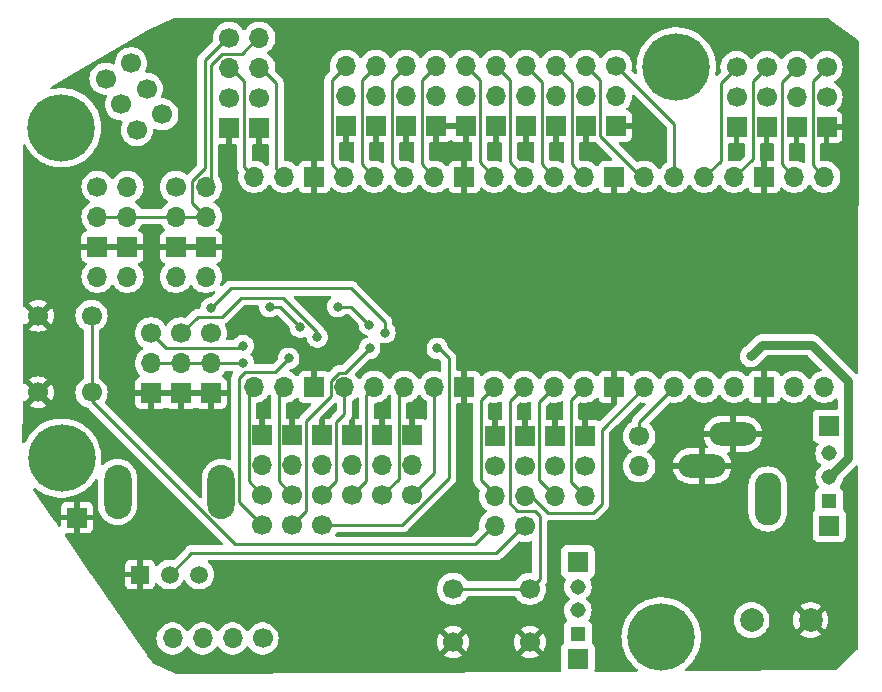
<source format=gbr>
%TF.GenerationSoftware,KiCad,Pcbnew,7.0.1-0*%
%TF.CreationDate,2023-04-18T16:08:46-04:00*%
%TF.ProjectId,rcc-pico,7263632d-7069-4636-9f2e-6b696361645f,rev?*%
%TF.SameCoordinates,Original*%
%TF.FileFunction,Copper,L2,Bot*%
%TF.FilePolarity,Positive*%
%FSLAX46Y46*%
G04 Gerber Fmt 4.6, Leading zero omitted, Abs format (unit mm)*
G04 Created by KiCad (PCBNEW 7.0.1-0) date 2023-04-18 16:08:46*
%MOMM*%
%LPD*%
G01*
G04 APERTURE LIST*
G04 Aperture macros list*
%AMHorizOval*
0 Thick line with rounded ends*
0 $1 width*
0 $2 $3 position (X,Y) of the first rounded end (center of the circle)*
0 $4 $5 position (X,Y) of the second rounded end (center of the circle)*
0 Add line between two ends*
20,1,$1,$2,$3,$4,$5,0*
0 Add two circle primitives to create the rounded ends*
1,1,$1,$2,$3*
1,1,$1,$4,$5*%
G04 Aperture macros list end*
%TA.AperFunction,ComponentPad*%
%ADD10R,1.800000X1.800000*%
%TD*%
%TA.AperFunction,ComponentPad*%
%ADD11C,1.308000*%
%TD*%
%TA.AperFunction,ComponentPad*%
%ADD12R,1.308000X1.308000*%
%TD*%
%TA.AperFunction,ComponentPad*%
%ADD13R,1.700000X1.700000*%
%TD*%
%TA.AperFunction,ComponentPad*%
%ADD14C,1.700000*%
%TD*%
%TA.AperFunction,ComponentPad*%
%ADD15O,1.700000X1.700000*%
%TD*%
%TA.AperFunction,ComponentPad*%
%ADD16C,2.000000*%
%TD*%
%TA.AperFunction,ComponentPad*%
%ADD17C,5.700000*%
%TD*%
%TA.AperFunction,ComponentPad*%
%ADD18O,2.250000X4.500000*%
%TD*%
%TA.AperFunction,ComponentPad*%
%ADD19O,4.000000X2.000000*%
%TD*%
%TA.AperFunction,ComponentPad*%
%ADD20R,1.508000X1.508000*%
%TD*%
%TA.AperFunction,ComponentPad*%
%ADD21C,1.508000*%
%TD*%
%TA.AperFunction,ComponentPad*%
%ADD22O,2.300000X4.600000*%
%TD*%
%TA.AperFunction,ComponentPad*%
%ADD23HorizOval,1.700000X0.000000X0.000000X0.000000X0.000000X0*%
%TD*%
%TA.AperFunction,ViaPad*%
%ADD24C,0.800000*%
%TD*%
%TA.AperFunction,Conductor*%
%ADD25C,0.750000*%
%TD*%
%TA.AperFunction,Conductor*%
%ADD26C,0.250000*%
%TD*%
G04 APERTURE END LIST*
D10*
%TO.P,SW-on/off2,NC*%
%TO.N,N/C*%
X123500000Y-82900000D03*
X123500000Y-74700000D03*
D11*
%TO.P,SW-on/off2,3*%
X123500000Y-76800000D03*
%TO.P,SW-on/off2,2,B*%
%TO.N,+9V*%
X123500000Y-78800000D03*
D12*
%TO.P,SW-on/off2,1,A*%
%TO.N,/MTRPWR*%
X123500000Y-80800000D03*
%TD*%
D10*
%TO.P,SW-on/off1,NC*%
%TO.N,N/C*%
X144777500Y-71625000D03*
X144777500Y-63225000D03*
D12*
%TO.P,SW-on/off1,1,A*%
%TO.N,Net-(SW-on/off1-A)*%
X144777500Y-69525000D03*
D11*
%TO.P,SW-on/off1,2,B*%
%TO.N,+9V*%
X144777500Y-67525000D03*
%TO.P,SW-on/off1,3*%
%TO.N,N/C*%
X144777500Y-65525000D03*
%TD*%
D13*
%TO.P,TP1,1,1*%
%TO.N,GND*%
X81075000Y-70950000D03*
%TD*%
D14*
%TO.P,SW1,2,2*%
%TO.N,GND*%
X119440000Y-81490000D03*
X112940000Y-81490000D03*
%TO.P,SW1,1,1*%
%TO.N,/run*%
X119440000Y-76990000D03*
X112940000Y-76990000D03*
%TD*%
%TO.P,SW2,1,1*%
%TO.N,/extra_button*%
X82320000Y-53860000D03*
X82320000Y-60360000D03*
%TO.P,SW2,2,2*%
%TO.N,GND*%
X77820000Y-53860000D03*
X77820000Y-60360000D03*
%TD*%
D15*
%TO.P,U3,1,GPIO0*%
%TO.N,/GPIO0*%
X144370000Y-42100000D03*
%TO.P,U3,2,GPIO1*%
%TO.N,/GPIO1*%
X141830000Y-42100000D03*
D13*
%TO.P,U3,3,GND*%
%TO.N,GND*%
X139290000Y-42100000D03*
D15*
%TO.P,U3,4,GPIO2*%
%TO.N,/GPIO2*%
X136750000Y-42100000D03*
%TO.P,U3,5,GPIO3*%
%TO.N,/GPIO3*%
X134210000Y-42100000D03*
%TO.P,U3,6,GPIO4*%
%TO.N,/GPIO4*%
X131670000Y-42100000D03*
%TO.P,U3,7,GPIO5*%
%TO.N,/GPIO5*%
X129130000Y-42100000D03*
D13*
%TO.P,U3,8,GND*%
%TO.N,GND*%
X126590000Y-42100000D03*
D15*
%TO.P,U3,9,GPIO6*%
%TO.N,/GPIO6*%
X124050000Y-42100000D03*
%TO.P,U3,10,GPIO7*%
%TO.N,/GPIO7*%
X121510000Y-42100000D03*
%TO.P,U3,11,GPIO8*%
%TO.N,/GPIO8*%
X118970000Y-42100000D03*
%TO.P,U3,12,GPIO9*%
%TO.N,/GPIO9*%
X116430000Y-42100000D03*
D13*
%TO.P,U3,13,GND*%
%TO.N,GND*%
X113890000Y-42100000D03*
D15*
%TO.P,U3,14,GPIO10*%
%TO.N,/GPIO10*%
X111350000Y-42100000D03*
%TO.P,U3,15,GPIO11*%
%TO.N,/GPIO11*%
X108810000Y-42100000D03*
%TO.P,U3,16,GPIO12*%
%TO.N,/GPIO12*%
X106270000Y-42100000D03*
%TO.P,U3,17,GPIO13*%
%TO.N,/GPIO13*%
X103730000Y-42100000D03*
D13*
%TO.P,U3,18,GND*%
%TO.N,GND*%
X101190000Y-42100000D03*
D15*
%TO.P,U3,19,GPIO14*%
%TO.N,/GPIO14*%
X98650000Y-42100000D03*
%TO.P,U3,20,GPIO15*%
%TO.N,/GPIO15*%
X96110000Y-42100000D03*
%TO.P,U3,21,GPIO16*%
%TO.N,/GPIO16*%
X96110000Y-59880000D03*
%TO.P,U3,22,GPIO17*%
%TO.N,/GPIO17*%
X98650000Y-59880000D03*
D13*
%TO.P,U3,23,GND*%
%TO.N,GND*%
X101190000Y-59880000D03*
D15*
%TO.P,U3,24,GPIO18*%
%TO.N,/GPIO18*%
X103730000Y-59880000D03*
%TO.P,U3,25,GPIO19*%
%TO.N,/GPIO19*%
X106270000Y-59880000D03*
%TO.P,U3,26,GPIO20*%
%TO.N,/GPIO20*%
X108810000Y-59880000D03*
%TO.P,U3,27,GPIO21*%
%TO.N,/GPIO21*%
X111350000Y-59880000D03*
D13*
%TO.P,U3,28,GND*%
%TO.N,GND*%
X113890000Y-59880000D03*
D15*
%TO.P,U3,29,GPIO22*%
%TO.N,/GPIO22*%
X116430000Y-59880000D03*
%TO.P,U3,30,RUN*%
%TO.N,/run*%
X118970000Y-59880000D03*
%TO.P,U3,31,GPIO26_ADC0*%
%TO.N,/GPIO26*%
X121510000Y-59880000D03*
%TO.P,U3,32,GPIO27_ADC1*%
%TO.N,/GPIO27*%
X124050000Y-59880000D03*
D13*
%TO.P,U3,33,AGND*%
%TO.N,GND*%
X126590000Y-59880000D03*
D15*
%TO.P,U3,34,GPIO28_ADC2*%
%TO.N,/GPIO28*%
X129130000Y-59880000D03*
%TO.P,U3,35,ADC_VREF*%
%TO.N,/adcref_3v3*%
X131670000Y-59880000D03*
%TO.P,U3,36,3V3*%
%TO.N,unconnected-(U3-3V3-Pad36)*%
X134210000Y-59880000D03*
%TO.P,U3,37,3V3_EN*%
%TO.N,unconnected-(U3-3V3_EN-Pad37)*%
X136750000Y-59880000D03*
D13*
%TO.P,U3,38,GND*%
%TO.N,GND*%
X139290000Y-59880000D03*
D15*
%TO.P,U3,39,VSYS*%
%TO.N,+5V*%
X141830000Y-59880000D03*
%TO.P,U3,40,VBUS*%
%TO.N,unconnected-(U3-VBUS-Pad40)*%
X144370000Y-59880000D03*
%TD*%
D13*
%TO.P,J17,1,Pin_1*%
%TO.N,GND*%
X96790000Y-63962500D03*
%TO.P,J17,2,Pin_2*%
X99330000Y-63962500D03*
%TO.P,J17,3,Pin_3*%
X101870000Y-63962500D03*
D15*
%TO.P,J17,4,Pin_4*%
%TO.N,+3.3V*%
X96790000Y-66502500D03*
%TO.P,J17,5,5*%
X99330000Y-66502500D03*
%TO.P,J17,6,6*%
X101870000Y-66502500D03*
D14*
%TO.P,J17,7,7*%
%TO.N,/GPIO16*%
X96790000Y-69042500D03*
%TO.P,J17,8,8*%
%TO.N,/GPIO17*%
X99330000Y-69042500D03*
%TO.P,J17,9,9*%
%TO.N,/GPIO18*%
X101870000Y-69042500D03*
%TO.P,J17,10,10*%
%TO.N,/3V3_PWM_3*%
X96790000Y-71582500D03*
%TO.P,J17,11,11*%
%TO.N,/3V3_PWM_2*%
X99330000Y-71582500D03*
%TO.P,J17,12,12*%
%TO.N,/3V3_PWM_1*%
X101870000Y-71582500D03*
D13*
%TO.P,J17,21,Pin_1*%
%TO.N,GND*%
X104410000Y-63962500D03*
D15*
%TO.P,J17,24,Pin_4*%
%TO.N,+3.3V*%
X104410000Y-66502500D03*
D14*
%TO.P,J17,27,7*%
%TO.N,/GPIO19*%
X104410000Y-69042500D03*
D13*
%TO.P,J17,22,Pin_2*%
%TO.N,GND*%
X106950000Y-63962500D03*
D15*
%TO.P,J17,25,5*%
%TO.N,+3.3V*%
X106950000Y-66502500D03*
D14*
%TO.P,J17,28,8*%
%TO.N,/GPIO20*%
X106950000Y-69042500D03*
D13*
%TO.P,J17,23,Pin_3*%
%TO.N,GND*%
X109490000Y-63962500D03*
D15*
%TO.P,J17,26,6*%
%TO.N,+3.3V*%
X109490000Y-66502500D03*
D14*
%TO.P,J17,29,9*%
%TO.N,/GPIO21*%
X109490000Y-69042500D03*
%TD*%
%TO.P,J4,1,Pin_1*%
%TO.N,/POT_signal*%
X119005000Y-71680000D03*
D15*
%TO.P,J4,2,Pin_2*%
%TO.N,/extra_button*%
X116465000Y-71680000D03*
%TO.P,J4,3,Pin_3*%
%TO.N,/GPIO28*%
X119005000Y-69140000D03*
%TO.P,J4,4,Pin_4*%
%TO.N,/GPIO22*%
X116465000Y-69140000D03*
D14*
%TO.P,J4,5,5*%
%TO.N,+3.3V*%
X119005000Y-66600000D03*
%TO.P,J4,6,6*%
X116465000Y-66600000D03*
D13*
%TO.P,J4,7,7*%
%TO.N,GND*%
X119005000Y-64060000D03*
%TO.P,J4,8,8*%
X116465000Y-64060000D03*
%TO.P,J4,21,Pin_1*%
X121545000Y-64060000D03*
%TO.P,J4,22,Pin_2*%
X124085000Y-64060000D03*
D14*
%TO.P,J4,23,Pin_3*%
%TO.N,+3.3V*%
X121545000Y-66600000D03*
%TO.P,J4,24,Pin_4*%
X124085000Y-66600000D03*
D15*
%TO.P,J4,25,5*%
%TO.N,/GPIO26*%
X121545000Y-69140000D03*
%TO.P,J4,26,6*%
%TO.N,/GPIO27*%
X124085000Y-69140000D03*
%TD*%
D16*
%TO.P,J8,1,Pin_1*%
%TO.N,/MTRPWR*%
X138200000Y-79625000D03*
%TO.P,J8,2,Pin_2*%
%TO.N,GND*%
X143200000Y-79625000D03*
%TD*%
D17*
%TO.P,H4,1,1*%
%TO.N,unconnected-(H4-Pad1)*%
X131825000Y-32800000D03*
%TD*%
D18*
%TO.P,J3,1*%
%TO.N,Net-(SW-on/off1-A)*%
X139575000Y-69375000D03*
D19*
%TO.P,J3,2*%
%TO.N,GND*%
X136625000Y-63875000D03*
%TO.P,J3,3*%
X134025000Y-66575000D03*
%TD*%
D14*
%TO.P,J5,1*%
%TO.N,/GPIO0*%
X144550000Y-32810000D03*
D15*
%TO.P,J5,2*%
%TO.N,/GPIO1*%
X142010000Y-32810000D03*
D14*
%TO.P,J5,3*%
%TO.N,/GPIO2*%
X139470000Y-32810000D03*
%TO.P,J5,4*%
%TO.N,/GPIO3*%
X136930000Y-32810000D03*
%TO.P,J5,5*%
%TO.N,+3.3V*%
X144550000Y-35350000D03*
D15*
%TO.P,J5,6*%
X142010000Y-35350000D03*
D14*
%TO.P,J5,7*%
X139470000Y-35350000D03*
%TO.P,J5,8*%
X136930000Y-35350000D03*
D13*
%TO.P,J5,9*%
%TO.N,GND*%
X144550000Y-37890000D03*
%TO.P,J5,10*%
X142010000Y-37890000D03*
%TO.P,J5,11*%
X139470000Y-37890000D03*
%TO.P,J5,12*%
X136930000Y-37890000D03*
%TD*%
D20*
%TO.P,R11,1*%
%TO.N,GND*%
X86425000Y-75775000D03*
D21*
%TO.P,R11,2*%
%TO.N,/POT_signal*%
X88925000Y-75775000D03*
%TO.P,R11,3*%
%TO.N,+3.3V*%
X91425000Y-75775000D03*
D22*
%TO.P,R11,S1*%
%TO.N,N/C*%
X84525000Y-68775000D03*
%TO.P,R11,S2*%
X93325000Y-68775000D03*
%TD*%
D17*
%TO.P,H3,1,1*%
%TO.N,unconnected-(H3-Pad1)*%
X130550000Y-81075000D03*
%TD*%
D14*
%TO.P,J12,1,Pin_1*%
%TO.N,/SDA*%
X89460000Y-42955000D03*
D15*
%TO.P,J12,2,Pin_2*%
X92000000Y-42955000D03*
%TO.P,J12,3,Pin_3*%
%TO.N,/SCL*%
X89460000Y-45495000D03*
%TO.P,J12,4,Pin_4*%
X92000000Y-45495000D03*
D13*
%TO.P,J12,5,Pin_5*%
%TO.N,GND*%
X89460000Y-48035000D03*
%TO.P,J12,6,Pin_6*%
X92000000Y-48035000D03*
D15*
%TO.P,J12,7,Pin_7*%
%TO.N,+3.3V*%
X89460000Y-50575000D03*
%TO.P,J12,8,Pin_8*%
X92000000Y-50575000D03*
%TD*%
D17*
%TO.P,H2,1,1*%
%TO.N,unconnected-(H2-Pad1)*%
X79775000Y-37950000D03*
%TD*%
%TO.P,H1,1,1*%
%TO.N,unconnected-(H1-Pad1)*%
X79800000Y-65925000D03*
%TD*%
D14*
%TO.P,J11,1,Pin_1*%
%TO.N,/SDA*%
X82820000Y-42950000D03*
D15*
%TO.P,J11,2,Pin_2*%
X85360000Y-42950000D03*
%TO.P,J11,3,Pin_3*%
%TO.N,/SCL*%
X82820000Y-45490000D03*
%TO.P,J11,4,Pin_4*%
X85360000Y-45490000D03*
D13*
%TO.P,J11,5,Pin_5*%
%TO.N,GND*%
X82820000Y-48030000D03*
%TO.P,J11,6,Pin_6*%
X85360000Y-48030000D03*
D15*
%TO.P,J11,7,Pin_7*%
%TO.N,+3.3V*%
X82820000Y-50570000D03*
%TO.P,J11,8,Pin_8*%
X85360000Y-50570000D03*
%TD*%
D14*
%TO.P,J14,1,Pin_1*%
%TO.N,unconnected-(J14-Pin_1-Pad1)*%
X88319157Y-36820651D03*
D23*
%TO.P,J14,2,Pin_2*%
%TO.N,unconnected-(J14-Pin_2-Pad2)*%
X86148832Y-38140230D03*
%TO.P,J14,3,Pin_3*%
%TO.N,unconnected-(J14-Pin_3-Pad3)*%
X86999578Y-34650326D03*
%TO.P,J14,4,Pin_4*%
%TO.N,unconnected-(J14-Pin_4-Pad4)*%
X84829253Y-35969904D03*
%TO.P,J14,5,Pin_5*%
%TO.N,unconnected-(J14-Pin_5-Pad5)*%
X85680000Y-32480000D03*
%TO.P,J14,6,Pin_6*%
%TO.N,unconnected-(J14-Pin_6-Pad6)*%
X83509674Y-33799579D03*
%TD*%
D13*
%TO.P,J13,1,Pin_1*%
%TO.N,GND*%
X92440000Y-60420000D03*
%TO.P,J13,2,Pin_2*%
X89900000Y-60420000D03*
%TO.P,J13,3,Pin_3*%
X87360000Y-60420000D03*
D15*
%TO.P,J13,4,Pin_4*%
%TO.N,+5V*%
X92440000Y-57880000D03*
%TO.P,J13,5,5*%
X89900000Y-57880000D03*
%TO.P,J13,6,6*%
X87360000Y-57880000D03*
D14*
%TO.P,J13,7,7*%
%TO.N,/5V_PWM_1*%
X92440000Y-55340000D03*
%TO.P,J13,8,8*%
%TO.N,/5V_PWM_2*%
X89900000Y-55340000D03*
%TO.P,J13,9,9*%
%TO.N,/5V_PWM_3*%
X87360000Y-55340000D03*
%TD*%
%TO.P,J1,1,Pin_1*%
%TO.N,unconnected-(J1-Pin_1-Pad1)*%
X96800000Y-81190000D03*
D15*
%TO.P,J1,2,Pin_2*%
%TO.N,unconnected-(J1-Pin_2-Pad2)*%
X94260000Y-81190000D03*
%TO.P,J1,3,Pin_3*%
%TO.N,unconnected-(J1-Pin_3-Pad3)*%
X91720000Y-81190000D03*
%TO.P,J1,4,Pin_4*%
%TO.N,unconnected-(J1-Pin_4-Pad4)*%
X89180000Y-81190000D03*
%TD*%
D14*
%TO.P,J16,1,Pin_1*%
%TO.N,/adcref_3v3*%
X128700000Y-64075000D03*
D15*
%TO.P,J16,2,Pin_2*%
%TO.N,+3.3V*%
X128700000Y-66615000D03*
%TD*%
D14*
%TO.P,J10,1,Pin_1*%
%TO.N,/SCL*%
X93985000Y-30345000D03*
D15*
%TO.P,J10,2,Pin_2*%
%TO.N,/SDA*%
X96525000Y-30345000D03*
%TO.P,J10,3,Pin_3*%
%TO.N,/GPIO15*%
X93985000Y-32885000D03*
%TO.P,J10,4,Pin_4*%
%TO.N,/GPIO14*%
X96525000Y-32885000D03*
D14*
%TO.P,J10,5,Pin_5*%
%TO.N,+3.3V*%
X93985000Y-35425000D03*
%TO.P,J10,6,Pin_6*%
X96525000Y-35425000D03*
D13*
%TO.P,J10,7,Pin_7*%
%TO.N,GND*%
X93985000Y-37965000D03*
%TO.P,J10,8,Pin_8*%
X96525000Y-37965000D03*
%TD*%
D14*
%TO.P,J7,1*%
%TO.N,/GPIO4*%
X126720000Y-32710000D03*
D15*
%TO.P,J7,2*%
%TO.N,/GPIO5*%
X124180000Y-32710000D03*
%TO.P,J7,3*%
%TO.N,/GPIO6*%
X121640000Y-32710000D03*
%TO.P,J7,4*%
%TO.N,/GPIO7*%
X119100000Y-32710000D03*
%TO.P,J7,5*%
%TO.N,/GPIO8*%
X116560000Y-32710000D03*
%TO.P,J7,6*%
%TO.N,/GPIO9*%
X114020000Y-32710000D03*
%TO.P,J7,7*%
%TO.N,/GPIO10*%
X111480000Y-32710000D03*
%TO.P,J7,8*%
%TO.N,/GPIO11*%
X108940000Y-32710000D03*
%TO.P,J7,9*%
%TO.N,/GPIO12*%
X106400000Y-32710000D03*
%TO.P,J7,10*%
%TO.N,/GPIO13*%
X103860000Y-32710000D03*
%TO.P,J7,11*%
%TO.N,+3.3V*%
X126720000Y-35250000D03*
%TO.P,J7,12*%
X124180000Y-35250000D03*
%TO.P,J7,13*%
X121640000Y-35250000D03*
%TO.P,J7,14*%
X119100000Y-35250000D03*
%TO.P,J7,15*%
X116560000Y-35250000D03*
%TO.P,J7,16*%
X114020000Y-35250000D03*
%TO.P,J7,17*%
X111480000Y-35250000D03*
%TO.P,J7,18*%
X108940000Y-35250000D03*
%TO.P,J7,19*%
X106400000Y-35250000D03*
%TO.P,J7,20*%
X103860000Y-35250000D03*
D13*
%TO.P,J7,21*%
%TO.N,GND*%
X126710000Y-37790000D03*
%TO.P,J7,22*%
X124170000Y-37790000D03*
%TO.P,J7,23*%
X121630000Y-37790000D03*
%TO.P,J7,24*%
X119090000Y-37790000D03*
%TO.P,J7,25*%
X116550000Y-37790000D03*
%TO.P,J7,26*%
X114010000Y-37790000D03*
%TO.P,J7,27*%
X111470000Y-37790000D03*
%TO.P,J7,28*%
X108930000Y-37790000D03*
%TO.P,J7,29*%
X106390000Y-37790000D03*
%TO.P,J7,30*%
X103850000Y-37790000D03*
%TD*%
D24*
%TO.N,GND*%
X130551000Y-54684000D03*
X132475000Y-55200000D03*
X131455000Y-55200000D03*
X125025000Y-57600000D03*
X124025000Y-57600000D03*
X123025000Y-57600000D03*
X121025000Y-57600000D03*
X122025000Y-57600000D03*
X120025000Y-57600000D03*
X119025000Y-57600000D03*
X118025000Y-57600000D03*
X117025000Y-57600000D03*
X116025000Y-57600000D03*
X98100000Y-55660000D03*
X103910000Y-55600000D03*
%TO.N,/3V3_PWM_2*%
X103160000Y-53084500D03*
X105840000Y-54630000D03*
%TO.N,/5V_PWM_1*%
X92450000Y-53200000D03*
%TO.N,/5V_PWM_2*%
X101430000Y-55670000D03*
%TO.N,/3V3_PWM_3*%
X97420000Y-53084500D03*
X99987500Y-54800000D03*
X99016250Y-57480500D03*
%TO.N,GND*%
X124140000Y-51746000D03*
X124140000Y-50730000D03*
X124140000Y-52762000D03*
X125060000Y-52296000D03*
X125060000Y-51280000D03*
X125060000Y-53312000D03*
X132480000Y-53094000D03*
X132480000Y-54110000D03*
X131460000Y-53094000D03*
X131460000Y-54110000D03*
X110030000Y-55580000D03*
X126610000Y-47990000D03*
X126610000Y-45958000D03*
X126610000Y-46974000D03*
X127590000Y-48000000D03*
X127590000Y-45968000D03*
X127590000Y-46984000D03*
X127925000Y-76150000D03*
X134874000Y-51308000D03*
X134874000Y-50292000D03*
X134874000Y-49276000D03*
X134874000Y-48260000D03*
X134874000Y-47244000D03*
X102870000Y-49530000D03*
X101346000Y-49530000D03*
X102870000Y-48260000D03*
X101346000Y-48260000D03*
X102870000Y-46990000D03*
X101346000Y-46990000D03*
X102870000Y-45720000D03*
X101346000Y-45720000D03*
X125984000Y-52832000D03*
X125984000Y-51816000D03*
X125984000Y-50800000D03*
X130556000Y-53594000D03*
X130556000Y-52578000D03*
X128524000Y-48514000D03*
X128524000Y-47498000D03*
X128524000Y-46482000D03*
%TO.N,+5V*%
X95149500Y-57845183D03*
%TO.N,/3V3_PWM_1*%
X111600000Y-56625000D03*
%TO.N,/5V_PWM_1*%
X107155190Y-55305963D03*
%TO.N,/3V3_PWM_2*%
X105860000Y-56630000D03*
%TO.N,/5V_PWM_3*%
X95149500Y-56394500D03*
%TO.N,+9V*%
X138125000Y-57300000D03*
%TD*%
D25*
%TO.N,+9V*%
X138125000Y-57300000D02*
X139100000Y-56325000D01*
X146375000Y-59375000D02*
X146375000Y-65927500D01*
X139100000Y-56325000D02*
X143325000Y-56325000D01*
X143325000Y-56325000D02*
X146375000Y-59375000D01*
X146375000Y-65927500D02*
X144777500Y-67525000D01*
D26*
%TO.N,/GPIO28*%
X119565000Y-69140000D02*
X120950000Y-70525000D01*
X120950000Y-70525000D02*
X124775000Y-70525000D01*
X124775000Y-70525000D02*
X125500000Y-69800000D01*
X125500000Y-69800000D02*
X125500000Y-63510000D01*
X125500000Y-63510000D02*
X129130000Y-59880000D01*
%TO.N,/GPIO27*%
X124050000Y-59880000D02*
X122910000Y-61020000D01*
X122910000Y-61020000D02*
X122910000Y-67965000D01*
X122910000Y-67965000D02*
X124085000Y-69140000D01*
%TO.N,/GPIO26*%
X121510000Y-59880000D02*
X120180000Y-61210000D01*
X120180000Y-61210000D02*
X120180000Y-67775000D01*
X120180000Y-67775000D02*
X121545000Y-69140000D01*
%TO.N,/5V_PWM_1*%
X107155190Y-55305963D02*
X107155190Y-54415190D01*
X107155190Y-54415190D02*
X104270000Y-51530000D01*
X104270000Y-51530000D02*
X94120000Y-51530000D01*
X94120000Y-51530000D02*
X92450000Y-53200000D01*
%TO.N,/SCL*%
X91900000Y-32213604D02*
X91925000Y-32238604D01*
X90825000Y-44320000D02*
X92000000Y-45495000D01*
X91925000Y-32238604D02*
X91925000Y-41368299D01*
X91925000Y-41368299D02*
X90825000Y-42468299D01*
X90825000Y-42468299D02*
X90825000Y-44320000D01*
%TO.N,/SDA*%
X96530000Y-30180000D02*
X95035000Y-31675000D01*
X95035000Y-31675000D02*
X93400000Y-31675000D01*
X93400000Y-31675000D02*
X92425000Y-32650000D01*
X92425000Y-32650000D02*
X92425000Y-42530000D01*
%TO.N,/SCL*%
X93933604Y-30180000D02*
X91900000Y-32213604D01*
%TO.N,/3V3_PWM_3*%
X99016250Y-57480500D02*
X97876750Y-58620000D01*
X97876750Y-58620000D02*
X95305000Y-58620000D01*
X95305000Y-58620000D02*
X94800000Y-59125000D01*
X94800000Y-59125000D02*
X94800000Y-69592500D01*
X94800000Y-69592500D02*
X96790000Y-71582500D01*
%TO.N,/5V_PWM_2*%
X101430000Y-55670000D02*
X101430000Y-55217195D01*
X98572305Y-52359500D02*
X94950500Y-52359500D01*
X93380000Y-53930000D02*
X91310000Y-53930000D01*
X94950500Y-52359500D02*
X93380000Y-53930000D01*
X101430000Y-55217195D02*
X98572305Y-52359500D01*
X91310000Y-53930000D02*
X89900000Y-55340000D01*
%TO.N,/5V_PWM_3*%
X95149500Y-56394500D02*
X94954000Y-56590000D01*
X94954000Y-56590000D02*
X88610000Y-56590000D01*
X88610000Y-56590000D02*
X87360000Y-55340000D01*
%TO.N,/3V3_PWM_2*%
X105860000Y-56630000D02*
X103785000Y-58705000D01*
X103785000Y-58705000D02*
X103243299Y-58705000D01*
X103243299Y-58705000D02*
X102555000Y-59393299D01*
X102555000Y-59393299D02*
X102555000Y-60685000D01*
X102555000Y-60685000D02*
X100505000Y-62735000D01*
X100505000Y-62735000D02*
X100505000Y-70407500D01*
X100505000Y-70407500D02*
X99330000Y-71582500D01*
X105840000Y-54630000D02*
X105840000Y-54610000D01*
X104314500Y-53084500D02*
X103160000Y-53084500D01*
X105840000Y-54610000D02*
X104314500Y-53084500D01*
%TO.N,/3V3_PWM_3*%
X99987500Y-54800000D02*
X99987500Y-54777500D01*
X99987500Y-54777500D02*
X98294500Y-53084500D01*
X98294500Y-53084500D02*
X97420000Y-53084500D01*
%TO.N,+5V*%
X95114683Y-57880000D02*
X87360000Y-57880000D01*
X95149500Y-57845183D02*
X95114683Y-57880000D01*
%TO.N,/GPIO5*%
X128670000Y-41920000D02*
X125355000Y-38605000D01*
X125355000Y-38605000D02*
X125355000Y-33885000D01*
X125355000Y-33885000D02*
X124180000Y-32710000D01*
%TO.N,/run*%
X119440000Y-76990000D02*
X120290000Y-76140000D01*
X120290000Y-76140000D02*
X120290000Y-70790000D01*
X120290000Y-70790000D02*
X119900000Y-70400000D01*
X119900000Y-70400000D02*
X118375000Y-70400000D01*
X118375000Y-70400000D02*
X117725000Y-69750000D01*
X117725000Y-69750000D02*
X117725000Y-61125000D01*
X117725000Y-61125000D02*
X118970000Y-59880000D01*
%TO.N,/POT_signal*%
X119005000Y-71515000D02*
X116595000Y-73925000D01*
X90775000Y-73925000D02*
X88925000Y-75775000D01*
X116595000Y-73925000D02*
X90775000Y-73925000D01*
%TO.N,/3V3_PWM_1*%
X111650000Y-56575000D02*
X111600000Y-56625000D01*
X111650000Y-56550000D02*
X111650000Y-56575000D01*
X111650000Y-56550000D02*
X112575000Y-57475000D01*
X112575000Y-57475000D02*
X112575000Y-67619201D01*
X112575000Y-67619201D02*
X108611701Y-71582500D01*
X108611701Y-71582500D02*
X101870000Y-71582500D01*
%TO.N,/GPIO14*%
X98650000Y-42100000D02*
X97950000Y-41400000D01*
X97950000Y-41400000D02*
X97950000Y-34140000D01*
X97950000Y-34140000D02*
X96530000Y-32720000D01*
%TO.N,/GPIO15*%
X96110000Y-42100000D02*
X95260000Y-41250000D01*
X95260000Y-41250000D02*
X95260000Y-33990000D01*
X95260000Y-33990000D02*
X93990000Y-32720000D01*
%TO.N,/SCL*%
X82820000Y-45490000D02*
X91995000Y-45490000D01*
%TO.N,/GPIO6*%
X124050000Y-42100000D02*
X122995000Y-41045000D01*
X122995000Y-41045000D02*
X122995000Y-34065000D01*
X122995000Y-34065000D02*
X121640000Y-32710000D01*
%TO.N,/GPIO7*%
X121510000Y-42100000D02*
X120455000Y-41045000D01*
X120455000Y-41045000D02*
X120455000Y-34065000D01*
X120455000Y-34065000D02*
X119100000Y-32710000D01*
%TO.N,/GPIO8*%
X118970000Y-42100000D02*
X117725000Y-40855000D01*
X117735000Y-33885000D02*
X116560000Y-32710000D01*
X117725000Y-40855000D02*
X117725000Y-36750000D01*
X117725000Y-36750000D02*
X117735000Y-36740000D01*
X117735000Y-36740000D02*
X117735000Y-33885000D01*
%TO.N,/GPIO9*%
X116430000Y-42100000D02*
X115195000Y-40865000D01*
X115195000Y-40865000D02*
X115195000Y-33885000D01*
X115195000Y-33885000D02*
X114020000Y-32710000D01*
%TO.N,/GPIO10*%
X111350000Y-42100000D02*
X110295000Y-41045000D01*
X110295000Y-41045000D02*
X110295000Y-33895000D01*
X110295000Y-33895000D02*
X111480000Y-32710000D01*
%TO.N,/GPIO11*%
X108810000Y-42100000D02*
X107755000Y-41045000D01*
X107755000Y-41045000D02*
X107755000Y-33895000D01*
X107755000Y-33895000D02*
X108940000Y-32710000D01*
%TO.N,/GPIO12*%
X106270000Y-42100000D02*
X105215000Y-41045000D01*
X105215000Y-41045000D02*
X105215000Y-33895000D01*
X105215000Y-33895000D02*
X106400000Y-32710000D01*
%TO.N,/GPIO13*%
X103730000Y-42100000D02*
X102675000Y-41045000D01*
X102675000Y-41045000D02*
X102675000Y-33895000D01*
X102675000Y-33895000D02*
X103860000Y-32710000D01*
%TO.N,/GPIO4*%
X131670000Y-42100000D02*
X131670000Y-37660000D01*
X131670000Y-37660000D02*
X126720000Y-32710000D01*
%TO.N,/GPIO3*%
X134210000Y-42100000D02*
X135575000Y-40735000D01*
X135575000Y-40735000D02*
X135575000Y-34165000D01*
X135575000Y-34165000D02*
X136930000Y-32810000D01*
%TO.N,/GPIO0*%
X144370000Y-42100000D02*
X143375000Y-41105000D01*
X143375000Y-41105000D02*
X143375000Y-33985000D01*
X143375000Y-33985000D02*
X144550000Y-32810000D01*
%TO.N,/GPIO1*%
X141830000Y-42100000D02*
X140750000Y-41020000D01*
X140750000Y-41020000D02*
X140750000Y-34070000D01*
X140750000Y-34070000D02*
X142010000Y-32810000D01*
%TO.N,/GPIO2*%
X136750000Y-42100000D02*
X138295000Y-40555000D01*
X138295000Y-33985000D02*
X139470000Y-32810000D01*
X138295000Y-40555000D02*
X138295000Y-33985000D01*
%TO.N,/extra_button*%
X116465000Y-71515000D02*
X114780000Y-73200000D01*
X114780000Y-73200000D02*
X94475000Y-73200000D01*
X94475000Y-73200000D02*
X82320000Y-61045000D01*
X82320000Y-60360000D02*
X82320000Y-53860000D01*
%TO.N,/run*%
X112940000Y-76990000D02*
X119440000Y-76990000D01*
%TO.N,/adcref_3v3*%
X128675000Y-64110000D02*
X128675000Y-62875000D01*
X128675000Y-62875000D02*
X131670000Y-59880000D01*
%TO.N,/GPIO22*%
X116465000Y-68975000D02*
X115290000Y-67800000D01*
X115290000Y-61020000D02*
X116430000Y-59880000D01*
X115290000Y-67800000D02*
X115290000Y-61020000D01*
%TO.N,/GPIO16*%
X96790000Y-69042500D02*
X95615000Y-67867500D01*
X95615000Y-67867500D02*
X95615000Y-60375000D01*
%TO.N,/GPIO17*%
X99330000Y-69042500D02*
X98155000Y-67867500D01*
X98155000Y-67867500D02*
X98155000Y-60375000D01*
%TO.N,/GPIO18*%
X103730000Y-59880000D02*
X103730000Y-62195000D01*
X103730000Y-62195000D02*
X103045000Y-62880000D01*
X103045000Y-62880000D02*
X103045000Y-67867500D01*
X103045000Y-67867500D02*
X101870000Y-69042500D01*
%TO.N,/GPIO19*%
X106270000Y-59880000D02*
X105585000Y-60565000D01*
X105585000Y-60565000D02*
X105585000Y-67867500D01*
X105585000Y-67867500D02*
X104410000Y-69042500D01*
%TO.N,/GPIO20*%
X108315000Y-60375000D02*
X108315000Y-67677500D01*
X108315000Y-67677500D02*
X106950000Y-69042500D01*
%TO.N,/GPIO21*%
X111350000Y-59880000D02*
X111350000Y-67182500D01*
X111350000Y-67182500D02*
X109490000Y-69042500D01*
%TD*%
%TA.AperFunction,Conductor*%
%TO.N,GND*%
G36*
X122215974Y-61111441D02*
G01*
X122260312Y-61156705D01*
X122276500Y-61217964D01*
X122276500Y-62586000D01*
X122259887Y-62648000D01*
X122214500Y-62693387D01*
X122152500Y-62710000D01*
X121795000Y-62710000D01*
X121795000Y-63810000D01*
X122152500Y-63810000D01*
X122214500Y-63826613D01*
X122259887Y-63872000D01*
X122276500Y-63934000D01*
X122276500Y-64186000D01*
X122259887Y-64248000D01*
X122214500Y-64293387D01*
X122152500Y-64310000D01*
X120937500Y-64310000D01*
X120875500Y-64293387D01*
X120830113Y-64248000D01*
X120813500Y-64186000D01*
X120813500Y-63934000D01*
X120830113Y-63872000D01*
X120875500Y-63826613D01*
X120937500Y-63810000D01*
X121295000Y-63810000D01*
X121295000Y-62710000D01*
X120937500Y-62710000D01*
X120875500Y-62693387D01*
X120830113Y-62648000D01*
X120813500Y-62586000D01*
X120813500Y-61523766D01*
X120822939Y-61476314D01*
X120849816Y-61436087D01*
X121052960Y-61232942D01*
X121112692Y-61199816D01*
X121164768Y-61202511D01*
X121165229Y-61199753D01*
X121397431Y-61238500D01*
X121622569Y-61238500D01*
X121844635Y-61201444D01*
X122057574Y-61128342D01*
X122093483Y-61108908D01*
X122155063Y-61093990D01*
X122215974Y-61111441D01*
G37*
%TD.AperFunction*%
%TA.AperFunction,Conductor*%
G36*
X119494554Y-61191168D02*
G01*
X119532751Y-61235334D01*
X119546500Y-61292085D01*
X119546500Y-62586000D01*
X119529887Y-62648000D01*
X119484500Y-62693387D01*
X119422500Y-62710000D01*
X119255000Y-62710000D01*
X119255000Y-63810000D01*
X119422500Y-63810000D01*
X119484500Y-63826613D01*
X119529887Y-63872000D01*
X119546500Y-63934000D01*
X119546500Y-64186000D01*
X119529887Y-64248000D01*
X119484500Y-64293387D01*
X119422500Y-64310000D01*
X118482500Y-64310000D01*
X118420500Y-64293387D01*
X118375113Y-64248000D01*
X118358500Y-64186000D01*
X118358500Y-63934000D01*
X118375113Y-63872000D01*
X118420500Y-63826613D01*
X118482500Y-63810000D01*
X118755000Y-63810000D01*
X118755000Y-62710000D01*
X118482500Y-62710000D01*
X118420500Y-62693387D01*
X118375113Y-62648000D01*
X118358500Y-62586000D01*
X118358500Y-61438766D01*
X118367939Y-61391314D01*
X118394818Y-61351086D01*
X118412137Y-61333767D01*
X118512958Y-61232944D01*
X118572692Y-61199816D01*
X118624768Y-61202511D01*
X118625229Y-61199753D01*
X118857431Y-61238500D01*
X119082569Y-61238500D01*
X119304635Y-61201444D01*
X119309561Y-61199753D01*
X119382238Y-61174804D01*
X119440378Y-61169381D01*
X119494554Y-61191168D01*
G37*
%TD.AperFunction*%
%TA.AperFunction,Conductor*%
G36*
X117039553Y-61161987D02*
G01*
X117077751Y-61206153D01*
X117091500Y-61262904D01*
X117091500Y-62586000D01*
X117074887Y-62648000D01*
X117029500Y-62693387D01*
X116967500Y-62710000D01*
X116715000Y-62710000D01*
X116715000Y-63810000D01*
X116967500Y-63810000D01*
X117029500Y-63826613D01*
X117074887Y-63872000D01*
X117091500Y-63934000D01*
X117091500Y-64186000D01*
X117074887Y-64248000D01*
X117029500Y-64293387D01*
X116967500Y-64310000D01*
X116339000Y-64310000D01*
X116277000Y-64293387D01*
X116231613Y-64248000D01*
X116215000Y-64186000D01*
X116215000Y-62710000D01*
X116047500Y-62710000D01*
X115985500Y-62693387D01*
X115940113Y-62648000D01*
X115923500Y-62586000D01*
X115923500Y-61333767D01*
X115932937Y-61286319D01*
X115959812Y-61246092D01*
X115962389Y-61243515D01*
X115972954Y-61232949D01*
X116032694Y-61199816D01*
X116084768Y-61202513D01*
X116085229Y-61199753D01*
X116317431Y-61238500D01*
X116542569Y-61238500D01*
X116764635Y-61201444D01*
X116884944Y-61160142D01*
X116927237Y-61145623D01*
X116985378Y-61140200D01*
X117039553Y-61161987D01*
G37*
%TD.AperFunction*%
%TA.AperFunction,Conductor*%
G36*
X110139018Y-60537561D02*
G01*
X110183809Y-60578795D01*
X110228499Y-60647199D01*
X110274278Y-60717268D01*
X110426760Y-60882906D01*
X110604424Y-61021189D01*
X110651517Y-61046674D01*
X110699023Y-61092255D01*
X110716500Y-61155729D01*
X110716500Y-62540686D01*
X110702376Y-62598161D01*
X110663220Y-62642542D01*
X110607953Y-62663719D01*
X110549166Y-62656868D01*
X110447375Y-62618902D01*
X110387824Y-62612500D01*
X109740000Y-62612500D01*
X109740000Y-64088500D01*
X109723387Y-64150500D01*
X109678000Y-64195887D01*
X109616000Y-64212500D01*
X109072500Y-64212500D01*
X109010500Y-64195887D01*
X108965113Y-64150500D01*
X108948500Y-64088500D01*
X108948500Y-63836500D01*
X108965113Y-63774500D01*
X109010500Y-63729113D01*
X109072500Y-63712500D01*
X109240000Y-63712500D01*
X109240000Y-62612500D01*
X109072500Y-62612500D01*
X109010500Y-62595887D01*
X108965113Y-62550500D01*
X108948500Y-62488500D01*
X108948500Y-61339196D01*
X108961860Y-61283206D01*
X108999063Y-61239281D01*
X109052090Y-61216887D01*
X109057113Y-61216048D01*
X109144635Y-61201444D01*
X109357574Y-61128342D01*
X109555576Y-61021189D01*
X109733240Y-60882906D01*
X109885722Y-60717268D01*
X109976190Y-60578795D01*
X110020982Y-60537561D01*
X110080000Y-60522616D01*
X110139018Y-60537561D01*
G37*
%TD.AperFunction*%
%TA.AperFunction,Conductor*%
G36*
X107599014Y-60537560D02*
G01*
X107643806Y-60578792D01*
X107661307Y-60605578D01*
X107676345Y-60638019D01*
X107681500Y-60673402D01*
X107681500Y-62488500D01*
X107664887Y-62550500D01*
X107619500Y-62595887D01*
X107557500Y-62612500D01*
X107200000Y-62612500D01*
X107200000Y-63712500D01*
X107557500Y-63712500D01*
X107619500Y-63729113D01*
X107664887Y-63774500D01*
X107681500Y-63836500D01*
X107681500Y-64088500D01*
X107664887Y-64150500D01*
X107619500Y-64195887D01*
X107557500Y-64212500D01*
X106342500Y-64212500D01*
X106280500Y-64195887D01*
X106235113Y-64150500D01*
X106218500Y-64088500D01*
X106218500Y-63836500D01*
X106235113Y-63774500D01*
X106280500Y-63729113D01*
X106342500Y-63712500D01*
X106700000Y-63712500D01*
X106700000Y-62612500D01*
X106342500Y-62612500D01*
X106280500Y-62595887D01*
X106235113Y-62550500D01*
X106218500Y-62488500D01*
X106218500Y-61362500D01*
X106235113Y-61300500D01*
X106280500Y-61255113D01*
X106342500Y-61238500D01*
X106382569Y-61238500D01*
X106604635Y-61201444D01*
X106817574Y-61128342D01*
X107015576Y-61021189D01*
X107193240Y-60882906D01*
X107345722Y-60717268D01*
X107436193Y-60578792D01*
X107480980Y-60537562D01*
X107539997Y-60522616D01*
X107599014Y-60537560D01*
G37*
%TD.AperFunction*%
%TA.AperFunction,Conductor*%
G36*
X104898717Y-60775186D02*
G01*
X104937516Y-60819489D01*
X104951500Y-60876695D01*
X104951500Y-62488500D01*
X104934887Y-62550500D01*
X104889500Y-62595887D01*
X104827500Y-62612500D01*
X104660000Y-62612500D01*
X104660000Y-63712500D01*
X104827500Y-63712500D01*
X104889500Y-63729113D01*
X104934887Y-63774500D01*
X104951500Y-63836500D01*
X104951500Y-64088500D01*
X104934887Y-64150500D01*
X104889500Y-64195887D01*
X104827500Y-64212500D01*
X103802500Y-64212500D01*
X103740500Y-64195887D01*
X103695113Y-64150500D01*
X103678500Y-64088500D01*
X103678500Y-63836500D01*
X103695113Y-63774500D01*
X103740500Y-63729113D01*
X103802500Y-63712500D01*
X104160000Y-63712500D01*
X104160000Y-62712265D01*
X104169440Y-62664810D01*
X104196320Y-62624582D01*
X104206134Y-62614770D01*
X104208672Y-62611497D01*
X104216241Y-62602634D01*
X104246586Y-62570321D01*
X104256422Y-62552427D01*
X104267102Y-62536168D01*
X104279613Y-62520041D01*
X104297211Y-62479372D01*
X104302341Y-62468900D01*
X104323695Y-62430060D01*
X104328772Y-62410282D01*
X104335072Y-62391882D01*
X104343181Y-62373145D01*
X104350112Y-62329376D01*
X104352478Y-62317953D01*
X104363500Y-62275030D01*
X104363500Y-62254616D01*
X104365027Y-62235217D01*
X104368102Y-62215799D01*
X104368220Y-62215057D01*
X104364050Y-62170943D01*
X104363500Y-62159274D01*
X104363500Y-61155729D01*
X104380977Y-61092255D01*
X104428483Y-61046674D01*
X104475576Y-61021189D01*
X104653240Y-60882906D01*
X104711620Y-60819489D01*
X104736271Y-60792712D01*
X104785304Y-60760095D01*
X104843855Y-60753778D01*
X104898717Y-60775186D01*
G37*
%TD.AperFunction*%
%TA.AperFunction,Conductor*%
G36*
X103045385Y-61238448D02*
G01*
X103082985Y-61282471D01*
X103096500Y-61338766D01*
X103096500Y-61881233D01*
X103087061Y-61928686D01*
X103060181Y-61968914D01*
X102656180Y-62372913D01*
X102639896Y-62385961D01*
X102591339Y-62437668D01*
X102588633Y-62440461D01*
X102568861Y-62460233D01*
X102566321Y-62463508D01*
X102558752Y-62472369D01*
X102528414Y-62504677D01*
X102518582Y-62522563D01*
X102507900Y-62538824D01*
X102487985Y-62564499D01*
X102444558Y-62599855D01*
X102390005Y-62612500D01*
X102120000Y-62612500D01*
X102120000Y-63712500D01*
X102287500Y-63712500D01*
X102349500Y-63729113D01*
X102394887Y-63774500D01*
X102411500Y-63836500D01*
X102411500Y-64088500D01*
X102394887Y-64150500D01*
X102349500Y-64195887D01*
X102287500Y-64212500D01*
X101262500Y-64212500D01*
X101200500Y-64195887D01*
X101155113Y-64150500D01*
X101138500Y-64088500D01*
X101138500Y-63836500D01*
X101155113Y-63774500D01*
X101200500Y-63729113D01*
X101262500Y-63712500D01*
X101620000Y-63712500D01*
X101620000Y-62567266D01*
X101629439Y-62519813D01*
X101656319Y-62479585D01*
X102884819Y-61251085D01*
X102934182Y-61220835D01*
X102991898Y-61216293D01*
X103045385Y-61238448D01*
G37*
%TD.AperFunction*%
%TA.AperFunction,Conductor*%
G36*
X99814367Y-60796664D02*
G01*
X99850319Y-60847877D01*
X99896647Y-60972089D01*
X99982811Y-61087188D01*
X100097910Y-61173352D01*
X100232624Y-61223597D01*
X100292176Y-61230000D01*
X100814733Y-61230000D01*
X100871028Y-61243515D01*
X100915051Y-61281115D01*
X100937206Y-61334602D01*
X100932664Y-61392318D01*
X100902414Y-61441681D01*
X100116180Y-62227913D01*
X100099895Y-62240961D01*
X100051338Y-62292669D01*
X100048632Y-62295462D01*
X100028861Y-62315233D01*
X100026321Y-62318508D01*
X100018752Y-62327369D01*
X99988414Y-62359677D01*
X99978582Y-62377563D01*
X99967901Y-62393823D01*
X99955385Y-62409959D01*
X99937786Y-62450628D01*
X99932648Y-62461115D01*
X99911305Y-62499940D01*
X99906322Y-62519343D01*
X99881762Y-62567542D01*
X99839016Y-62600699D01*
X99786220Y-62612500D01*
X99580000Y-62612500D01*
X99580000Y-63712500D01*
X99747500Y-63712500D01*
X99809500Y-63729113D01*
X99854887Y-63774500D01*
X99871500Y-63836500D01*
X99871500Y-64088500D01*
X99854887Y-64150500D01*
X99809500Y-64195887D01*
X99747500Y-64212500D01*
X98912500Y-64212500D01*
X98850500Y-64195887D01*
X98805113Y-64150500D01*
X98788500Y-64088500D01*
X98788500Y-63836500D01*
X98805113Y-63774500D01*
X98850500Y-63729113D01*
X98912500Y-63712500D01*
X99080000Y-63712500D01*
X99080000Y-62612500D01*
X98912500Y-62612500D01*
X98850500Y-62595887D01*
X98805113Y-62550500D01*
X98788500Y-62488500D01*
X98788500Y-61339196D01*
X98801860Y-61283206D01*
X98839063Y-61239281D01*
X98892090Y-61216887D01*
X98897113Y-61216048D01*
X98984635Y-61201444D01*
X99197574Y-61128342D01*
X99395576Y-61021189D01*
X99573240Y-60882906D01*
X99606847Y-60846398D01*
X99642908Y-60807228D01*
X99695531Y-60773374D01*
X99757986Y-60769526D01*
X99814367Y-60796664D01*
G37*
%TD.AperFunction*%
%TA.AperFunction,Conductor*%
G36*
X97439014Y-60537560D02*
G01*
X97483806Y-60578792D01*
X97501307Y-60605578D01*
X97516345Y-60638019D01*
X97521500Y-60673402D01*
X97521500Y-62488500D01*
X97504887Y-62550500D01*
X97459500Y-62595887D01*
X97397500Y-62612500D01*
X97040000Y-62612500D01*
X97040000Y-63712500D01*
X97397500Y-63712500D01*
X97459500Y-63729113D01*
X97504887Y-63774500D01*
X97521500Y-63836500D01*
X97521500Y-64088500D01*
X97504887Y-64150500D01*
X97459500Y-64195887D01*
X97397500Y-64212500D01*
X96664000Y-64212500D01*
X96602000Y-64195887D01*
X96556613Y-64150500D01*
X96540000Y-64088500D01*
X96540000Y-62612500D01*
X96372500Y-62612500D01*
X96310500Y-62595887D01*
X96265113Y-62550500D01*
X96248500Y-62488500D01*
X96248500Y-61339196D01*
X96261860Y-61283206D01*
X96299063Y-61239281D01*
X96352090Y-61216887D01*
X96357113Y-61216048D01*
X96444635Y-61201444D01*
X96657574Y-61128342D01*
X96855576Y-61021189D01*
X97033240Y-60882906D01*
X97185722Y-60717268D01*
X97276193Y-60578792D01*
X97320980Y-60537562D01*
X97379997Y-60522616D01*
X97439014Y-60537560D01*
G37*
%TD.AperFunction*%
%TA.AperFunction,Conductor*%
G36*
X102560121Y-52178838D02*
G01*
X102605081Y-52221057D01*
X102624139Y-52279714D01*
X102612583Y-52340297D01*
X102573269Y-52387818D01*
X102548750Y-52405631D01*
X102548747Y-52405633D01*
X102548747Y-52405634D01*
X102544842Y-52409971D01*
X102420957Y-52547558D01*
X102325472Y-52712943D01*
X102266458Y-52894570D01*
X102253518Y-53017692D01*
X102246496Y-53084500D01*
X102251201Y-53129264D01*
X102266458Y-53274429D01*
X102325472Y-53456056D01*
X102420957Y-53621441D01*
X102450355Y-53654091D01*
X102548747Y-53763366D01*
X102681752Y-53860000D01*
X102703248Y-53875618D01*
X102877714Y-53953295D01*
X103064511Y-53993000D01*
X103064513Y-53993000D01*
X103255487Y-53993000D01*
X103255489Y-53993000D01*
X103442285Y-53953295D01*
X103442286Y-53953294D01*
X103442288Y-53953294D01*
X103616752Y-53875618D01*
X103771253Y-53763366D01*
X103775158Y-53759028D01*
X103816873Y-53728721D01*
X103867309Y-53718000D01*
X104000734Y-53718000D01*
X104048187Y-53727439D01*
X104088414Y-53754318D01*
X104891032Y-54556937D01*
X104915270Y-54591232D01*
X104926669Y-54631651D01*
X104933566Y-54697268D01*
X104946458Y-54819929D01*
X105005472Y-55001556D01*
X105100957Y-55166941D01*
X105125834Y-55194569D01*
X105228747Y-55308866D01*
X105383248Y-55421118D01*
X105557712Y-55498794D01*
X105614361Y-55510835D01*
X105673462Y-55541732D01*
X105708011Y-55598778D01*
X105708011Y-55665470D01*
X105673464Y-55722516D01*
X105614361Y-55753415D01*
X105577713Y-55761204D01*
X105403248Y-55838881D01*
X105248748Y-55951133D01*
X105120957Y-56093058D01*
X105025472Y-56258443D01*
X104966458Y-56440070D01*
X104949019Y-56605995D01*
X104937619Y-56646416D01*
X104913379Y-56680714D01*
X103558914Y-58035181D01*
X103518686Y-58062061D01*
X103471233Y-58071500D01*
X103326933Y-58071500D01*
X103306190Y-58069210D01*
X103235269Y-58071439D01*
X103231374Y-58071500D01*
X103203440Y-58071500D01*
X103199336Y-58072018D01*
X103187704Y-58072933D01*
X103143409Y-58074325D01*
X103123800Y-58080022D01*
X103104760Y-58083965D01*
X103084504Y-58086525D01*
X103043304Y-58102836D01*
X103032260Y-58106617D01*
X102989709Y-58118981D01*
X102989706Y-58118982D01*
X102972126Y-58129377D01*
X102954669Y-58137930D01*
X102935677Y-58145449D01*
X102899833Y-58171491D01*
X102890076Y-58177901D01*
X102851937Y-58200457D01*
X102837499Y-58214895D01*
X102822710Y-58227525D01*
X102806193Y-58239525D01*
X102777943Y-58273673D01*
X102770082Y-58282311D01*
X102463096Y-58589296D01*
X102413171Y-58619727D01*
X102354852Y-58623898D01*
X102301105Y-58600882D01*
X102282091Y-58586648D01*
X102147375Y-58536402D01*
X102087824Y-58530000D01*
X101440000Y-58530000D01*
X101440000Y-60006000D01*
X101423387Y-60068000D01*
X101378000Y-60113387D01*
X101316000Y-60130000D01*
X101064000Y-60130000D01*
X101002000Y-60113387D01*
X100956613Y-60068000D01*
X100940000Y-60006000D01*
X100940000Y-58530000D01*
X100292176Y-58530000D01*
X100232624Y-58536402D01*
X100097910Y-58586647D01*
X99982811Y-58672811D01*
X99896647Y-58787911D01*
X99850319Y-58912122D01*
X99814367Y-58963335D01*
X99757986Y-58990473D01*
X99695532Y-58986625D01*
X99642908Y-58952772D01*
X99573240Y-58877094D01*
X99492956Y-58814606D01*
X99395576Y-58738811D01*
X99197574Y-58631658D01*
X99174970Y-58623898D01*
X99151860Y-58615964D01*
X99098884Y-58580428D01*
X99070584Y-58523259D01*
X99074449Y-58459585D01*
X99109457Y-58406259D01*
X99166343Y-58377393D01*
X99298535Y-58349295D01*
X99298536Y-58349294D01*
X99298538Y-58349294D01*
X99473002Y-58271618D01*
X99627503Y-58159366D01*
X99755290Y-58017444D01*
X99794125Y-57950181D01*
X99850777Y-57852056D01*
X99876080Y-57774182D01*
X99909792Y-57670428D01*
X99929754Y-57480500D01*
X99909792Y-57290572D01*
X99875930Y-57186357D01*
X99850777Y-57108943D01*
X99755292Y-56943558D01*
X99695447Y-56877094D01*
X99627503Y-56801634D01*
X99473002Y-56689382D01*
X99473001Y-56689381D01*
X99298535Y-56611704D01*
X99111739Y-56572000D01*
X99111737Y-56572000D01*
X98920763Y-56572000D01*
X98920761Y-56572000D01*
X98733964Y-56611704D01*
X98559498Y-56689381D01*
X98404998Y-56801633D01*
X98277207Y-56943558D01*
X98181722Y-57108943D01*
X98122708Y-57290570D01*
X98105269Y-57456496D01*
X98093869Y-57496917D01*
X98069628Y-57531215D01*
X97859532Y-57741313D01*
X97650664Y-57950181D01*
X97610436Y-57977061D01*
X97562983Y-57986500D01*
X96185867Y-57986500D01*
X96120157Y-57967658D01*
X96074417Y-57916858D01*
X96062546Y-57849539D01*
X96063004Y-57845183D01*
X96043042Y-57655255D01*
X95992205Y-57498795D01*
X95984027Y-57473626D01*
X95888540Y-57308239D01*
X95858628Y-57275018D01*
X95793613Y-57202812D01*
X95765447Y-57149839D01*
X95765447Y-57089842D01*
X95793613Y-57036870D01*
X95888540Y-56931444D01*
X95984027Y-56766056D01*
X96043042Y-56584428D01*
X96063004Y-56394500D01*
X96043042Y-56204572D01*
X96005183Y-56088056D01*
X95984027Y-56022943D01*
X95888542Y-55857558D01*
X95867223Y-55833881D01*
X95760753Y-55715634D01*
X95647479Y-55633335D01*
X95606251Y-55603381D01*
X95431785Y-55525704D01*
X95244989Y-55486000D01*
X95244987Y-55486000D01*
X95054013Y-55486000D01*
X95054011Y-55486000D01*
X94867214Y-55525704D01*
X94692748Y-55603381D01*
X94538248Y-55715633D01*
X94410457Y-55857558D01*
X94389130Y-55894500D01*
X94343743Y-55939887D01*
X94281743Y-55956500D01*
X93842819Y-55956500D01*
X93783801Y-55941554D01*
X93739009Y-55900320D01*
X93719242Y-55842737D01*
X93727580Y-55792781D01*
X93726773Y-55792577D01*
X93729240Y-55782833D01*
X93729265Y-55782686D01*
X93729295Y-55782618D01*
X93729296Y-55782616D01*
X93784564Y-55564368D01*
X93803156Y-55340000D01*
X93784564Y-55115632D01*
X93729296Y-54897384D01*
X93638860Y-54691209D01*
X93627302Y-54673518D01*
X93608249Y-54622457D01*
X93612930Y-54568158D01*
X93640440Y-54521111D01*
X93685466Y-54490403D01*
X93687617Y-54489552D01*
X93723475Y-54463498D01*
X93733223Y-54457096D01*
X93771362Y-54434542D01*
X93785800Y-54420103D01*
X93800588Y-54407472D01*
X93817107Y-54395472D01*
X93845359Y-54361319D01*
X93853203Y-54352699D01*
X95176584Y-53029319D01*
X95216813Y-53002439D01*
X95264266Y-52993000D01*
X96385229Y-52993000D01*
X96443443Y-53007514D01*
X96488030Y-53047660D01*
X96508549Y-53104036D01*
X96519814Y-53211211D01*
X96526458Y-53274429D01*
X96585472Y-53456056D01*
X96680957Y-53621441D01*
X96710355Y-53654091D01*
X96808747Y-53763366D01*
X96941752Y-53860000D01*
X96963248Y-53875618D01*
X97137714Y-53953295D01*
X97324511Y-53993000D01*
X97324513Y-53993000D01*
X97515487Y-53993000D01*
X97515489Y-53993000D01*
X97702285Y-53953295D01*
X97702286Y-53953294D01*
X97702288Y-53953294D01*
X97876752Y-53875618D01*
X97972340Y-53806168D01*
X98025823Y-53784015D01*
X98083540Y-53788557D01*
X98132903Y-53818807D01*
X99038236Y-54724140D01*
X99062475Y-54758437D01*
X99073876Y-54798859D01*
X99093958Y-54989929D01*
X99152972Y-55171556D01*
X99248457Y-55336941D01*
X99277855Y-55369591D01*
X99376247Y-55478866D01*
X99473838Y-55549770D01*
X99530748Y-55591118D01*
X99705214Y-55668795D01*
X99892011Y-55708500D01*
X99892013Y-55708500D01*
X100082987Y-55708500D01*
X100082989Y-55708500D01*
X100269785Y-55668795D01*
X100269786Y-55668794D01*
X100269788Y-55668794D01*
X100349432Y-55633334D01*
X100406354Y-55622784D01*
X100461864Y-55639226D01*
X100503860Y-55679078D01*
X100523186Y-55733652D01*
X100536458Y-55859929D01*
X100595472Y-56041556D01*
X100690957Y-56206941D01*
X100697730Y-56214463D01*
X100818747Y-56348866D01*
X100881557Y-56394500D01*
X100973248Y-56461118D01*
X101147714Y-56538795D01*
X101334511Y-56578500D01*
X101334513Y-56578500D01*
X101525487Y-56578500D01*
X101525489Y-56578500D01*
X101712285Y-56538795D01*
X101712286Y-56538794D01*
X101712288Y-56538794D01*
X101886752Y-56461118D01*
X102041253Y-56348866D01*
X102169040Y-56206944D01*
X102170410Y-56204572D01*
X102264527Y-56041556D01*
X102270575Y-56022943D01*
X102323542Y-55859928D01*
X102343504Y-55670000D01*
X102323542Y-55480072D01*
X102292931Y-55385862D01*
X102264527Y-55298443D01*
X102169040Y-55133055D01*
X102032533Y-54981449D01*
X102033427Y-54980643D01*
X102012482Y-54957623D01*
X102005625Y-54946028D01*
X101997066Y-54928556D01*
X101989552Y-54909579D01*
X101989552Y-54909578D01*
X101963503Y-54873725D01*
X101957099Y-54863975D01*
X101934542Y-54825833D01*
X101920107Y-54811398D01*
X101907469Y-54796601D01*
X101895472Y-54780088D01*
X101861324Y-54751838D01*
X101852685Y-54743976D01*
X99483891Y-52375181D01*
X99453641Y-52325818D01*
X99449099Y-52268102D01*
X99471254Y-52214615D01*
X99515277Y-52177015D01*
X99571572Y-52163500D01*
X102500384Y-52163500D01*
X102560121Y-52178838D01*
G37*
%TD.AperFunction*%
%TA.AperFunction,Conductor*%
G36*
X96713000Y-37731613D02*
G01*
X96758387Y-37777000D01*
X96775000Y-37839000D01*
X96775000Y-39315000D01*
X97192500Y-39315000D01*
X97254500Y-39331613D01*
X97299887Y-39377000D01*
X97316500Y-39439000D01*
X97316500Y-41087011D01*
X97302516Y-41144217D01*
X97263717Y-41188520D01*
X97208855Y-41209928D01*
X97150304Y-41203611D01*
X97101271Y-41170994D01*
X97033242Y-41097096D01*
X97033241Y-41097095D01*
X97033240Y-41097094D01*
X96855576Y-40958811D01*
X96657574Y-40851658D01*
X96657573Y-40851657D01*
X96657572Y-40851657D01*
X96444636Y-40778556D01*
X96222569Y-40741500D01*
X96017500Y-40741500D01*
X95955500Y-40724887D01*
X95910113Y-40679500D01*
X95893500Y-40617500D01*
X95893500Y-39439000D01*
X95910113Y-39377000D01*
X95955500Y-39331613D01*
X96017500Y-39315000D01*
X96275000Y-39315000D01*
X96275000Y-38215000D01*
X96017500Y-38215000D01*
X95955500Y-38198387D01*
X95910113Y-38153000D01*
X95893500Y-38091000D01*
X95893500Y-37839000D01*
X95910113Y-37777000D01*
X95955500Y-37731613D01*
X96017500Y-37715000D01*
X96651000Y-37715000D01*
X96713000Y-37731613D01*
G37*
%TD.AperFunction*%
%TA.AperFunction,Conductor*%
G36*
X128293819Y-35179723D02*
G01*
X131000181Y-37886085D01*
X131027061Y-37926313D01*
X131036500Y-37973766D01*
X131036500Y-40824271D01*
X131019023Y-40887745D01*
X130971517Y-40933325D01*
X130941517Y-40949561D01*
X130924424Y-40958811D01*
X130746760Y-41097094D01*
X130594279Y-41262730D01*
X130503809Y-41401205D01*
X130459017Y-41442438D01*
X130400000Y-41457383D01*
X130340983Y-41442438D01*
X130296191Y-41401205D01*
X130246118Y-41324563D01*
X130205722Y-41262732D01*
X130053240Y-41097094D01*
X129875576Y-40958811D01*
X129677574Y-40851658D01*
X129677573Y-40851657D01*
X129677572Y-40851657D01*
X129464636Y-40778556D01*
X129242569Y-40741500D01*
X129017431Y-40741500D01*
X128795363Y-40778556D01*
X128592461Y-40848213D01*
X128524249Y-40851741D01*
X128464517Y-40818613D01*
X126997586Y-39351681D01*
X126967336Y-39302318D01*
X126962794Y-39244602D01*
X126984949Y-39191115D01*
X127028972Y-39153515D01*
X127085267Y-39140000D01*
X127607824Y-39140000D01*
X127667375Y-39133597D01*
X127802089Y-39083352D01*
X127917188Y-38997188D01*
X128003352Y-38882089D01*
X128053597Y-38747375D01*
X128060000Y-38687824D01*
X128060000Y-38040000D01*
X126112500Y-38040000D01*
X126050500Y-38023387D01*
X126005113Y-37978000D01*
X125988500Y-37916000D01*
X125988500Y-37664000D01*
X126005113Y-37602000D01*
X126050500Y-37556613D01*
X126112500Y-37540000D01*
X128060000Y-37540000D01*
X128060000Y-36892176D01*
X128053597Y-36832624D01*
X128003352Y-36697910D01*
X127917188Y-36582811D01*
X127802088Y-36496647D01*
X127689632Y-36454703D01*
X127640097Y-36420687D01*
X127612370Y-36367377D01*
X127612963Y-36307290D01*
X127641737Y-36254537D01*
X127643234Y-36252910D01*
X127643240Y-36252906D01*
X127795722Y-36087268D01*
X127918860Y-35898791D01*
X128009296Y-35692616D01*
X128064564Y-35474368D01*
X128082562Y-35257159D01*
X128107503Y-35192257D01*
X128163460Y-35150980D01*
X128232837Y-35146313D01*
X128293819Y-35179723D01*
G37*
%TD.AperFunction*%
%TA.AperFunction,Conductor*%
G36*
X124659500Y-37556613D02*
G01*
X124704887Y-37602000D01*
X124721500Y-37664000D01*
X124721500Y-37916000D01*
X124704887Y-37978000D01*
X124659500Y-38023387D01*
X124597500Y-38040000D01*
X124420000Y-38040000D01*
X124420000Y-39140000D01*
X124942734Y-39140000D01*
X124990187Y-39149439D01*
X125030415Y-39176319D01*
X126392414Y-40538319D01*
X126422664Y-40587682D01*
X126427206Y-40645398D01*
X126405051Y-40698885D01*
X126361028Y-40736485D01*
X126304733Y-40750000D01*
X125692176Y-40750000D01*
X125632624Y-40756402D01*
X125497910Y-40806647D01*
X125382811Y-40892811D01*
X125296647Y-41007911D01*
X125250319Y-41132122D01*
X125214367Y-41183335D01*
X125157986Y-41210473D01*
X125095532Y-41206625D01*
X125042908Y-41172772D01*
X124973240Y-41097094D01*
X124960630Y-41087279D01*
X124795576Y-40958811D01*
X124597574Y-40851658D01*
X124597573Y-40851657D01*
X124597572Y-40851657D01*
X124384636Y-40778556D01*
X124162569Y-40741500D01*
X123937431Y-40741500D01*
X123772907Y-40768953D01*
X123719582Y-40766196D01*
X123672359Y-40741267D01*
X123639998Y-40698791D01*
X123628500Y-40646645D01*
X123628500Y-39264000D01*
X123645113Y-39202000D01*
X123690500Y-39156613D01*
X123752500Y-39140000D01*
X123920000Y-39140000D01*
X123920000Y-38040000D01*
X123752500Y-38040000D01*
X123690500Y-38023387D01*
X123645113Y-37978000D01*
X123628500Y-37916000D01*
X123628500Y-37664000D01*
X123645113Y-37602000D01*
X123690500Y-37556613D01*
X123752500Y-37540000D01*
X124597500Y-37540000D01*
X124659500Y-37556613D01*
G37*
%TD.AperFunction*%
%TA.AperFunction,Conductor*%
G36*
X142679500Y-37656613D02*
G01*
X142724887Y-37702000D01*
X142741500Y-37764000D01*
X142741500Y-38016000D01*
X142724887Y-38078000D01*
X142679500Y-38123387D01*
X142617500Y-38140000D01*
X142260000Y-38140000D01*
X142260000Y-39240000D01*
X142617500Y-39240000D01*
X142679500Y-39256613D01*
X142724887Y-39302000D01*
X142741500Y-39364000D01*
X142741500Y-40840506D01*
X142725312Y-40901765D01*
X142680974Y-40947029D01*
X142620063Y-40964480D01*
X142558483Y-40949561D01*
X142553804Y-40947029D01*
X142377574Y-40851658D01*
X142377573Y-40851657D01*
X142377572Y-40851657D01*
X142164636Y-40778556D01*
X141942569Y-40741500D01*
X141717431Y-40741500D01*
X141527909Y-40773125D01*
X141474582Y-40770367D01*
X141427359Y-40745438D01*
X141394998Y-40702962D01*
X141383500Y-40650816D01*
X141383500Y-39364000D01*
X141400113Y-39302000D01*
X141445500Y-39256613D01*
X141507500Y-39240000D01*
X141760000Y-39240000D01*
X141760000Y-38140000D01*
X141507500Y-38140000D01*
X141445500Y-38123387D01*
X141400113Y-38078000D01*
X141383500Y-38016000D01*
X141383500Y-37764000D01*
X141400113Y-37702000D01*
X141445500Y-37656613D01*
X141507500Y-37640000D01*
X142617500Y-37640000D01*
X142679500Y-37656613D01*
G37*
%TD.AperFunction*%
%TA.AperFunction,Conductor*%
G36*
X122299500Y-37556613D02*
G01*
X122344887Y-37602000D01*
X122361500Y-37664000D01*
X122361500Y-37916000D01*
X122344887Y-37978000D01*
X122299500Y-38023387D01*
X122237500Y-38040000D01*
X121880000Y-38040000D01*
X121880000Y-39140000D01*
X122237500Y-39140000D01*
X122299500Y-39156613D01*
X122344887Y-39202000D01*
X122361500Y-39264000D01*
X122361500Y-40808036D01*
X122345312Y-40869295D01*
X122300974Y-40914559D01*
X122240063Y-40932010D01*
X122178485Y-40917091D01*
X122057574Y-40851658D01*
X122057570Y-40851656D01*
X122057569Y-40851656D01*
X121844636Y-40778556D01*
X121622569Y-40741500D01*
X121397431Y-40741500D01*
X121232907Y-40768953D01*
X121179582Y-40766196D01*
X121132359Y-40741267D01*
X121099998Y-40698791D01*
X121088500Y-40646645D01*
X121088500Y-39264000D01*
X121105113Y-39202000D01*
X121150500Y-39156613D01*
X121212500Y-39140000D01*
X121380000Y-39140000D01*
X121380000Y-38040000D01*
X121212500Y-38040000D01*
X121150500Y-38023387D01*
X121105113Y-37978000D01*
X121088500Y-37916000D01*
X121088500Y-37664000D01*
X121105113Y-37602000D01*
X121150500Y-37556613D01*
X121212500Y-37540000D01*
X122237500Y-37540000D01*
X122299500Y-37556613D01*
G37*
%TD.AperFunction*%
%TA.AperFunction,Conductor*%
G36*
X119759500Y-37556613D02*
G01*
X119804887Y-37602000D01*
X119821500Y-37664000D01*
X119821500Y-37916000D01*
X119804887Y-37978000D01*
X119759500Y-38023387D01*
X119697500Y-38040000D01*
X119340000Y-38040000D01*
X119340000Y-39140000D01*
X119697500Y-39140000D01*
X119759500Y-39156613D01*
X119804887Y-39202000D01*
X119821500Y-39264000D01*
X119821500Y-40808036D01*
X119805312Y-40869295D01*
X119760974Y-40914559D01*
X119700063Y-40932010D01*
X119638485Y-40917091D01*
X119517574Y-40851658D01*
X119517570Y-40851656D01*
X119517569Y-40851656D01*
X119304636Y-40778556D01*
X119082569Y-40741500D01*
X118857431Y-40741500D01*
X118625230Y-40780247D01*
X118624769Y-40777490D01*
X118572686Y-40780181D01*
X118512959Y-40747054D01*
X118394819Y-40628914D01*
X118367939Y-40588686D01*
X118358500Y-40541233D01*
X118358500Y-39264000D01*
X118375113Y-39202000D01*
X118420500Y-39156613D01*
X118482500Y-39140000D01*
X118840000Y-39140000D01*
X118840000Y-38040000D01*
X118482500Y-38040000D01*
X118420500Y-38023387D01*
X118375113Y-37978000D01*
X118358500Y-37916000D01*
X118358500Y-37664000D01*
X118375113Y-37602000D01*
X118420500Y-37556613D01*
X118482500Y-37540000D01*
X119697500Y-37540000D01*
X119759500Y-37556613D01*
G37*
%TD.AperFunction*%
%TA.AperFunction,Conductor*%
G36*
X109599500Y-37556613D02*
G01*
X109644887Y-37602000D01*
X109661500Y-37664000D01*
X109661500Y-37916000D01*
X109644887Y-37978000D01*
X109599500Y-38023387D01*
X109537500Y-38040000D01*
X109180000Y-38040000D01*
X109180000Y-39140000D01*
X109537500Y-39140000D01*
X109599500Y-39156613D01*
X109644887Y-39202000D01*
X109661500Y-39264000D01*
X109661500Y-40808036D01*
X109645312Y-40869295D01*
X109600974Y-40914559D01*
X109540063Y-40932010D01*
X109478485Y-40917091D01*
X109357574Y-40851658D01*
X109357570Y-40851656D01*
X109357569Y-40851656D01*
X109144636Y-40778556D01*
X108922569Y-40741500D01*
X108697431Y-40741500D01*
X108532907Y-40768953D01*
X108479582Y-40766196D01*
X108432359Y-40741267D01*
X108399998Y-40698791D01*
X108388500Y-40646645D01*
X108388500Y-39264000D01*
X108405113Y-39202000D01*
X108450500Y-39156613D01*
X108512500Y-39140000D01*
X108680000Y-39140000D01*
X108680000Y-38040000D01*
X108512500Y-38040000D01*
X108450500Y-38023387D01*
X108405113Y-37978000D01*
X108388500Y-37916000D01*
X108388500Y-37664000D01*
X108405113Y-37602000D01*
X108450500Y-37556613D01*
X108512500Y-37540000D01*
X109537500Y-37540000D01*
X109599500Y-37556613D01*
G37*
%TD.AperFunction*%
%TA.AperFunction,Conductor*%
G36*
X107059500Y-37556613D02*
G01*
X107104887Y-37602000D01*
X107121500Y-37664000D01*
X107121500Y-37916000D01*
X107104887Y-37978000D01*
X107059500Y-38023387D01*
X106997500Y-38040000D01*
X106640000Y-38040000D01*
X106640000Y-39140000D01*
X106997500Y-39140000D01*
X107059500Y-39156613D01*
X107104887Y-39202000D01*
X107121500Y-39264000D01*
X107121500Y-40808036D01*
X107105312Y-40869295D01*
X107060974Y-40914559D01*
X107000063Y-40932010D01*
X106938485Y-40917091D01*
X106817574Y-40851658D01*
X106817570Y-40851656D01*
X106817569Y-40851656D01*
X106604636Y-40778556D01*
X106382569Y-40741500D01*
X106157431Y-40741500D01*
X105992907Y-40768953D01*
X105939582Y-40766196D01*
X105892359Y-40741267D01*
X105859998Y-40698791D01*
X105848500Y-40646645D01*
X105848500Y-39264000D01*
X105865113Y-39202000D01*
X105910500Y-39156613D01*
X105972500Y-39140000D01*
X106140000Y-39140000D01*
X106140000Y-38040000D01*
X105972500Y-38040000D01*
X105910500Y-38023387D01*
X105865113Y-37978000D01*
X105848500Y-37916000D01*
X105848500Y-37664000D01*
X105865113Y-37602000D01*
X105910500Y-37556613D01*
X105972500Y-37540000D01*
X106997500Y-37540000D01*
X107059500Y-37556613D01*
G37*
%TD.AperFunction*%
%TA.AperFunction,Conductor*%
G36*
X104519500Y-37556613D02*
G01*
X104564887Y-37602000D01*
X104581500Y-37664000D01*
X104581500Y-37916000D01*
X104564887Y-37978000D01*
X104519500Y-38023387D01*
X104457500Y-38040000D01*
X104100000Y-38040000D01*
X104100000Y-39140000D01*
X104457500Y-39140000D01*
X104519500Y-39156613D01*
X104564887Y-39202000D01*
X104581500Y-39264000D01*
X104581500Y-40808036D01*
X104565312Y-40869295D01*
X104520974Y-40914559D01*
X104460063Y-40932010D01*
X104398485Y-40917091D01*
X104277574Y-40851658D01*
X104277570Y-40851656D01*
X104277569Y-40851656D01*
X104064636Y-40778556D01*
X103842569Y-40741500D01*
X103617431Y-40741500D01*
X103452907Y-40768953D01*
X103399582Y-40766196D01*
X103352359Y-40741267D01*
X103319998Y-40698791D01*
X103308500Y-40646645D01*
X103308500Y-39264000D01*
X103325113Y-39202000D01*
X103370500Y-39156613D01*
X103432500Y-39140000D01*
X103600000Y-39140000D01*
X103600000Y-37664000D01*
X103616613Y-37602000D01*
X103662000Y-37556613D01*
X103724000Y-37540000D01*
X104457500Y-37540000D01*
X104519500Y-37556613D01*
G37*
%TD.AperFunction*%
%TA.AperFunction,Conductor*%
G36*
X117029500Y-37556613D02*
G01*
X117074887Y-37602000D01*
X117091500Y-37664000D01*
X117091500Y-37916000D01*
X117074887Y-37978000D01*
X117029500Y-38023387D01*
X116967500Y-38040000D01*
X116800000Y-38040000D01*
X116800000Y-39140000D01*
X116967500Y-39140000D01*
X117029500Y-39156613D01*
X117074887Y-39202000D01*
X117091500Y-39264000D01*
X117091500Y-40717096D01*
X117077751Y-40773847D01*
X117039553Y-40818013D01*
X116985378Y-40839800D01*
X116927237Y-40834377D01*
X116764636Y-40778556D01*
X116542569Y-40741500D01*
X116317431Y-40741500D01*
X116085230Y-40780247D01*
X116084769Y-40777490D01*
X116032686Y-40780181D01*
X115972959Y-40747054D01*
X115864819Y-40638914D01*
X115837939Y-40598686D01*
X115828500Y-40551233D01*
X115828500Y-39264000D01*
X115845113Y-39202000D01*
X115890500Y-39156613D01*
X115952500Y-39140000D01*
X116300000Y-39140000D01*
X116300000Y-38040000D01*
X115952500Y-38040000D01*
X115890500Y-38023387D01*
X115845113Y-37978000D01*
X115828500Y-37916000D01*
X115828500Y-37664000D01*
X115845113Y-37602000D01*
X115890500Y-37556613D01*
X115952500Y-37540000D01*
X116967500Y-37540000D01*
X117029500Y-37556613D01*
G37*
%TD.AperFunction*%
%TA.AperFunction,Conductor*%
G36*
X137599500Y-37656613D02*
G01*
X137644887Y-37702000D01*
X137661500Y-37764000D01*
X137661500Y-38016000D01*
X137644887Y-38078000D01*
X137599500Y-38123387D01*
X137537500Y-38140000D01*
X137180000Y-38140000D01*
X137180000Y-39240000D01*
X137537500Y-39240000D01*
X137599500Y-39256613D01*
X137644887Y-39302000D01*
X137661500Y-39364000D01*
X137661500Y-40241234D01*
X137652061Y-40288687D01*
X137625181Y-40328914D01*
X137485408Y-40468687D01*
X137207040Y-40747054D01*
X137147308Y-40780182D01*
X137095230Y-40777488D01*
X137094770Y-40780247D01*
X136862569Y-40741500D01*
X136637431Y-40741500D01*
X136415363Y-40778556D01*
X136372763Y-40793181D01*
X136314623Y-40798605D01*
X136260447Y-40776817D01*
X136222249Y-40732651D01*
X136208500Y-40675900D01*
X136208500Y-39364000D01*
X136225113Y-39302000D01*
X136270500Y-39256613D01*
X136332500Y-39240000D01*
X136680000Y-39240000D01*
X136680000Y-37764000D01*
X136696613Y-37702000D01*
X136742000Y-37656613D01*
X136804000Y-37640000D01*
X137537500Y-37640000D01*
X137599500Y-37656613D01*
G37*
%TD.AperFunction*%
%TA.AperFunction,Conductor*%
G36*
X144622991Y-28626149D02*
G01*
X144657737Y-28643963D01*
X145125698Y-28986500D01*
X147219857Y-30519378D01*
X147279052Y-30562707D01*
X147316480Y-30606834D01*
X147329810Y-30663139D01*
X147245517Y-58697071D01*
X147231867Y-58753258D01*
X147194222Y-58797147D01*
X147140769Y-58819195D01*
X147083129Y-58814606D01*
X147033837Y-58784379D01*
X147018390Y-58768932D01*
X147013921Y-58764223D01*
X146969434Y-58714815D01*
X146958451Y-58706835D01*
X146943657Y-58694199D01*
X144005798Y-55756340D01*
X143993159Y-55741542D01*
X143987427Y-55733652D01*
X143985185Y-55730566D01*
X143935775Y-55686077D01*
X143931066Y-55681608D01*
X143916988Y-55667530D01*
X143916986Y-55667528D01*
X143901490Y-55654979D01*
X143896578Y-55650784D01*
X143847169Y-55606296D01*
X143847168Y-55606295D01*
X143835409Y-55599506D01*
X143819381Y-55588490D01*
X143808839Y-55579953D01*
X143808837Y-55579952D01*
X143808836Y-55579951D01*
X143749603Y-55549770D01*
X143743914Y-55546681D01*
X143686331Y-55513436D01*
X143686332Y-55513436D01*
X143686328Y-55513434D01*
X143673426Y-55509242D01*
X143655454Y-55501798D01*
X143643361Y-55495637D01*
X143579140Y-55478428D01*
X143572918Y-55476585D01*
X143509702Y-55456045D01*
X143496209Y-55454627D01*
X143477084Y-55451083D01*
X143463970Y-55447569D01*
X143397575Y-55444089D01*
X143391112Y-55443580D01*
X143371312Y-55441500D01*
X143371306Y-55441500D01*
X143351397Y-55441500D01*
X143344907Y-55441330D01*
X143278507Y-55437850D01*
X143278506Y-55437850D01*
X143265103Y-55439973D01*
X143245705Y-55441500D01*
X139179289Y-55441500D01*
X139159891Y-55439973D01*
X139146493Y-55437851D01*
X139080105Y-55441330D01*
X139073616Y-55441500D01*
X139053694Y-55441500D01*
X139033881Y-55443582D01*
X139027412Y-55444091D01*
X138961025Y-55447570D01*
X138947911Y-55451083D01*
X138928796Y-55454626D01*
X138915298Y-55456045D01*
X138852087Y-55476584D01*
X138845864Y-55478427D01*
X138781636Y-55495637D01*
X138769536Y-55501802D01*
X138751576Y-55509241D01*
X138738670Y-55513435D01*
X138681099Y-55546673D01*
X138675397Y-55549769D01*
X138616158Y-55579953D01*
X138605608Y-55588496D01*
X138589583Y-55599510D01*
X138577832Y-55606294D01*
X138528420Y-55650784D01*
X138523490Y-55654994D01*
X138508013Y-55667528D01*
X138493915Y-55681624D01*
X138489215Y-55686084D01*
X138439812Y-55730567D01*
X138431831Y-55741552D01*
X138419200Y-55756340D01*
X137669343Y-56506197D01*
X137654549Y-56518833D01*
X137513749Y-56621132D01*
X137385957Y-56763058D01*
X137290472Y-56928443D01*
X137231458Y-57110070D01*
X137221603Y-57203837D01*
X137211496Y-57300000D01*
X137216345Y-57346132D01*
X137231458Y-57489929D01*
X137290472Y-57671556D01*
X137385957Y-57836941D01*
X137399567Y-57852056D01*
X137513747Y-57978866D01*
X137641162Y-58071439D01*
X137668248Y-58091118D01*
X137842714Y-58168795D01*
X138029511Y-58208500D01*
X138029513Y-58208500D01*
X138220487Y-58208500D01*
X138220489Y-58208500D01*
X138407285Y-58168795D01*
X138407286Y-58168794D01*
X138407288Y-58168794D01*
X138581752Y-58091118D01*
X138736253Y-57978866D01*
X138864040Y-57836944D01*
X138892115Y-57788314D01*
X138911816Y-57762640D01*
X139429638Y-57244819D01*
X139469867Y-57217939D01*
X139517320Y-57208500D01*
X142907680Y-57208500D01*
X142955133Y-57217939D01*
X142995361Y-57244819D01*
X144099612Y-58349070D01*
X144132444Y-58407552D01*
X144130021Y-58474577D01*
X144093051Y-58530536D01*
X144044450Y-58553372D01*
X144045084Y-58555219D01*
X143822427Y-58631657D01*
X143624424Y-58738811D01*
X143446760Y-58877094D01*
X143294279Y-59042730D01*
X143203809Y-59181205D01*
X143159017Y-59222438D01*
X143100000Y-59237383D01*
X143040983Y-59222438D01*
X142996191Y-59181205D01*
X142960546Y-59126647D01*
X142905722Y-59042732D01*
X142753240Y-58877094D01*
X142575576Y-58738811D01*
X142377574Y-58631658D01*
X142377573Y-58631657D01*
X142377572Y-58631657D01*
X142164636Y-58558556D01*
X141942569Y-58521500D01*
X141717431Y-58521500D01*
X141495363Y-58558556D01*
X141282427Y-58631657D01*
X141084424Y-58738811D01*
X140906759Y-58877094D01*
X140837090Y-58952773D01*
X140784466Y-58986626D01*
X140722012Y-58990473D01*
X140665631Y-58963335D01*
X140629680Y-58912121D01*
X140583352Y-58787911D01*
X140497188Y-58672811D01*
X140382089Y-58586647D01*
X140247375Y-58536402D01*
X140187824Y-58530000D01*
X139540000Y-58530000D01*
X139540000Y-61230000D01*
X140187824Y-61230000D01*
X140247375Y-61223597D01*
X140382089Y-61173352D01*
X140497188Y-61087188D01*
X140583352Y-60972088D01*
X140629680Y-60847878D01*
X140665631Y-60796665D01*
X140722013Y-60769526D01*
X140784467Y-60773374D01*
X140837091Y-60807227D01*
X140895651Y-60870839D01*
X140906760Y-60882906D01*
X141084424Y-61021189D01*
X141282426Y-61128342D01*
X141495365Y-61201444D01*
X141717431Y-61238500D01*
X141942569Y-61238500D01*
X142164635Y-61201444D01*
X142377574Y-61128342D01*
X142575576Y-61021189D01*
X142753240Y-60882906D01*
X142905722Y-60717268D01*
X142996190Y-60578795D01*
X143040982Y-60537561D01*
X143100000Y-60522616D01*
X143159018Y-60537561D01*
X143203809Y-60578795D01*
X143248499Y-60647199D01*
X143294278Y-60717268D01*
X143446760Y-60882906D01*
X143624424Y-61021189D01*
X143822426Y-61128342D01*
X144035365Y-61201444D01*
X144257431Y-61238500D01*
X144482569Y-61238500D01*
X144704635Y-61201444D01*
X144917574Y-61128342D01*
X145115576Y-61021189D01*
X145291337Y-60884386D01*
X145354708Y-60858902D01*
X145421960Y-60870839D01*
X145472688Y-60916578D01*
X145491500Y-60982240D01*
X145491500Y-61692500D01*
X145474887Y-61754500D01*
X145429500Y-61799887D01*
X145367500Y-61816500D01*
X143828862Y-61816500D01*
X143801945Y-61819393D01*
X143768294Y-61823011D01*
X143631296Y-61874110D01*
X143514238Y-61961738D01*
X143426610Y-62078796D01*
X143375511Y-62215794D01*
X143373423Y-62235217D01*
X143369144Y-62275030D01*
X143369000Y-62276366D01*
X143369000Y-64173634D01*
X143375511Y-64234205D01*
X143426610Y-64371203D01*
X143514238Y-64488261D01*
X143631296Y-64575889D01*
X143782892Y-64632433D01*
X143782424Y-64633686D01*
X143824293Y-64649969D01*
X143864567Y-64700567D01*
X143873889Y-64764561D01*
X143849722Y-64824545D01*
X143784887Y-64910400D01*
X143688856Y-65103257D01*
X143629898Y-65310473D01*
X143610020Y-65524999D01*
X143629898Y-65739526D01*
X143688856Y-65946742D01*
X143784885Y-66139596D01*
X143914722Y-66311527D01*
X144048370Y-66433363D01*
X144084098Y-66491066D01*
X144084098Y-66558934D01*
X144048370Y-66616637D01*
X143914722Y-66738472D01*
X143784885Y-66910403D01*
X143688856Y-67103257D01*
X143629898Y-67310473D01*
X143610020Y-67524999D01*
X143629898Y-67739526D01*
X143688856Y-67946742D01*
X143784885Y-68139596D01*
X143878549Y-68263626D01*
X143902676Y-68323287D01*
X143893652Y-68387006D01*
X143853906Y-68437620D01*
X143760237Y-68507740D01*
X143672610Y-68624796D01*
X143621511Y-68761794D01*
X143615000Y-68822366D01*
X143615000Y-70224240D01*
X143601884Y-70279744D01*
X143565311Y-70323506D01*
X143514241Y-70361737D01*
X143514240Y-70361738D01*
X143514239Y-70361739D01*
X143503584Y-70375973D01*
X143426609Y-70478798D01*
X143375511Y-70615794D01*
X143372737Y-70641598D01*
X143370727Y-70660303D01*
X143369000Y-70676366D01*
X143369000Y-72573634D01*
X143375511Y-72634205D01*
X143426610Y-72771203D01*
X143514238Y-72888261D01*
X143631296Y-72975889D01*
X143768294Y-73026988D01*
X143768297Y-73026988D01*
X143768299Y-73026989D01*
X143828862Y-73033500D01*
X145726134Y-73033500D01*
X145726138Y-73033500D01*
X145786701Y-73026989D01*
X145786703Y-73026988D01*
X145786705Y-73026988D01*
X145864624Y-72997924D01*
X145923704Y-72975889D01*
X146040761Y-72888261D01*
X146128389Y-72771204D01*
X146179489Y-72634201D01*
X146186000Y-72573638D01*
X146186000Y-70676362D01*
X146179489Y-70615799D01*
X146179488Y-70615797D01*
X146179488Y-70615794D01*
X146128389Y-70478796D01*
X146040760Y-70361737D01*
X145989689Y-70323505D01*
X145953116Y-70279743D01*
X145940000Y-70224239D01*
X145940000Y-68822366D01*
X145933488Y-68761794D01*
X145882389Y-68624796D01*
X145794762Y-68507740D01*
X145701093Y-68437620D01*
X145661347Y-68387006D01*
X145652323Y-68323287D01*
X145676449Y-68263627D01*
X145770112Y-68139599D01*
X145770112Y-68139597D01*
X145770114Y-68139596D01*
X145866143Y-67946742D01*
X145925101Y-67739525D01*
X145930136Y-67685183D01*
X145932476Y-67659930D01*
X145943700Y-67618678D01*
X145968263Y-67583693D01*
X146943662Y-66608294D01*
X146958451Y-66595663D01*
X146969434Y-66587685D01*
X147005513Y-66547613D01*
X147054507Y-66514338D01*
X147113349Y-66507582D01*
X147168613Y-66528891D01*
X147207689Y-66573401D01*
X147221661Y-66630959D01*
X147175161Y-82096337D01*
X147164814Y-82145555D01*
X147135769Y-82186615D01*
X145335449Y-83866913D01*
X145296623Y-83891501D01*
X145251509Y-83900260D01*
X132662683Y-83967972D01*
X132603219Y-83953148D01*
X132558117Y-83911657D01*
X132538393Y-83853633D01*
X132548865Y-83793251D01*
X132586971Y-83745262D01*
X132727440Y-83638481D01*
X132991837Y-83388031D01*
X133227606Y-83110463D01*
X133431982Y-82809031D01*
X133456158Y-82763430D01*
X133602569Y-82487270D01*
X133737369Y-82148948D01*
X133834796Y-81798046D01*
X133834795Y-81798046D01*
X133834798Y-81798039D01*
X133893716Y-81438651D01*
X133913433Y-81075000D01*
X133893716Y-80711349D01*
X133834798Y-80351961D01*
X133834796Y-80351953D01*
X133737369Y-80001051D01*
X133602569Y-79662729D01*
X133582566Y-79624999D01*
X136686835Y-79624999D01*
X136705465Y-79861712D01*
X136760894Y-80092593D01*
X136786922Y-80155430D01*
X136851760Y-80311963D01*
X136975824Y-80514416D01*
X137130031Y-80694969D01*
X137310584Y-80849176D01*
X137513037Y-80973240D01*
X137732406Y-81064105D01*
X137963289Y-81119535D01*
X138200000Y-81138165D01*
X138436711Y-81119535D01*
X138667594Y-81064105D01*
X138886963Y-80973240D01*
X139089416Y-80849176D01*
X139090079Y-80848610D01*
X142329942Y-80848610D01*
X142376766Y-80885055D01*
X142595393Y-81003368D01*
X142830506Y-81084083D01*
X143075707Y-81125000D01*
X143324293Y-81125000D01*
X143569493Y-81084083D01*
X143804606Y-81003368D01*
X144023233Y-80885053D01*
X144070056Y-80848609D01*
X143200000Y-79978553D01*
X142329942Y-80848609D01*
X142329942Y-80848610D01*
X139090079Y-80848610D01*
X139269969Y-80694969D01*
X139424176Y-80514416D01*
X139548240Y-80311963D01*
X139639105Y-80092594D01*
X139694535Y-79861711D01*
X139713165Y-79625000D01*
X141694858Y-79625000D01*
X141715386Y-79872732D01*
X141776413Y-80113721D01*
X141876268Y-80341370D01*
X141976563Y-80494882D01*
X141976564Y-80494882D01*
X142846447Y-79625001D01*
X142846447Y-79625000D01*
X143553553Y-79625000D01*
X144423434Y-80494882D01*
X144523730Y-80341369D01*
X144623586Y-80113721D01*
X144684613Y-79872732D01*
X144705141Y-79625000D01*
X144684613Y-79377267D01*
X144623586Y-79136278D01*
X144523730Y-78908630D01*
X144423434Y-78755116D01*
X143553553Y-79625000D01*
X142846447Y-79625000D01*
X141976564Y-78755116D01*
X141876266Y-78908634D01*
X141776413Y-79136278D01*
X141715386Y-79377267D01*
X141694858Y-79625000D01*
X139713165Y-79625000D01*
X139694535Y-79388289D01*
X139639105Y-79157406D01*
X139548240Y-78938037D01*
X139424176Y-78735584D01*
X139269969Y-78555031D01*
X139090079Y-78401390D01*
X142329942Y-78401390D01*
X143200000Y-79271447D01*
X143200001Y-79271447D01*
X144070057Y-78401390D01*
X144070056Y-78401388D01*
X144023235Y-78364947D01*
X143804606Y-78246631D01*
X143569493Y-78165916D01*
X143324293Y-78125000D01*
X143075707Y-78125000D01*
X142830506Y-78165916D01*
X142595393Y-78246631D01*
X142376764Y-78364946D01*
X142329942Y-78401388D01*
X142329942Y-78401390D01*
X139090079Y-78401390D01*
X139089416Y-78400824D01*
X138886963Y-78276760D01*
X138777278Y-78231327D01*
X138667593Y-78185894D01*
X138436712Y-78130465D01*
X138318355Y-78121150D01*
X138200000Y-78111835D01*
X138199999Y-78111835D01*
X137963287Y-78130465D01*
X137732406Y-78185894D01*
X137513035Y-78276761D01*
X137310585Y-78400823D01*
X137130031Y-78555031D01*
X136975823Y-78735585D01*
X136851761Y-78938035D01*
X136760894Y-79157406D01*
X136705465Y-79388287D01*
X136686835Y-79624999D01*
X133582566Y-79624999D01*
X133431981Y-79340966D01*
X133227608Y-79039540D01*
X133227606Y-79039537D01*
X132991837Y-78761969D01*
X132963983Y-78735584D01*
X132727441Y-78511519D01*
X132437514Y-78291123D01*
X132125457Y-78103364D01*
X131794940Y-77950451D01*
X131794937Y-77950450D01*
X131794935Y-77950449D01*
X131449814Y-77834164D01*
X131449813Y-77834163D01*
X131449811Y-77834163D01*
X131140441Y-77766066D01*
X131094143Y-77755875D01*
X130871571Y-77731669D01*
X130732094Y-77716500D01*
X130732093Y-77716500D01*
X130367907Y-77716500D01*
X130367906Y-77716500D01*
X130005857Y-77755875D01*
X129650188Y-77834163D01*
X129305059Y-77950451D01*
X128974542Y-78103364D01*
X128662485Y-78291123D01*
X128372558Y-78511519D01*
X128108163Y-78761968D01*
X127872391Y-79039540D01*
X127668018Y-79340966D01*
X127497430Y-79662729D01*
X127362630Y-80001051D01*
X127265203Y-80351953D01*
X127206283Y-80711355D01*
X127186566Y-81075000D01*
X127196309Y-81254681D01*
X127206284Y-81438651D01*
X127253280Y-81725318D01*
X127265203Y-81798046D01*
X127362630Y-82148948D01*
X127497430Y-82487270D01*
X127668018Y-82809033D01*
X127872391Y-83110459D01*
X128108163Y-83388031D01*
X128372558Y-83638480D01*
X128373232Y-83638992D01*
X128542702Y-83767819D01*
X128580702Y-83815568D01*
X128591324Y-83875662D01*
X128571994Y-83933545D01*
X128527394Y-83975198D01*
X128468327Y-83990532D01*
X125029969Y-84009026D01*
X124963886Y-83990369D01*
X124917863Y-83939409D01*
X124906013Y-83871772D01*
X124908500Y-83848641D01*
X124908500Y-81951366D01*
X124901988Y-81890794D01*
X124850889Y-81753796D01*
X124763260Y-81636737D01*
X124712189Y-81598505D01*
X124675616Y-81554743D01*
X124662500Y-81499239D01*
X124662500Y-80097366D01*
X124655988Y-80036794D01*
X124604889Y-79899796D01*
X124517262Y-79782740D01*
X124423593Y-79712620D01*
X124383847Y-79662006D01*
X124374823Y-79598287D01*
X124398949Y-79538627D01*
X124492612Y-79414599D01*
X124492612Y-79414597D01*
X124492614Y-79414596D01*
X124588643Y-79221742D01*
X124647601Y-79014526D01*
X124650709Y-78980984D01*
X124667480Y-78800000D01*
X124647601Y-78585476D01*
X124647601Y-78585473D01*
X124588643Y-78378257D01*
X124492614Y-78185403D01*
X124362777Y-78013473D01*
X124229129Y-77891637D01*
X124193401Y-77833934D01*
X124193401Y-77766066D01*
X124229129Y-77708363D01*
X124260594Y-77679679D01*
X124362778Y-77586526D01*
X124492612Y-77414599D01*
X124492612Y-77414597D01*
X124492614Y-77414596D01*
X124588643Y-77221742D01*
X124647601Y-77014526D01*
X124659493Y-76886188D01*
X124667480Y-76800000D01*
X124647601Y-76585476D01*
X124647601Y-76585473D01*
X124588644Y-76378259D01*
X124521584Y-76243585D01*
X124509162Y-76176353D01*
X124534261Y-76112758D01*
X124589247Y-76072132D01*
X124646204Y-76050889D01*
X124763261Y-75963261D01*
X124850889Y-75846204D01*
X124889883Y-75741658D01*
X124901988Y-75709205D01*
X124901988Y-75709203D01*
X124901989Y-75709201D01*
X124908500Y-75648638D01*
X124908500Y-73751362D01*
X124901989Y-73690799D01*
X124901988Y-73690797D01*
X124901988Y-73690794D01*
X124850889Y-73553796D01*
X124763261Y-73436738D01*
X124646203Y-73349110D01*
X124509205Y-73298011D01*
X124478919Y-73294755D01*
X124448638Y-73291500D01*
X122551362Y-73291500D01*
X122525076Y-73294326D01*
X122490794Y-73298011D01*
X122353796Y-73349110D01*
X122236738Y-73436738D01*
X122149110Y-73553796D01*
X122098011Y-73690794D01*
X122091500Y-73751366D01*
X122091500Y-75648634D01*
X122098011Y-75709205D01*
X122149110Y-75846203D01*
X122236738Y-75963261D01*
X122319212Y-76025000D01*
X122353796Y-76050889D01*
X122410750Y-76072132D01*
X122465738Y-76112758D01*
X122490837Y-76176353D01*
X122478416Y-76243584D01*
X122411355Y-76378261D01*
X122352398Y-76585473D01*
X122332520Y-76800000D01*
X122352398Y-77014526D01*
X122411356Y-77221742D01*
X122507385Y-77414596D01*
X122637222Y-77586527D01*
X122770870Y-77708363D01*
X122806598Y-77766066D01*
X122806598Y-77833934D01*
X122770870Y-77891637D01*
X122637222Y-78013472D01*
X122507385Y-78185403D01*
X122411356Y-78378257D01*
X122352398Y-78585473D01*
X122332520Y-78800000D01*
X122352398Y-79014526D01*
X122411356Y-79221742D01*
X122507385Y-79414596D01*
X122601049Y-79538626D01*
X122625176Y-79598287D01*
X122616152Y-79662006D01*
X122576406Y-79712620D01*
X122482737Y-79782740D01*
X122395110Y-79899796D01*
X122344011Y-80036794D01*
X122337500Y-80097366D01*
X122337500Y-81499240D01*
X122324384Y-81554744D01*
X122287811Y-81598506D01*
X122236741Y-81636737D01*
X122236740Y-81636738D01*
X122236739Y-81636739D01*
X122206895Y-81676606D01*
X122149109Y-81753798D01*
X122098011Y-81890794D01*
X122094393Y-81924445D01*
X122091500Y-81951362D01*
X122091500Y-83848638D01*
X122092037Y-83853633D01*
X122095755Y-83888218D01*
X122084098Y-83955453D01*
X122038634Y-84006340D01*
X121973132Y-84025469D01*
X89552384Y-84199852D01*
X89500099Y-84188599D01*
X87481182Y-83264276D01*
X87430585Y-83221731D01*
X87047268Y-82663600D01*
X87006971Y-82604925D01*
X112178625Y-82604925D01*
X112262420Y-82663599D01*
X112476507Y-82763430D01*
X112704681Y-82824569D01*
X112939999Y-82845157D01*
X113175318Y-82824569D01*
X113403492Y-82763430D01*
X113617576Y-82663600D01*
X113701373Y-82604925D01*
X118678625Y-82604925D01*
X118762420Y-82663599D01*
X118976507Y-82763430D01*
X119204681Y-82824569D01*
X119439999Y-82845157D01*
X119675318Y-82824569D01*
X119903492Y-82763430D01*
X120117576Y-82663600D01*
X120201373Y-82604925D01*
X119440000Y-81843553D01*
X118678625Y-82604925D01*
X113701373Y-82604925D01*
X112940000Y-81843553D01*
X112178625Y-82604925D01*
X87006971Y-82604925D01*
X86035220Y-81190000D01*
X87816843Y-81190000D01*
X87835435Y-81414363D01*
X87835435Y-81414366D01*
X87835436Y-81414368D01*
X87882066Y-81598506D01*
X87890705Y-81632618D01*
X87981138Y-81838788D01*
X87981140Y-81838791D01*
X88104278Y-82027268D01*
X88256760Y-82192906D01*
X88434424Y-82331189D01*
X88632426Y-82438342D01*
X88845365Y-82511444D01*
X89067431Y-82548500D01*
X89292569Y-82548500D01*
X89514635Y-82511444D01*
X89727574Y-82438342D01*
X89925576Y-82331189D01*
X90103240Y-82192906D01*
X90255722Y-82027268D01*
X90346190Y-81888795D01*
X90390982Y-81847561D01*
X90450000Y-81832616D01*
X90509018Y-81847561D01*
X90553809Y-81888795D01*
X90644278Y-82027268D01*
X90796760Y-82192906D01*
X90974424Y-82331189D01*
X91172426Y-82438342D01*
X91385365Y-82511444D01*
X91607431Y-82548500D01*
X91832569Y-82548500D01*
X92054635Y-82511444D01*
X92267574Y-82438342D01*
X92465576Y-82331189D01*
X92643240Y-82192906D01*
X92795722Y-82027268D01*
X92886190Y-81888795D01*
X92930982Y-81847561D01*
X92990000Y-81832616D01*
X93049018Y-81847561D01*
X93093809Y-81888795D01*
X93184278Y-82027268D01*
X93336760Y-82192906D01*
X93514424Y-82331189D01*
X93712426Y-82438342D01*
X93925365Y-82511444D01*
X94147431Y-82548500D01*
X94372569Y-82548500D01*
X94594635Y-82511444D01*
X94807574Y-82438342D01*
X95005576Y-82331189D01*
X95183240Y-82192906D01*
X95335722Y-82027268D01*
X95426190Y-81888795D01*
X95470982Y-81847561D01*
X95530000Y-81832616D01*
X95589018Y-81847561D01*
X95633809Y-81888795D01*
X95724278Y-82027268D01*
X95876760Y-82192906D01*
X96054424Y-82331189D01*
X96252426Y-82438342D01*
X96465365Y-82511444D01*
X96687431Y-82548500D01*
X96912569Y-82548500D01*
X97134635Y-82511444D01*
X97347574Y-82438342D01*
X97545576Y-82331189D01*
X97723240Y-82192906D01*
X97875722Y-82027268D01*
X97998860Y-81838791D01*
X98089296Y-81632616D01*
X98125411Y-81490000D01*
X111584842Y-81490000D01*
X111605430Y-81725318D01*
X111666569Y-81953492D01*
X111766400Y-82167580D01*
X111825073Y-82251373D01*
X112586447Y-81490001D01*
X113293553Y-81490001D01*
X114054925Y-82251373D01*
X114113600Y-82167576D01*
X114213430Y-81953492D01*
X114274569Y-81725318D01*
X114295157Y-81490000D01*
X118084842Y-81490000D01*
X118105430Y-81725318D01*
X118166569Y-81953492D01*
X118266400Y-82167580D01*
X118325073Y-82251373D01*
X119086447Y-81490001D01*
X119793553Y-81490001D01*
X120554925Y-82251373D01*
X120613600Y-82167576D01*
X120713430Y-81953492D01*
X120774569Y-81725318D01*
X120795157Y-81490000D01*
X120774569Y-81254681D01*
X120713430Y-81026507D01*
X120613599Y-80812421D01*
X120554926Y-80728626D01*
X120554925Y-80728625D01*
X119793553Y-81490000D01*
X119793553Y-81490001D01*
X119086447Y-81490001D01*
X119086447Y-81490000D01*
X118325072Y-80728625D01*
X118266399Y-80812422D01*
X118166569Y-81026507D01*
X118105430Y-81254681D01*
X118084842Y-81490000D01*
X114295157Y-81490000D01*
X114274569Y-81254681D01*
X114213430Y-81026507D01*
X114113599Y-80812421D01*
X114054926Y-80728626D01*
X114054925Y-80728625D01*
X113293553Y-81490000D01*
X113293553Y-81490001D01*
X112586447Y-81490001D01*
X112586447Y-81490000D01*
X111825072Y-80728625D01*
X111766399Y-80812422D01*
X111666569Y-81026507D01*
X111605430Y-81254681D01*
X111584842Y-81490000D01*
X98125411Y-81490000D01*
X98144564Y-81414368D01*
X98163156Y-81190000D01*
X98144564Y-80965632D01*
X98089296Y-80747384D01*
X97998860Y-80541209D01*
X97890317Y-80375072D01*
X112178625Y-80375072D01*
X112940000Y-81136447D01*
X112940001Y-81136447D01*
X113701373Y-80375073D01*
X113701373Y-80375072D01*
X118678625Y-80375072D01*
X119440000Y-81136447D01*
X119440001Y-81136447D01*
X120201373Y-80375073D01*
X120201373Y-80375072D01*
X120117580Y-80316400D01*
X119903492Y-80216569D01*
X119675318Y-80155430D01*
X119440000Y-80134842D01*
X119204681Y-80155430D01*
X118976507Y-80216569D01*
X118762422Y-80316399D01*
X118678625Y-80375072D01*
X113701373Y-80375072D01*
X113617580Y-80316400D01*
X113403492Y-80216569D01*
X113175318Y-80155430D01*
X112940000Y-80134842D01*
X112704681Y-80155430D01*
X112476507Y-80216569D01*
X112262422Y-80316399D01*
X112178625Y-80375072D01*
X97890317Y-80375072D01*
X97875722Y-80352732D01*
X97723240Y-80187094D01*
X97545576Y-80048811D01*
X97347574Y-79941658D01*
X97347573Y-79941657D01*
X97347572Y-79941657D01*
X97134636Y-79868556D01*
X96912569Y-79831500D01*
X96687431Y-79831500D01*
X96465363Y-79868556D01*
X96252427Y-79941657D01*
X96054424Y-80048811D01*
X95876760Y-80187094D01*
X95724279Y-80352730D01*
X95633809Y-80491205D01*
X95589017Y-80532438D01*
X95530000Y-80547383D01*
X95470983Y-80532438D01*
X95426191Y-80491205D01*
X95350317Y-80375072D01*
X95335722Y-80352732D01*
X95183240Y-80187094D01*
X95005576Y-80048811D01*
X94807574Y-79941658D01*
X94807573Y-79941657D01*
X94807572Y-79941657D01*
X94594636Y-79868556D01*
X94372569Y-79831500D01*
X94147431Y-79831500D01*
X93925363Y-79868556D01*
X93712427Y-79941657D01*
X93514424Y-80048811D01*
X93336760Y-80187094D01*
X93184279Y-80352730D01*
X93093809Y-80491205D01*
X93049017Y-80532438D01*
X92990000Y-80547383D01*
X92930983Y-80532438D01*
X92886191Y-80491205D01*
X92810317Y-80375072D01*
X92795722Y-80352732D01*
X92643240Y-80187094D01*
X92465576Y-80048811D01*
X92267574Y-79941658D01*
X92267573Y-79941657D01*
X92267572Y-79941657D01*
X92054636Y-79868556D01*
X91832569Y-79831500D01*
X91607431Y-79831500D01*
X91385363Y-79868556D01*
X91172427Y-79941657D01*
X90974424Y-80048811D01*
X90796760Y-80187094D01*
X90644279Y-80352730D01*
X90553809Y-80491205D01*
X90509017Y-80532438D01*
X90450000Y-80547383D01*
X90390983Y-80532438D01*
X90346191Y-80491205D01*
X90270317Y-80375072D01*
X90255722Y-80352732D01*
X90103240Y-80187094D01*
X89925576Y-80048811D01*
X89727574Y-79941658D01*
X89727573Y-79941657D01*
X89727572Y-79941657D01*
X89514636Y-79868556D01*
X89292569Y-79831500D01*
X89067431Y-79831500D01*
X88845363Y-79868556D01*
X88632427Y-79941657D01*
X88434424Y-80048811D01*
X88256760Y-80187094D01*
X88104279Y-80352730D01*
X87981138Y-80541211D01*
X87898932Y-80728625D01*
X87890704Y-80747384D01*
X87855841Y-80885055D01*
X87835435Y-80965636D01*
X87816843Y-81190000D01*
X86035220Y-81190000D01*
X82487968Y-76025000D01*
X85171000Y-76025000D01*
X85171000Y-76576824D01*
X85177402Y-76636375D01*
X85227647Y-76771089D01*
X85313811Y-76886188D01*
X85428910Y-76972352D01*
X85563624Y-77022597D01*
X85623176Y-77029000D01*
X86175000Y-77029000D01*
X86175000Y-76025000D01*
X85171000Y-76025000D01*
X82487968Y-76025000D01*
X82144575Y-75525000D01*
X85171000Y-75525000D01*
X86175000Y-75525000D01*
X86175000Y-74521000D01*
X85623176Y-74521000D01*
X85563624Y-74527402D01*
X85428910Y-74577647D01*
X85313811Y-74663811D01*
X85227647Y-74778910D01*
X85177402Y-74913624D01*
X85171000Y-74973176D01*
X85171000Y-75525000D01*
X82144575Y-75525000D01*
X80062644Y-72493589D01*
X80040923Y-72427338D01*
X80058384Y-72359837D01*
X80109509Y-72312429D01*
X80170526Y-72301468D01*
X80170526Y-72300000D01*
X80825000Y-72300000D01*
X80825000Y-71200000D01*
X81325000Y-71200000D01*
X81325000Y-72300000D01*
X81972824Y-72300000D01*
X82032375Y-72293597D01*
X82167089Y-72243352D01*
X82282188Y-72157188D01*
X82368352Y-72042089D01*
X82418597Y-71907375D01*
X82425000Y-71847824D01*
X82425000Y-71200000D01*
X81325000Y-71200000D01*
X80825000Y-71200000D01*
X79725000Y-71200000D01*
X79725000Y-71602378D01*
X79709344Y-71662691D01*
X79666328Y-71707773D01*
X79606816Y-71726242D01*
X79545835Y-71713431D01*
X79498785Y-71672578D01*
X79385208Y-71507204D01*
X78830831Y-70700000D01*
X79725000Y-70700000D01*
X80825000Y-70700000D01*
X80825000Y-69600000D01*
X81325000Y-69600000D01*
X81325000Y-70700000D01*
X82425000Y-70700000D01*
X82425000Y-70052176D01*
X82418597Y-69992624D01*
X82368352Y-69857910D01*
X82282188Y-69742811D01*
X82167089Y-69656647D01*
X82032375Y-69606402D01*
X81972824Y-69600000D01*
X81325000Y-69600000D01*
X80825000Y-69600000D01*
X80177176Y-69600000D01*
X80117624Y-69606402D01*
X79982910Y-69656647D01*
X79867811Y-69742811D01*
X79781647Y-69857910D01*
X79731402Y-69992624D01*
X79725000Y-70052176D01*
X79725000Y-70700000D01*
X78830831Y-70700000D01*
X77397753Y-68613356D01*
X77376764Y-68557178D01*
X77384594Y-68497720D01*
X77419411Y-68448890D01*
X77473071Y-68422109D01*
X77533023Y-68423644D01*
X77585244Y-68453133D01*
X77622563Y-68488484D01*
X77912485Y-68708876D01*
X78101099Y-68822362D01*
X78224542Y-68896635D01*
X78265614Y-68915637D01*
X78555065Y-69049551D01*
X78900186Y-69165836D01*
X79255857Y-69244125D01*
X79582393Y-69279637D01*
X79617906Y-69283500D01*
X79617907Y-69283500D01*
X79982093Y-69283500D01*
X79982094Y-69283500D01*
X80014434Y-69279982D01*
X80344143Y-69244125D01*
X80699814Y-69165836D01*
X81044935Y-69049551D01*
X81375460Y-68896634D01*
X81687515Y-68708876D01*
X81977440Y-68488481D01*
X82241837Y-68238031D01*
X82477606Y-67960463D01*
X82575509Y-67816067D01*
X82639867Y-67721147D01*
X82686805Y-67679946D01*
X82747872Y-67666850D01*
X82807576Y-67685183D01*
X82850771Y-67730292D01*
X82866500Y-67790734D01*
X82866500Y-69990158D01*
X82873493Y-70079010D01*
X82881854Y-70185250D01*
X82942795Y-70439089D01*
X82975919Y-70519055D01*
X83042697Y-70680271D01*
X83089304Y-70756327D01*
X83179098Y-70902858D01*
X83348636Y-71101363D01*
X83547141Y-71270901D01*
X83547143Y-71270902D01*
X83547144Y-71270903D01*
X83769729Y-71407303D01*
X83947911Y-71481108D01*
X84010910Y-71507204D01*
X84061011Y-71519232D01*
X84264751Y-71568146D01*
X84525000Y-71588628D01*
X84785249Y-71568146D01*
X85039089Y-71507204D01*
X85280271Y-71407303D01*
X85502856Y-71270903D01*
X85701363Y-71101363D01*
X85870903Y-70902856D01*
X86007303Y-70680271D01*
X86107204Y-70439089D01*
X86168146Y-70185249D01*
X86183500Y-69990158D01*
X86183500Y-67559842D01*
X86168146Y-67364751D01*
X86107204Y-67110911D01*
X86099109Y-67091369D01*
X86071646Y-67025066D01*
X86007303Y-66869729D01*
X85870903Y-66647144D01*
X85870902Y-66647143D01*
X85870901Y-66647141D01*
X85701363Y-66448636D01*
X85502858Y-66279098D01*
X85338714Y-66178511D01*
X85280271Y-66142697D01*
X85150645Y-66089004D01*
X85039089Y-66042795D01*
X84785250Y-65981854D01*
X84525000Y-65961372D01*
X84264749Y-65981854D01*
X84010910Y-66042795D01*
X83795821Y-66131889D01*
X83777209Y-66139599D01*
X83769727Y-66142698D01*
X83547141Y-66279098D01*
X83341216Y-66454975D01*
X83339926Y-66453465D01*
X83298680Y-66481930D01*
X83235222Y-66487315D01*
X83177461Y-66460490D01*
X83140633Y-66408533D01*
X83134453Y-66345151D01*
X83143716Y-66288651D01*
X83163433Y-65925000D01*
X83143716Y-65561349D01*
X83084798Y-65201961D01*
X83078994Y-65181056D01*
X82987369Y-64851051D01*
X82852569Y-64512729D01*
X82681981Y-64190966D01*
X82477608Y-63889540D01*
X82477606Y-63889537D01*
X82241837Y-63611969D01*
X82241836Y-63611968D01*
X81977441Y-63361519D01*
X81687514Y-63141123D01*
X81375457Y-62953364D01*
X81044940Y-62800451D01*
X81044937Y-62800450D01*
X81044935Y-62800449D01*
X80699814Y-62684164D01*
X80699813Y-62684163D01*
X80699811Y-62684163D01*
X80403325Y-62618902D01*
X80344143Y-62605875D01*
X80161394Y-62586000D01*
X79982094Y-62566500D01*
X79982093Y-62566500D01*
X79617907Y-62566500D01*
X79617906Y-62566500D01*
X79255857Y-62605875D01*
X78900188Y-62684163D01*
X78555059Y-62800451D01*
X78224542Y-62953364D01*
X77912485Y-63141123D01*
X77622558Y-63361519D01*
X77358163Y-63611968D01*
X77122391Y-63889540D01*
X76918018Y-64190966D01*
X76747432Y-64512727D01*
X76714883Y-64594417D01*
X76673639Y-64648056D01*
X76610377Y-64672058D01*
X76543933Y-64659276D01*
X76494091Y-64613517D01*
X76475690Y-64548407D01*
X76478515Y-61474925D01*
X77058625Y-61474925D01*
X77142420Y-61533599D01*
X77356507Y-61633430D01*
X77584681Y-61694569D01*
X77820000Y-61715157D01*
X78055318Y-61694569D01*
X78283492Y-61633430D01*
X78497576Y-61533600D01*
X78581373Y-61474925D01*
X77820000Y-60713553D01*
X77058625Y-61474925D01*
X76478515Y-61474925D01*
X76478776Y-61191345D01*
X76494366Y-61131269D01*
X76537123Y-61086271D01*
X76596331Y-61067633D01*
X76657153Y-61080024D01*
X76704350Y-61120341D01*
X76705073Y-61121373D01*
X77466447Y-60360001D01*
X78173553Y-60360001D01*
X78934925Y-61121373D01*
X78993600Y-61037576D01*
X79093430Y-60823492D01*
X79154569Y-60595318D01*
X79175157Y-60360000D01*
X80956843Y-60360000D01*
X80975435Y-60584363D01*
X80975435Y-60584366D01*
X80975436Y-60584368D01*
X81022324Y-60769526D01*
X81030705Y-60802618D01*
X81121138Y-61008788D01*
X81121139Y-61008789D01*
X81121140Y-61008791D01*
X81244278Y-61197268D01*
X81396760Y-61362906D01*
X81574424Y-61501189D01*
X81772426Y-61608342D01*
X81827323Y-61627188D01*
X81985363Y-61681444D01*
X82036413Y-61689962D01*
X82072755Y-61702019D01*
X82103686Y-61724590D01*
X93458914Y-73079819D01*
X93489164Y-73129182D01*
X93493706Y-73186898D01*
X93471551Y-73240385D01*
X93427528Y-73277985D01*
X93371233Y-73291500D01*
X90858633Y-73291500D01*
X90837891Y-73289210D01*
X90835091Y-73289298D01*
X90766983Y-73291439D01*
X90763087Y-73291500D01*
X90735144Y-73291500D01*
X90731042Y-73292018D01*
X90719403Y-73292934D01*
X90675110Y-73294326D01*
X90655507Y-73300022D01*
X90636455Y-73303967D01*
X90616203Y-73306525D01*
X90574999Y-73322839D01*
X90563953Y-73326620D01*
X90521407Y-73338982D01*
X90503827Y-73349377D01*
X90486370Y-73357930D01*
X90467378Y-73365449D01*
X90431534Y-73391491D01*
X90421777Y-73397901D01*
X90383638Y-73420457D01*
X90369200Y-73434895D01*
X90354411Y-73447525D01*
X90337894Y-73459525D01*
X90309644Y-73493673D01*
X90301783Y-73502311D01*
X89299871Y-74504222D01*
X89244283Y-74536316D01*
X89180097Y-74536316D01*
X89145068Y-74526930D01*
X89145067Y-74526929D01*
X89145064Y-74526929D01*
X88924999Y-74507676D01*
X88704934Y-74526929D01*
X88491548Y-74584106D01*
X88291338Y-74677466D01*
X88110379Y-74804174D01*
X87954173Y-74960380D01*
X87903974Y-75032072D01*
X87859132Y-75071209D01*
X87801219Y-75084942D01*
X87743578Y-75070108D01*
X87699489Y-75030124D01*
X87679110Y-74974202D01*
X87672597Y-74913624D01*
X87622352Y-74778910D01*
X87536188Y-74663811D01*
X87421089Y-74577647D01*
X87286375Y-74527402D01*
X87226824Y-74521000D01*
X86675000Y-74521000D01*
X86675000Y-77029000D01*
X87226824Y-77029000D01*
X87286375Y-77022597D01*
X87421089Y-76972352D01*
X87536188Y-76886188D01*
X87622352Y-76771089D01*
X87672597Y-76636375D01*
X87679110Y-76575797D01*
X87699489Y-76519875D01*
X87743578Y-76479891D01*
X87801219Y-76465057D01*
X87859132Y-76478790D01*
X87903974Y-76517927D01*
X87954174Y-76589620D01*
X88110380Y-76745826D01*
X88291338Y-76872534D01*
X88491550Y-76965894D01*
X88704932Y-77023070D01*
X88925000Y-77042323D01*
X89145068Y-77023070D01*
X89358450Y-76965894D01*
X89558662Y-76872534D01*
X89739620Y-76745826D01*
X89895826Y-76589620D01*
X90022534Y-76408662D01*
X90062618Y-76322700D01*
X90108375Y-76270525D01*
X90175000Y-76251106D01*
X90241625Y-76270525D01*
X90287381Y-76322700D01*
X90327466Y-76408662D01*
X90454174Y-76589620D01*
X90610380Y-76745826D01*
X90791338Y-76872534D01*
X90991550Y-76965894D01*
X91204932Y-77023070D01*
X91425000Y-77042323D01*
X91645068Y-77023070D01*
X91858450Y-76965894D01*
X92058662Y-76872534D01*
X92239620Y-76745826D01*
X92395826Y-76589620D01*
X92522534Y-76408662D01*
X92615894Y-76208450D01*
X92673070Y-75995068D01*
X92692323Y-75775000D01*
X92673070Y-75554932D01*
X92615894Y-75341550D01*
X92522534Y-75141339D01*
X92395826Y-74960380D01*
X92239620Y-74804174D01*
X92210914Y-74784073D01*
X92170588Y-74736858D01*
X92158208Y-74676011D01*
X92176880Y-74616790D01*
X92221922Y-74574047D01*
X92282038Y-74558500D01*
X116511367Y-74558500D01*
X116532108Y-74560789D01*
X116534905Y-74560701D01*
X116534909Y-74560702D01*
X116603017Y-74558560D01*
X116606913Y-74558500D01*
X116634854Y-74558500D01*
X116634856Y-74558500D01*
X116638956Y-74557981D01*
X116650606Y-74557064D01*
X116694889Y-74555673D01*
X116714498Y-74549975D01*
X116733531Y-74546033D01*
X116753797Y-74543474D01*
X116795006Y-74527157D01*
X116806037Y-74523380D01*
X116848593Y-74511018D01*
X116866160Y-74500628D01*
X116883632Y-74492068D01*
X116902617Y-74484552D01*
X116938475Y-74458498D01*
X116948223Y-74452096D01*
X116986362Y-74429542D01*
X117000800Y-74415103D01*
X117015588Y-74402472D01*
X117032107Y-74390472D01*
X117060359Y-74356319D01*
X117068203Y-74347699D01*
X118425128Y-72990774D01*
X118484858Y-72957648D01*
X118553069Y-72961175D01*
X118670365Y-73001444D01*
X118892431Y-73038500D01*
X119117569Y-73038500D01*
X119339635Y-73001444D01*
X119456932Y-72961176D01*
X119492237Y-72949056D01*
X119550378Y-72943633D01*
X119604553Y-72965420D01*
X119642751Y-73009586D01*
X119656500Y-73066337D01*
X119656500Y-75507500D01*
X119639887Y-75569500D01*
X119594500Y-75614887D01*
X119532500Y-75631500D01*
X119327431Y-75631500D01*
X119105363Y-75668556D01*
X118892427Y-75741657D01*
X118694424Y-75848811D01*
X118516760Y-75987094D01*
X118364276Y-76152732D01*
X118267853Y-76300321D01*
X118223062Y-76341555D01*
X118164044Y-76356500D01*
X114215956Y-76356500D01*
X114156938Y-76341555D01*
X114112147Y-76300321D01*
X114015723Y-76152732D01*
X113898135Y-76025000D01*
X113863240Y-75987094D01*
X113685576Y-75848811D01*
X113487574Y-75741658D01*
X113487573Y-75741657D01*
X113487572Y-75741657D01*
X113274636Y-75668556D01*
X113052569Y-75631500D01*
X112827431Y-75631500D01*
X112605363Y-75668556D01*
X112392427Y-75741657D01*
X112194424Y-75848811D01*
X112016760Y-75987094D01*
X111864279Y-76152730D01*
X111741138Y-76341211D01*
X111650705Y-76547381D01*
X111650704Y-76547384D01*
X111624014Y-76652782D01*
X111595435Y-76765636D01*
X111576843Y-76990000D01*
X111595435Y-77214363D01*
X111595435Y-77214366D01*
X111595436Y-77214368D01*
X111646141Y-77414599D01*
X111650705Y-77432618D01*
X111741138Y-77638788D01*
X111741140Y-77638791D01*
X111864278Y-77827268D01*
X112016760Y-77992906D01*
X112194424Y-78131189D01*
X112392426Y-78238342D01*
X112605365Y-78311444D01*
X112827431Y-78348500D01*
X113052569Y-78348500D01*
X113274635Y-78311444D01*
X113487574Y-78238342D01*
X113685576Y-78131189D01*
X113863240Y-77992906D01*
X114015722Y-77827268D01*
X114033537Y-77800000D01*
X114112147Y-77679679D01*
X114156938Y-77638445D01*
X114215956Y-77623500D01*
X118164044Y-77623500D01*
X118223062Y-77638445D01*
X118267853Y-77679679D01*
X118364276Y-77827267D01*
X118423534Y-77891637D01*
X118516760Y-77992906D01*
X118694424Y-78131189D01*
X118892426Y-78238342D01*
X119105365Y-78311444D01*
X119327431Y-78348500D01*
X119552569Y-78348500D01*
X119774635Y-78311444D01*
X119987574Y-78238342D01*
X120185576Y-78131189D01*
X120363240Y-77992906D01*
X120515722Y-77827268D01*
X120638860Y-77638791D01*
X120729296Y-77432616D01*
X120784564Y-77214368D01*
X120803156Y-76990000D01*
X120784564Y-76765632D01*
X120755985Y-76652778D01*
X120756137Y-76591302D01*
X120785800Y-76537454D01*
X120806586Y-76515321D01*
X120816424Y-76497424D01*
X120827100Y-76481171D01*
X120839614Y-76465040D01*
X120857216Y-76424360D01*
X120862334Y-76413913D01*
X120883695Y-76375060D01*
X120888772Y-76355282D01*
X120895072Y-76336882D01*
X120903181Y-76318145D01*
X120910112Y-76274376D01*
X120912478Y-76262953D01*
X120923500Y-76220030D01*
X120923500Y-76199616D01*
X120925027Y-76180217D01*
X120925639Y-76176353D01*
X120928220Y-76160057D01*
X120924050Y-76115943D01*
X120923500Y-76104274D01*
X120923500Y-71282500D01*
X120940113Y-71220500D01*
X120985500Y-71175113D01*
X121047500Y-71158500D01*
X124691367Y-71158500D01*
X124712108Y-71160789D01*
X124714905Y-71160701D01*
X124714909Y-71160702D01*
X124783017Y-71158560D01*
X124786913Y-71158500D01*
X124814854Y-71158500D01*
X124814856Y-71158500D01*
X124818956Y-71157981D01*
X124830606Y-71157064D01*
X124874889Y-71155673D01*
X124894498Y-71149975D01*
X124913531Y-71146033D01*
X124933797Y-71143474D01*
X124975006Y-71127157D01*
X124986037Y-71123380D01*
X125028593Y-71111018D01*
X125046160Y-71100628D01*
X125063632Y-71092068D01*
X125082617Y-71084552D01*
X125118475Y-71058498D01*
X125128223Y-71052096D01*
X125166362Y-71029542D01*
X125180800Y-71015103D01*
X125195588Y-71002472D01*
X125212107Y-70990472D01*
X125240359Y-70956319D01*
X125248203Y-70947699D01*
X125631722Y-70564180D01*
X137941500Y-70564180D01*
X137950386Y-70677094D01*
X137956622Y-70756327D01*
X138016644Y-71006340D01*
X138078501Y-71155673D01*
X138115040Y-71243887D01*
X138249384Y-71463116D01*
X138416369Y-71658631D01*
X138611884Y-71825616D01*
X138831113Y-71959960D01*
X138988414Y-72025116D01*
X139068659Y-72058355D01*
X139147644Y-72077317D01*
X139318674Y-72118378D01*
X139575000Y-72138551D01*
X139831326Y-72118378D01*
X140081340Y-72058355D01*
X140318887Y-71959960D01*
X140538116Y-71825616D01*
X140733631Y-71658631D01*
X140900616Y-71463116D01*
X141034960Y-71243887D01*
X141133355Y-71006340D01*
X141193378Y-70756326D01*
X141208500Y-70564180D01*
X141208500Y-68185820D01*
X141193378Y-67993674D01*
X141145634Y-67794806D01*
X141133355Y-67743659D01*
X141098461Y-67659418D01*
X141034960Y-67506113D01*
X140900616Y-67286884D01*
X140733631Y-67091369D01*
X140538116Y-66924384D01*
X140318887Y-66790040D01*
X140231138Y-66753693D01*
X140081340Y-66691644D01*
X139831327Y-66631622D01*
X139575000Y-66611449D01*
X139318672Y-66631622D01*
X139068659Y-66691644D01*
X138831111Y-66790041D01*
X138611885Y-66924383D01*
X138416369Y-67091369D01*
X138249383Y-67286885D01*
X138115041Y-67506111D01*
X138016644Y-67743659D01*
X137956622Y-67993672D01*
X137953313Y-68035714D01*
X137941500Y-68185820D01*
X137941500Y-70564180D01*
X125631722Y-70564180D01*
X125888813Y-70307089D01*
X125905099Y-70294044D01*
X125953656Y-70242334D01*
X125956340Y-70239563D01*
X125976135Y-70219770D01*
X125978679Y-70216488D01*
X125986251Y-70207624D01*
X126016586Y-70175321D01*
X126026419Y-70157432D01*
X126037100Y-70141172D01*
X126049614Y-70125041D01*
X126067207Y-70084381D01*
X126072343Y-70073895D01*
X126093695Y-70035060D01*
X126098773Y-70015277D01*
X126105070Y-69996885D01*
X126113181Y-69978145D01*
X126120112Y-69934376D01*
X126122478Y-69922953D01*
X126133500Y-69880030D01*
X126133500Y-69859616D01*
X126135027Y-69840217D01*
X126135102Y-69839740D01*
X126138220Y-69820057D01*
X126134050Y-69775943D01*
X126133500Y-69764274D01*
X126133500Y-63823766D01*
X126142939Y-63776313D01*
X126169819Y-63736085D01*
X126771225Y-63134679D01*
X128672959Y-61232943D01*
X128732693Y-61199816D01*
X128784768Y-61202511D01*
X128785229Y-61199753D01*
X129017431Y-61238500D01*
X129116233Y-61238500D01*
X129172528Y-61252015D01*
X129216551Y-61289615D01*
X129238706Y-61343102D01*
X129234164Y-61400818D01*
X129203914Y-61450181D01*
X128286180Y-62367913D01*
X128269896Y-62380961D01*
X128221339Y-62432668D01*
X128218633Y-62435461D01*
X128198861Y-62455233D01*
X128196321Y-62458508D01*
X128188752Y-62467369D01*
X128158414Y-62499677D01*
X128148582Y-62517563D01*
X128137901Y-62533823D01*
X128125385Y-62549959D01*
X128107786Y-62590628D01*
X128102648Y-62601117D01*
X128081303Y-62639943D01*
X128076226Y-62659718D01*
X128069925Y-62678123D01*
X128061818Y-62696856D01*
X128054888Y-62740610D01*
X128052520Y-62752046D01*
X128041500Y-62794970D01*
X128041500Y-62812800D01*
X128024023Y-62876273D01*
X127976518Y-62921854D01*
X127954426Y-62933809D01*
X127776760Y-63072094D01*
X127624279Y-63237730D01*
X127501138Y-63426211D01*
X127410705Y-63632381D01*
X127355435Y-63850636D01*
X127336843Y-64075000D01*
X127355435Y-64299363D01*
X127355435Y-64299366D01*
X127355436Y-64299368D01*
X127409466Y-64512729D01*
X127410705Y-64517618D01*
X127501138Y-64723788D01*
X127501140Y-64723791D01*
X127624278Y-64912268D01*
X127776760Y-65077906D01*
X127954424Y-65216189D01*
X127990930Y-65235945D01*
X128038435Y-65281524D01*
X128055913Y-65344997D01*
X128038437Y-65408471D01*
X127990933Y-65454052D01*
X127954427Y-65473809D01*
X127954425Y-65473810D01*
X127954424Y-65473811D01*
X127776759Y-65612094D01*
X127776760Y-65612094D01*
X127624279Y-65777730D01*
X127501138Y-65966211D01*
X127423725Y-66142698D01*
X127410704Y-66172384D01*
X127404841Y-66195538D01*
X127355435Y-66390636D01*
X127336843Y-66615000D01*
X127355435Y-66839363D01*
X127355435Y-66839366D01*
X127355436Y-66839368D01*
X127402461Y-67025066D01*
X127410705Y-67057618D01*
X127501138Y-67263788D01*
X127501140Y-67263791D01*
X127624278Y-67452268D01*
X127776760Y-67617906D01*
X127954424Y-67756189D01*
X128152426Y-67863342D01*
X128365365Y-67936444D01*
X128587431Y-67973500D01*
X128812569Y-67973500D01*
X129034635Y-67936444D01*
X129247574Y-67863342D01*
X129445576Y-67756189D01*
X129623240Y-67617906D01*
X129775722Y-67452268D01*
X129898860Y-67263791D01*
X129989296Y-67057616D01*
X130044564Y-66839368D01*
X130045755Y-66825000D01*
X131545977Y-66825000D01*
X131565916Y-66944491D01*
X131646631Y-67179606D01*
X131764946Y-67398233D01*
X131917631Y-67594403D01*
X132100522Y-67762766D01*
X132308634Y-67898733D01*
X132536278Y-67998586D01*
X132777267Y-68059613D01*
X132962951Y-68075000D01*
X133775000Y-68075000D01*
X133775000Y-66825000D01*
X134275000Y-66825000D01*
X134275000Y-68075000D01*
X135087049Y-68075000D01*
X135272732Y-68059613D01*
X135513721Y-67998586D01*
X135741365Y-67898733D01*
X135949477Y-67762766D01*
X136132368Y-67594403D01*
X136285053Y-67398233D01*
X136403368Y-67179606D01*
X136484083Y-66944491D01*
X136504023Y-66825000D01*
X134275000Y-66825000D01*
X133775000Y-66825000D01*
X131545977Y-66825000D01*
X130045755Y-66825000D01*
X130063156Y-66615000D01*
X130044564Y-66390632D01*
X130027943Y-66324999D01*
X131545976Y-66324999D01*
X131545978Y-66325000D01*
X133775000Y-66325000D01*
X133775000Y-65075000D01*
X132962951Y-65075000D01*
X132777267Y-65090386D01*
X132536278Y-65151413D01*
X132308634Y-65251266D01*
X132100522Y-65387233D01*
X131917631Y-65555596D01*
X131764946Y-65751766D01*
X131646631Y-65970393D01*
X131565916Y-66205508D01*
X131545976Y-66324999D01*
X130027943Y-66324999D01*
X129989296Y-66172384D01*
X129910539Y-65992835D01*
X129898861Y-65966211D01*
X129895700Y-65961372D01*
X129775722Y-65777732D01*
X129623240Y-65612094D01*
X129445576Y-65473811D01*
X129445575Y-65473810D01*
X129409067Y-65454053D01*
X129361562Y-65408471D01*
X129344086Y-65344997D01*
X129361564Y-65281523D01*
X129409067Y-65235946D01*
X129445576Y-65216189D01*
X129623240Y-65077906D01*
X129775722Y-64912268D01*
X129898860Y-64723791D01*
X129989296Y-64517616D01*
X130044564Y-64299368D01*
X130059013Y-64125000D01*
X134145977Y-64125000D01*
X134165916Y-64244491D01*
X134246631Y-64479606D01*
X134364946Y-64698233D01*
X134502403Y-64874837D01*
X134527888Y-64938208D01*
X134515951Y-65005460D01*
X134470212Y-65056188D01*
X134404550Y-65075000D01*
X134275000Y-65075000D01*
X134275000Y-66325000D01*
X136504022Y-66325000D01*
X136504023Y-66324999D01*
X136484083Y-66205508D01*
X136403368Y-65970393D01*
X136285053Y-65751766D01*
X136147597Y-65575163D01*
X136122112Y-65511792D01*
X136134049Y-65444540D01*
X136179788Y-65393812D01*
X136245450Y-65375000D01*
X136375000Y-65375000D01*
X136375000Y-64125000D01*
X136875000Y-64125000D01*
X136875000Y-65375000D01*
X137687049Y-65375000D01*
X137872732Y-65359613D01*
X138113721Y-65298586D01*
X138341365Y-65198733D01*
X138549477Y-65062766D01*
X138732368Y-64894403D01*
X138885053Y-64698233D01*
X139003368Y-64479606D01*
X139084083Y-64244491D01*
X139104023Y-64125000D01*
X136875000Y-64125000D01*
X136375000Y-64125000D01*
X134145977Y-64125000D01*
X130059013Y-64125000D01*
X130063156Y-64075000D01*
X130044564Y-63850632D01*
X129989296Y-63632384D01*
X129986057Y-63624999D01*
X134145976Y-63624999D01*
X134145978Y-63625000D01*
X136375000Y-63625000D01*
X136375000Y-62375000D01*
X136875000Y-62375000D01*
X136875000Y-63625000D01*
X139104022Y-63625000D01*
X139104023Y-63624999D01*
X139084083Y-63505508D01*
X139003368Y-63270393D01*
X138885053Y-63051766D01*
X138732368Y-62855596D01*
X138549477Y-62687233D01*
X138341365Y-62551266D01*
X138113721Y-62451413D01*
X137872732Y-62390386D01*
X137687049Y-62375000D01*
X136875000Y-62375000D01*
X136375000Y-62375000D01*
X135562951Y-62375000D01*
X135377267Y-62390386D01*
X135136278Y-62451413D01*
X134908634Y-62551266D01*
X134700522Y-62687233D01*
X134517631Y-62855596D01*
X134364946Y-63051766D01*
X134246631Y-63270393D01*
X134165916Y-63505508D01*
X134145976Y-63624999D01*
X129986057Y-63624999D01*
X129898860Y-63426209D01*
X129775722Y-63237732D01*
X129775721Y-63237731D01*
X129775718Y-63237726D01*
X129623242Y-63072095D01*
X129593786Y-63049168D01*
X129553233Y-62993189D01*
X129548950Y-62924198D01*
X129582266Y-62863636D01*
X131212959Y-61232943D01*
X131272693Y-61199816D01*
X131324768Y-61202511D01*
X131325229Y-61199753D01*
X131557431Y-61238500D01*
X131782569Y-61238500D01*
X132004635Y-61201444D01*
X132217574Y-61128342D01*
X132415576Y-61021189D01*
X132593240Y-60882906D01*
X132745722Y-60717268D01*
X132836190Y-60578795D01*
X132880982Y-60537561D01*
X132940000Y-60522616D01*
X132999018Y-60537561D01*
X133043809Y-60578795D01*
X133088499Y-60647199D01*
X133134278Y-60717268D01*
X133286760Y-60882906D01*
X133464424Y-61021189D01*
X133662426Y-61128342D01*
X133875365Y-61201444D01*
X134097431Y-61238500D01*
X134322569Y-61238500D01*
X134544635Y-61201444D01*
X134757574Y-61128342D01*
X134955576Y-61021189D01*
X135133240Y-60882906D01*
X135285722Y-60717268D01*
X135376190Y-60578795D01*
X135420982Y-60537561D01*
X135480000Y-60522616D01*
X135539018Y-60537561D01*
X135583809Y-60578795D01*
X135628499Y-60647199D01*
X135674278Y-60717268D01*
X135826760Y-60882906D01*
X136004424Y-61021189D01*
X136202426Y-61128342D01*
X136415365Y-61201444D01*
X136637431Y-61238500D01*
X136862569Y-61238500D01*
X137084635Y-61201444D01*
X137297574Y-61128342D01*
X137495576Y-61021189D01*
X137673240Y-60882906D01*
X137706847Y-60846398D01*
X137742908Y-60807228D01*
X137795531Y-60773374D01*
X137857986Y-60769526D01*
X137914367Y-60796664D01*
X137950319Y-60847877D01*
X137996647Y-60972089D01*
X138082811Y-61087188D01*
X138197910Y-61173352D01*
X138332624Y-61223597D01*
X138392176Y-61230000D01*
X139040000Y-61230000D01*
X139040000Y-58530000D01*
X138392176Y-58530000D01*
X138332624Y-58536402D01*
X138197910Y-58586647D01*
X138082811Y-58672811D01*
X137996647Y-58787911D01*
X137950319Y-58912122D01*
X137914367Y-58963335D01*
X137857986Y-58990473D01*
X137795532Y-58986625D01*
X137742908Y-58952772D01*
X137673240Y-58877094D01*
X137592956Y-58814606D01*
X137495576Y-58738811D01*
X137297574Y-58631658D01*
X137297573Y-58631657D01*
X137297572Y-58631657D01*
X137084636Y-58558556D01*
X136862569Y-58521500D01*
X136637431Y-58521500D01*
X136415363Y-58558556D01*
X136202427Y-58631657D01*
X136004424Y-58738811D01*
X135826760Y-58877094D01*
X135674279Y-59042730D01*
X135583809Y-59181205D01*
X135539017Y-59222438D01*
X135480000Y-59237383D01*
X135420983Y-59222438D01*
X135376191Y-59181205D01*
X135340546Y-59126647D01*
X135285722Y-59042732D01*
X135133240Y-58877094D01*
X134955576Y-58738811D01*
X134757574Y-58631658D01*
X134757573Y-58631657D01*
X134757572Y-58631657D01*
X134544636Y-58558556D01*
X134322569Y-58521500D01*
X134097431Y-58521500D01*
X133875363Y-58558556D01*
X133662427Y-58631657D01*
X133464424Y-58738811D01*
X133286760Y-58877094D01*
X133134279Y-59042730D01*
X133043809Y-59181205D01*
X132999017Y-59222438D01*
X132940000Y-59237383D01*
X132880983Y-59222438D01*
X132836191Y-59181205D01*
X132800546Y-59126647D01*
X132745722Y-59042732D01*
X132593240Y-58877094D01*
X132415576Y-58738811D01*
X132217574Y-58631658D01*
X132217573Y-58631657D01*
X132217572Y-58631657D01*
X132004636Y-58558556D01*
X131782569Y-58521500D01*
X131557431Y-58521500D01*
X131335363Y-58558556D01*
X131122427Y-58631657D01*
X130924424Y-58738811D01*
X130746760Y-58877094D01*
X130594279Y-59042730D01*
X130503809Y-59181205D01*
X130459017Y-59222438D01*
X130400000Y-59237383D01*
X130340983Y-59222438D01*
X130296191Y-59181205D01*
X130260546Y-59126647D01*
X130205722Y-59042732D01*
X130053240Y-58877094D01*
X129875576Y-58738811D01*
X129677574Y-58631658D01*
X129677573Y-58631657D01*
X129677572Y-58631657D01*
X129464636Y-58558556D01*
X129242569Y-58521500D01*
X129017431Y-58521500D01*
X128795363Y-58558556D01*
X128582427Y-58631657D01*
X128384424Y-58738811D01*
X128206759Y-58877094D01*
X128137090Y-58952773D01*
X128084466Y-58986626D01*
X128022012Y-58990473D01*
X127965631Y-58963335D01*
X127929680Y-58912121D01*
X127883352Y-58787911D01*
X127797188Y-58672811D01*
X127682089Y-58586647D01*
X127547375Y-58536402D01*
X127487824Y-58530000D01*
X126840000Y-58530000D01*
X126840000Y-61222732D01*
X126830561Y-61270185D01*
X126803681Y-61310413D01*
X125350490Y-62763602D01*
X125300566Y-62794033D01*
X125242247Y-62798204D01*
X125188499Y-62775189D01*
X125177089Y-62766647D01*
X125042375Y-62716402D01*
X124982824Y-62710000D01*
X124335000Y-62710000D01*
X124335000Y-64186000D01*
X124318387Y-64248000D01*
X124273000Y-64293387D01*
X124211000Y-64310000D01*
X123667500Y-64310000D01*
X123605500Y-64293387D01*
X123560113Y-64248000D01*
X123543500Y-64186000D01*
X123543500Y-63934000D01*
X123560113Y-63872000D01*
X123605500Y-63826613D01*
X123667500Y-63810000D01*
X123835000Y-63810000D01*
X123835000Y-62710000D01*
X123667500Y-62710000D01*
X123605500Y-62693387D01*
X123560113Y-62648000D01*
X123543500Y-62586000D01*
X123543500Y-61333767D01*
X123552937Y-61286319D01*
X123579812Y-61246092D01*
X123582389Y-61243515D01*
X123592954Y-61232949D01*
X123652694Y-61199816D01*
X123704768Y-61202513D01*
X123705229Y-61199753D01*
X123937431Y-61238500D01*
X124162569Y-61238500D01*
X124384635Y-61201444D01*
X124597574Y-61128342D01*
X124795576Y-61021189D01*
X124973240Y-60882906D01*
X125006847Y-60846398D01*
X125042908Y-60807228D01*
X125095531Y-60773374D01*
X125157986Y-60769526D01*
X125214367Y-60796664D01*
X125250319Y-60847877D01*
X125296647Y-60972089D01*
X125382811Y-61087188D01*
X125497910Y-61173352D01*
X125632624Y-61223597D01*
X125692176Y-61230000D01*
X126340000Y-61230000D01*
X126340000Y-58530000D01*
X125692176Y-58530000D01*
X125632624Y-58536402D01*
X125497910Y-58586647D01*
X125382811Y-58672811D01*
X125296647Y-58787911D01*
X125250319Y-58912122D01*
X125214367Y-58963335D01*
X125157986Y-58990473D01*
X125095532Y-58986625D01*
X125042908Y-58952772D01*
X124973240Y-58877094D01*
X124892956Y-58814606D01*
X124795576Y-58738811D01*
X124597574Y-58631658D01*
X124597573Y-58631657D01*
X124597572Y-58631657D01*
X124384636Y-58558556D01*
X124162569Y-58521500D01*
X123937431Y-58521500D01*
X123715363Y-58558556D01*
X123502427Y-58631657D01*
X123304424Y-58738811D01*
X123126760Y-58877094D01*
X122974279Y-59042730D01*
X122883809Y-59181205D01*
X122839017Y-59222438D01*
X122780000Y-59237383D01*
X122720983Y-59222438D01*
X122676191Y-59181205D01*
X122640546Y-59126647D01*
X122585722Y-59042732D01*
X122433240Y-58877094D01*
X122255576Y-58738811D01*
X122057574Y-58631658D01*
X122057573Y-58631657D01*
X122057572Y-58631657D01*
X121844636Y-58558556D01*
X121622569Y-58521500D01*
X121397431Y-58521500D01*
X121175363Y-58558556D01*
X120962427Y-58631657D01*
X120764424Y-58738811D01*
X120586760Y-58877094D01*
X120434279Y-59042730D01*
X120343809Y-59181205D01*
X120299017Y-59222438D01*
X120240000Y-59237383D01*
X120180983Y-59222438D01*
X120136191Y-59181205D01*
X120100546Y-59126647D01*
X120045722Y-59042732D01*
X119893240Y-58877094D01*
X119715576Y-58738811D01*
X119517574Y-58631658D01*
X119517573Y-58631657D01*
X119517572Y-58631657D01*
X119304636Y-58558556D01*
X119082569Y-58521500D01*
X118857431Y-58521500D01*
X118635363Y-58558556D01*
X118422427Y-58631657D01*
X118224424Y-58738811D01*
X118046760Y-58877094D01*
X117894279Y-59042730D01*
X117803809Y-59181205D01*
X117759017Y-59222438D01*
X117700000Y-59237383D01*
X117640983Y-59222438D01*
X117596191Y-59181205D01*
X117560546Y-59126647D01*
X117505722Y-59042732D01*
X117353240Y-58877094D01*
X117175576Y-58738811D01*
X116977574Y-58631658D01*
X116977573Y-58631657D01*
X116977572Y-58631657D01*
X116764636Y-58558556D01*
X116542569Y-58521500D01*
X116317431Y-58521500D01*
X116095363Y-58558556D01*
X115882427Y-58631657D01*
X115684424Y-58738811D01*
X115506759Y-58877094D01*
X115437090Y-58952773D01*
X115384466Y-58986626D01*
X115322012Y-58990473D01*
X115265631Y-58963335D01*
X115229680Y-58912121D01*
X115183352Y-58787911D01*
X115097188Y-58672811D01*
X114982089Y-58586647D01*
X114847375Y-58536402D01*
X114787824Y-58530000D01*
X114140000Y-58530000D01*
X114140000Y-61230000D01*
X114532500Y-61230000D01*
X114594500Y-61246613D01*
X114639887Y-61292000D01*
X114656500Y-61354000D01*
X114656500Y-67716367D01*
X114654210Y-67737108D01*
X114656439Y-67808017D01*
X114656500Y-67811913D01*
X114656500Y-67839855D01*
X114657018Y-67843956D01*
X114657934Y-67855597D01*
X114659326Y-67899888D01*
X114665022Y-67919492D01*
X114668967Y-67938544D01*
X114671525Y-67958798D01*
X114687838Y-68000001D01*
X114691621Y-68011049D01*
X114703982Y-68053593D01*
X114714374Y-68071166D01*
X114722931Y-68088633D01*
X114730448Y-68107618D01*
X114756491Y-68143463D01*
X114762905Y-68153227D01*
X114785458Y-68191362D01*
X114799890Y-68205794D01*
X114812526Y-68220589D01*
X114824526Y-68237105D01*
X114858667Y-68265349D01*
X114867308Y-68273212D01*
X115151097Y-68557002D01*
X115178301Y-68598019D01*
X115187404Y-68646388D01*
X115176974Y-68694488D01*
X115175706Y-68697377D01*
X115120434Y-68915637D01*
X115101843Y-69140000D01*
X115120435Y-69364363D01*
X115120435Y-69364366D01*
X115120436Y-69364368D01*
X115162153Y-69529106D01*
X115175705Y-69582618D01*
X115266138Y-69788788D01*
X115266140Y-69788791D01*
X115389278Y-69977268D01*
X115541760Y-70142906D01*
X115719424Y-70281189D01*
X115719426Y-70281190D01*
X115755931Y-70300946D01*
X115803436Y-70346527D01*
X115820913Y-70410000D01*
X115803436Y-70473473D01*
X115755931Y-70519054D01*
X115719426Y-70538809D01*
X115541760Y-70677094D01*
X115389279Y-70842730D01*
X115266138Y-71031211D01*
X115195000Y-71193393D01*
X115175704Y-71237384D01*
X115145125Y-71358136D01*
X115120435Y-71455636D01*
X115101843Y-71680000D01*
X115120226Y-71901841D01*
X115113074Y-71954759D01*
X115084331Y-71999762D01*
X114553914Y-72530181D01*
X114513686Y-72557061D01*
X114466233Y-72566500D01*
X103078990Y-72566500D01*
X103015516Y-72549023D01*
X102969935Y-72501518D01*
X102955096Y-72437376D01*
X102975181Y-72374679D01*
X103042147Y-72272179D01*
X103086938Y-72230945D01*
X103145956Y-72216000D01*
X108528068Y-72216000D01*
X108548809Y-72218289D01*
X108551606Y-72218201D01*
X108551610Y-72218202D01*
X108619718Y-72216060D01*
X108623614Y-72216000D01*
X108651555Y-72216000D01*
X108651557Y-72216000D01*
X108655657Y-72215481D01*
X108667307Y-72214564D01*
X108711590Y-72213173D01*
X108731199Y-72207475D01*
X108750232Y-72203533D01*
X108770498Y-72200974D01*
X108811707Y-72184657D01*
X108822738Y-72180880D01*
X108865294Y-72168518D01*
X108882861Y-72158128D01*
X108900333Y-72149568D01*
X108919318Y-72142052D01*
X108955176Y-72115998D01*
X108964924Y-72109596D01*
X109003063Y-72087042D01*
X109017501Y-72072603D01*
X109032289Y-72059972D01*
X109048808Y-72047972D01*
X109077060Y-72013819D01*
X109084904Y-72005199D01*
X112963816Y-68126287D01*
X112980097Y-68113245D01*
X112982014Y-68111203D01*
X112982018Y-68111201D01*
X113028706Y-68061480D01*
X113031323Y-68058780D01*
X113051134Y-68038971D01*
X113053672Y-68035698D01*
X113061241Y-68026835D01*
X113091586Y-67994522D01*
X113101422Y-67976628D01*
X113112102Y-67960369D01*
X113124613Y-67944242D01*
X113142211Y-67903573D01*
X113147341Y-67893101D01*
X113168695Y-67854261D01*
X113173772Y-67834483D01*
X113180072Y-67816083D01*
X113188181Y-67797346D01*
X113195112Y-67753577D01*
X113197478Y-67742154D01*
X113208500Y-67699231D01*
X113208500Y-67678817D01*
X113210027Y-67659418D01*
X113210102Y-67658941D01*
X113213220Y-67639258D01*
X113209050Y-67595144D01*
X113208500Y-67583475D01*
X113208500Y-61354000D01*
X113225113Y-61292000D01*
X113270500Y-61246613D01*
X113332500Y-61230000D01*
X113640000Y-61230000D01*
X113640000Y-58530000D01*
X113332500Y-58530000D01*
X113270500Y-58513387D01*
X113225113Y-58468000D01*
X113208500Y-58406000D01*
X113208500Y-57558634D01*
X113210789Y-57537891D01*
X113210701Y-57535095D01*
X113210702Y-57535092D01*
X113208560Y-57466969D01*
X113208500Y-57463075D01*
X113208500Y-57435147D01*
X113208500Y-57435144D01*
X113207982Y-57431047D01*
X113207065Y-57419398D01*
X113206962Y-57416118D01*
X113205674Y-57375111D01*
X113199977Y-57355501D01*
X113196033Y-57336460D01*
X113193474Y-57316203D01*
X113177161Y-57275002D01*
X113173386Y-57263975D01*
X113161019Y-57221407D01*
X113150622Y-57203828D01*
X113142064Y-57186357D01*
X113134552Y-57167384D01*
X113134552Y-57167383D01*
X113108505Y-57131532D01*
X113102098Y-57121778D01*
X113100952Y-57119841D01*
X113094508Y-57108944D01*
X113079543Y-57083639D01*
X113079542Y-57083638D01*
X113065101Y-57069197D01*
X113052472Y-57054410D01*
X113040472Y-57037893D01*
X113006324Y-57009643D01*
X112997685Y-57001781D01*
X112531939Y-56536034D01*
X112507699Y-56501736D01*
X112496300Y-56461318D01*
X112493542Y-56435072D01*
X112460079Y-56332083D01*
X112434527Y-56253443D01*
X112339042Y-56088058D01*
X112249661Y-55988791D01*
X112211253Y-55946134D01*
X112114901Y-55876130D01*
X112056751Y-55833881D01*
X111882285Y-55756204D01*
X111695489Y-55716500D01*
X111695487Y-55716500D01*
X111504513Y-55716500D01*
X111504511Y-55716500D01*
X111317714Y-55756204D01*
X111143248Y-55833881D01*
X110988748Y-55946133D01*
X110860957Y-56088058D01*
X110765472Y-56253443D01*
X110706458Y-56435070D01*
X110686496Y-56625000D01*
X110706458Y-56814929D01*
X110765472Y-56996556D01*
X110860957Y-57161941D01*
X110890355Y-57194591D01*
X110988747Y-57303866D01*
X111086807Y-57375111D01*
X111143248Y-57416118D01*
X111317714Y-57493795D01*
X111504511Y-57533500D01*
X111686234Y-57533500D01*
X111733687Y-57542939D01*
X111773915Y-57569819D01*
X111905181Y-57701085D01*
X111932061Y-57741313D01*
X111941500Y-57788766D01*
X111941500Y-58473065D01*
X111927751Y-58529816D01*
X111889553Y-58573982D01*
X111835378Y-58595770D01*
X111777237Y-58590346D01*
X111684636Y-58558556D01*
X111462569Y-58521500D01*
X111237431Y-58521500D01*
X111015363Y-58558556D01*
X110802427Y-58631657D01*
X110604424Y-58738811D01*
X110426760Y-58877094D01*
X110274279Y-59042730D01*
X110183809Y-59181205D01*
X110139017Y-59222438D01*
X110080000Y-59237383D01*
X110020983Y-59222438D01*
X109976191Y-59181205D01*
X109940546Y-59126647D01*
X109885722Y-59042732D01*
X109733240Y-58877094D01*
X109555576Y-58738811D01*
X109357574Y-58631658D01*
X109357573Y-58631657D01*
X109357572Y-58631657D01*
X109144636Y-58558556D01*
X108922569Y-58521500D01*
X108697431Y-58521500D01*
X108475363Y-58558556D01*
X108262427Y-58631657D01*
X108064424Y-58738811D01*
X107886760Y-58877094D01*
X107734279Y-59042730D01*
X107643809Y-59181205D01*
X107599017Y-59222438D01*
X107540000Y-59237383D01*
X107480983Y-59222438D01*
X107436191Y-59181205D01*
X107400546Y-59126647D01*
X107345722Y-59042732D01*
X107193240Y-58877094D01*
X107015576Y-58738811D01*
X106817574Y-58631658D01*
X106817573Y-58631657D01*
X106817572Y-58631657D01*
X106604636Y-58558556D01*
X106382569Y-58521500D01*
X106157431Y-58521500D01*
X105935363Y-58558556D01*
X105722427Y-58631657D01*
X105524424Y-58738811D01*
X105346760Y-58877094D01*
X105194279Y-59042730D01*
X105103809Y-59181205D01*
X105059017Y-59222438D01*
X105000000Y-59237383D01*
X104940983Y-59222438D01*
X104896191Y-59181205D01*
X104805718Y-59042726D01*
X104664593Y-58889425D01*
X104635208Y-58834223D01*
X104636501Y-58771701D01*
X104668139Y-58717763D01*
X105811084Y-57574819D01*
X105851313Y-57547939D01*
X105898766Y-57538500D01*
X105955489Y-57538500D01*
X106142285Y-57498795D01*
X106142286Y-57498794D01*
X106142288Y-57498794D01*
X106316752Y-57421118D01*
X106471253Y-57308866D01*
X106599040Y-57166944D01*
X106601929Y-57161941D01*
X106694527Y-57001556D01*
X106717308Y-56931444D01*
X106753542Y-56819928D01*
X106773504Y-56630000D01*
X106753542Y-56440072D01*
X106718454Y-56332083D01*
X106715095Y-56267984D01*
X106744235Y-56210793D01*
X106798067Y-56175834D01*
X106862166Y-56172475D01*
X107059702Y-56214463D01*
X107059703Y-56214463D01*
X107250677Y-56214463D01*
X107250679Y-56214463D01*
X107437475Y-56174758D01*
X107437476Y-56174757D01*
X107437478Y-56174757D01*
X107611942Y-56097081D01*
X107766443Y-55984829D01*
X107894230Y-55842907D01*
X107896555Y-55838881D01*
X107989717Y-55677519D01*
X108004073Y-55633335D01*
X108048732Y-55495891D01*
X108068694Y-55305963D01*
X108048732Y-55116035D01*
X107999203Y-54963602D01*
X107989717Y-54934406D01*
X107894232Y-54769021D01*
X107871681Y-54743976D01*
X107820538Y-54687175D01*
X107796926Y-54648644D01*
X107788690Y-54604206D01*
X107788690Y-54498823D01*
X107790979Y-54478080D01*
X107790891Y-54475284D01*
X107790892Y-54475281D01*
X107788750Y-54407158D01*
X107788690Y-54403264D01*
X107788690Y-54375337D01*
X107788690Y-54375334D01*
X107788172Y-54371237D01*
X107787255Y-54359588D01*
X107785864Y-54315301D01*
X107780164Y-54295684D01*
X107776223Y-54276654D01*
X107773664Y-54256393D01*
X107757353Y-54215197D01*
X107753571Y-54204150D01*
X107741208Y-54161598D01*
X107741208Y-54161597D01*
X107730812Y-54144019D01*
X107722259Y-54126561D01*
X107714742Y-54107573D01*
X107688693Y-54071720D01*
X107682289Y-54061970D01*
X107659732Y-54023828D01*
X107645297Y-54009393D01*
X107632659Y-53994596D01*
X107631499Y-53993000D01*
X107620662Y-53978083D01*
X107590699Y-53953295D01*
X107586514Y-53949833D01*
X107577875Y-53941971D01*
X104777088Y-51141183D01*
X104764044Y-51124901D01*
X104712348Y-51076356D01*
X104709551Y-51073645D01*
X104689773Y-51053867D01*
X104686495Y-51051324D01*
X104677622Y-51043745D01*
X104645321Y-51013414D01*
X104627433Y-51003580D01*
X104611169Y-50992896D01*
X104595040Y-50980385D01*
X104554377Y-50962789D01*
X104543883Y-50957648D01*
X104505062Y-50936305D01*
X104493386Y-50933307D01*
X104485284Y-50931227D01*
X104466879Y-50924926D01*
X104448145Y-50916819D01*
X104448143Y-50916818D01*
X104448142Y-50916818D01*
X104404383Y-50909887D01*
X104392943Y-50907518D01*
X104350031Y-50896500D01*
X104350030Y-50896500D01*
X104329616Y-50896500D01*
X104310217Y-50894973D01*
X104290058Y-50891780D01*
X104290057Y-50891780D01*
X104263420Y-50894298D01*
X104245943Y-50895950D01*
X104234274Y-50896500D01*
X94203634Y-50896500D01*
X94182891Y-50894210D01*
X94111970Y-50896439D01*
X94108075Y-50896500D01*
X94080141Y-50896500D01*
X94076037Y-50897018D01*
X94064405Y-50897933D01*
X94020110Y-50899325D01*
X94000496Y-50905023D01*
X93981460Y-50908965D01*
X93961206Y-50911525D01*
X93920016Y-50927832D01*
X93908970Y-50931613D01*
X93866407Y-50943979D01*
X93848828Y-50954376D01*
X93831364Y-50962932D01*
X93822620Y-50966394D01*
X93812382Y-50970448D01*
X93776539Y-50996489D01*
X93766782Y-51002898D01*
X93728638Y-51025457D01*
X93714200Y-51039895D01*
X93699411Y-51052525D01*
X93682894Y-51064525D01*
X93654644Y-51098673D01*
X93646783Y-51107311D01*
X93405789Y-51348305D01*
X93346557Y-51381316D01*
X93278816Y-51378234D01*
X93222826Y-51339980D01*
X93195331Y-51277995D01*
X93204552Y-51210814D01*
X93289296Y-51017616D01*
X93344564Y-50799368D01*
X93363156Y-50575000D01*
X93344564Y-50350632D01*
X93289296Y-50132384D01*
X93198860Y-49926209D01*
X93075722Y-49737732D01*
X92924292Y-49573237D01*
X92895519Y-49520484D01*
X92894926Y-49460397D01*
X92922653Y-49407087D01*
X92972189Y-49373072D01*
X93092088Y-49328352D01*
X93207188Y-49242188D01*
X93293352Y-49127089D01*
X93343597Y-48992375D01*
X93350000Y-48932824D01*
X93350000Y-48285000D01*
X88110000Y-48285000D01*
X88110000Y-48932824D01*
X88116402Y-48992375D01*
X88166647Y-49127089D01*
X88252811Y-49242188D01*
X88367911Y-49328352D01*
X88487810Y-49373072D01*
X88537346Y-49407087D01*
X88565073Y-49460397D01*
X88564480Y-49520484D01*
X88535706Y-49573237D01*
X88384281Y-49737726D01*
X88261138Y-49926211D01*
X88170705Y-50132381D01*
X88115435Y-50350636D01*
X88096843Y-50575000D01*
X88115435Y-50799363D01*
X88115435Y-50799366D01*
X88115436Y-50799368D01*
X88169438Y-51012618D01*
X88170705Y-51017618D01*
X88261138Y-51223788D01*
X88261140Y-51223791D01*
X88384278Y-51412268D01*
X88536760Y-51577906D01*
X88714424Y-51716189D01*
X88912426Y-51823342D01*
X89125365Y-51896444D01*
X89347431Y-51933500D01*
X89572569Y-51933500D01*
X89794635Y-51896444D01*
X90007574Y-51823342D01*
X90205576Y-51716189D01*
X90383240Y-51577906D01*
X90535722Y-51412268D01*
X90626190Y-51273795D01*
X90670982Y-51232561D01*
X90730000Y-51217616D01*
X90789018Y-51232561D01*
X90833809Y-51273795D01*
X90921010Y-51407267D01*
X90924278Y-51412268D01*
X91076760Y-51577906D01*
X91254424Y-51716189D01*
X91452426Y-51823342D01*
X91665365Y-51896444D01*
X91887431Y-51933500D01*
X92112569Y-51933500D01*
X92334635Y-51896444D01*
X92547574Y-51823342D01*
X92634198Y-51776463D01*
X92702431Y-51761861D01*
X92767748Y-51786418D01*
X92809461Y-51842359D01*
X92814360Y-51911967D01*
X92780895Y-51973199D01*
X92498914Y-52255181D01*
X92458686Y-52282061D01*
X92411233Y-52291500D01*
X92354511Y-52291500D01*
X92167714Y-52331204D01*
X91993248Y-52408881D01*
X91838748Y-52521133D01*
X91710957Y-52663058D01*
X91615472Y-52828443D01*
X91556458Y-53010070D01*
X91538024Y-53185462D01*
X91517504Y-53241840D01*
X91472917Y-53281986D01*
X91414703Y-53296500D01*
X91393633Y-53296500D01*
X91372891Y-53294210D01*
X91370091Y-53294298D01*
X91301983Y-53296439D01*
X91298087Y-53296500D01*
X91270144Y-53296500D01*
X91266042Y-53297018D01*
X91254403Y-53297934D01*
X91210110Y-53299326D01*
X91190507Y-53305022D01*
X91171455Y-53308967D01*
X91151203Y-53311525D01*
X91109999Y-53327839D01*
X91098953Y-53331620D01*
X91056407Y-53343982D01*
X91038827Y-53354377D01*
X91021370Y-53362930D01*
X91002378Y-53370449D01*
X90966534Y-53396491D01*
X90956777Y-53402901D01*
X90918638Y-53425457D01*
X90904200Y-53439895D01*
X90889411Y-53452525D01*
X90872894Y-53464525D01*
X90844644Y-53498673D01*
X90836783Y-53507311D01*
X90357040Y-53987054D01*
X90297304Y-54020183D01*
X90245231Y-54017486D01*
X90244771Y-54020247D01*
X90012569Y-53981500D01*
X89787431Y-53981500D01*
X89565363Y-54018556D01*
X89352427Y-54091657D01*
X89154424Y-54198811D01*
X88976760Y-54337094D01*
X88824279Y-54502730D01*
X88733809Y-54641205D01*
X88689017Y-54682438D01*
X88630000Y-54697383D01*
X88570983Y-54682438D01*
X88526191Y-54641205D01*
X88471134Y-54556934D01*
X88435722Y-54502732D01*
X88283240Y-54337094D01*
X88105576Y-54198811D01*
X87907574Y-54091658D01*
X87907573Y-54091657D01*
X87907572Y-54091657D01*
X87694636Y-54018556D01*
X87472569Y-53981500D01*
X87247431Y-53981500D01*
X87025363Y-54018556D01*
X86812427Y-54091657D01*
X86614424Y-54198811D01*
X86436760Y-54337094D01*
X86284279Y-54502730D01*
X86161138Y-54691211D01*
X86085827Y-54862906D01*
X86070704Y-54897384D01*
X86046963Y-54991134D01*
X86015435Y-55115636D01*
X85996843Y-55340000D01*
X86015435Y-55564363D01*
X86015435Y-55564366D01*
X86015436Y-55564368D01*
X86070704Y-55782616D01*
X86070705Y-55782618D01*
X86161138Y-55988788D01*
X86161140Y-55988791D01*
X86284278Y-56177268D01*
X86436760Y-56342906D01*
X86614424Y-56481189D01*
X86614426Y-56481190D01*
X86650931Y-56500946D01*
X86698436Y-56546527D01*
X86715913Y-56610000D01*
X86698436Y-56673473D01*
X86650931Y-56719054D01*
X86614426Y-56738809D01*
X86436760Y-56877094D01*
X86284279Y-57042730D01*
X86161138Y-57231211D01*
X86071685Y-57435147D01*
X86070704Y-57437384D01*
X86046943Y-57531215D01*
X86015435Y-57655636D01*
X85996843Y-57879999D01*
X86015435Y-58104363D01*
X86015435Y-58104366D01*
X86015436Y-58104368D01*
X86060497Y-58282311D01*
X86070705Y-58322618D01*
X86161138Y-58528788D01*
X86166521Y-58537028D01*
X86284278Y-58717268D01*
X86373885Y-58814606D01*
X86435706Y-58881761D01*
X86464480Y-58934514D01*
X86465073Y-58994601D01*
X86437346Y-59047912D01*
X86387811Y-59081927D01*
X86267911Y-59126647D01*
X86152811Y-59212811D01*
X86066647Y-59327910D01*
X86016402Y-59462624D01*
X86010000Y-59522176D01*
X86010000Y-60170000D01*
X93790000Y-60170000D01*
X93790000Y-59522176D01*
X93783597Y-59462624D01*
X93733352Y-59327910D01*
X93647188Y-59212811D01*
X93532089Y-59126647D01*
X93412188Y-59081927D01*
X93362653Y-59047912D01*
X93334926Y-58994601D01*
X93335519Y-58934514D01*
X93364291Y-58881763D01*
X93515722Y-58717268D01*
X93518433Y-58713119D01*
X93612147Y-58569679D01*
X93656938Y-58528445D01*
X93715956Y-58513500D01*
X94218652Y-58513500D01*
X94274251Y-58526663D01*
X94318046Y-58563359D01*
X94340738Y-58615795D01*
X94337509Y-58672840D01*
X94309046Y-58722382D01*
X94283414Y-58749678D01*
X94273582Y-58767563D01*
X94262901Y-58783823D01*
X94250385Y-58799959D01*
X94232786Y-58840628D01*
X94227648Y-58851117D01*
X94206303Y-58889943D01*
X94201226Y-58909718D01*
X94194925Y-58928123D01*
X94186818Y-58946856D01*
X94179888Y-58990610D01*
X94177520Y-59002046D01*
X94166500Y-59044970D01*
X94166500Y-59065384D01*
X94164972Y-59084783D01*
X94161780Y-59104943D01*
X94163580Y-59123981D01*
X94165950Y-59149057D01*
X94166500Y-59160726D01*
X94166500Y-65992835D01*
X94151858Y-66051288D01*
X94111391Y-66095937D01*
X94054654Y-66116238D01*
X93995047Y-66107396D01*
X93839089Y-66042795D01*
X93585250Y-65981854D01*
X93325000Y-65961372D01*
X93064749Y-65981854D01*
X92810910Y-66042795D01*
X92595821Y-66131889D01*
X92577209Y-66139599D01*
X92569727Y-66142698D01*
X92347141Y-66279098D01*
X92148636Y-66448636D01*
X91979098Y-66647141D01*
X91842698Y-66869727D01*
X91742795Y-67110910D01*
X91681854Y-67364749D01*
X91666500Y-67559845D01*
X91666500Y-69196234D01*
X91652985Y-69252529D01*
X91615385Y-69296552D01*
X91561898Y-69318707D01*
X91504182Y-69314165D01*
X91454819Y-69283915D01*
X87522562Y-65351658D01*
X83456038Y-61285133D01*
X83426438Y-61237714D01*
X83420671Y-61182113D01*
X83439908Y-61129634D01*
X83518860Y-61008791D01*
X83609296Y-60802616D01*
X83642879Y-60670000D01*
X86010000Y-60670000D01*
X86010000Y-61317824D01*
X86016402Y-61377375D01*
X86066647Y-61512089D01*
X86152811Y-61627188D01*
X86267910Y-61713352D01*
X86402624Y-61763597D01*
X86462176Y-61770000D01*
X87110000Y-61770000D01*
X87110000Y-60670000D01*
X87610000Y-60670000D01*
X87610000Y-61770000D01*
X88257824Y-61770000D01*
X88317375Y-61763597D01*
X88452088Y-61713352D01*
X88555689Y-61635797D01*
X88603642Y-61613898D01*
X88656358Y-61613898D01*
X88704311Y-61635797D01*
X88807911Y-61713352D01*
X88942624Y-61763597D01*
X89002176Y-61770000D01*
X89650000Y-61770000D01*
X89650000Y-60670000D01*
X90150000Y-60670000D01*
X90150000Y-61770000D01*
X90797824Y-61770000D01*
X90857375Y-61763597D01*
X90992088Y-61713352D01*
X91095689Y-61635797D01*
X91143642Y-61613898D01*
X91196358Y-61613898D01*
X91244311Y-61635797D01*
X91347911Y-61713352D01*
X91482624Y-61763597D01*
X91542176Y-61770000D01*
X92190000Y-61770000D01*
X92190000Y-60670000D01*
X92690000Y-60670000D01*
X92690000Y-61770000D01*
X93337824Y-61770000D01*
X93397375Y-61763597D01*
X93532089Y-61713352D01*
X93647188Y-61627188D01*
X93733352Y-61512089D01*
X93783597Y-61377375D01*
X93790000Y-61317824D01*
X93790000Y-60670000D01*
X92690000Y-60670000D01*
X92190000Y-60670000D01*
X90150000Y-60670000D01*
X89650000Y-60670000D01*
X87610000Y-60670000D01*
X87110000Y-60670000D01*
X86010000Y-60670000D01*
X83642879Y-60670000D01*
X83664564Y-60584368D01*
X83683156Y-60360000D01*
X83664564Y-60135632D01*
X83609296Y-59917384D01*
X83518860Y-59711209D01*
X83395722Y-59522732D01*
X83243240Y-59357094D01*
X83065576Y-59218811D01*
X83018482Y-59193325D01*
X82970977Y-59147745D01*
X82953500Y-59084271D01*
X82953500Y-55135729D01*
X82970977Y-55072255D01*
X83018483Y-55026674D01*
X83065576Y-55001189D01*
X83243240Y-54862906D01*
X83395722Y-54697268D01*
X83518860Y-54508791D01*
X83609296Y-54302616D01*
X83664564Y-54084368D01*
X83683156Y-53860000D01*
X83664564Y-53635632D01*
X83609296Y-53417384D01*
X83518860Y-53211209D01*
X83395722Y-53022732D01*
X83243240Y-52857094D01*
X83065576Y-52718811D01*
X82867574Y-52611658D01*
X82867573Y-52611657D01*
X82867572Y-52611657D01*
X82654636Y-52538556D01*
X82432569Y-52501500D01*
X82207431Y-52501500D01*
X81985363Y-52538556D01*
X81772427Y-52611657D01*
X81574424Y-52718811D01*
X81396760Y-52857094D01*
X81244279Y-53022730D01*
X81121138Y-53211211D01*
X81030705Y-53417381D01*
X81030704Y-53417384D01*
X81008150Y-53506447D01*
X80975435Y-53635636D01*
X80956843Y-53859999D01*
X80975435Y-54084363D01*
X80975435Y-54084366D01*
X80975436Y-54084368D01*
X81026578Y-54286323D01*
X81030705Y-54302618D01*
X81121138Y-54508788D01*
X81121140Y-54508791D01*
X81244278Y-54697268D01*
X81396760Y-54862906D01*
X81574424Y-55001189D01*
X81621517Y-55026674D01*
X81669023Y-55072255D01*
X81686500Y-55135729D01*
X81686500Y-59084271D01*
X81669023Y-59147745D01*
X81621517Y-59193325D01*
X81585511Y-59212811D01*
X81574424Y-59218811D01*
X81396760Y-59357094D01*
X81244279Y-59522730D01*
X81121138Y-59711211D01*
X81030705Y-59917381D01*
X80975435Y-60135636D01*
X80956843Y-60360000D01*
X79175157Y-60360000D01*
X79175157Y-60359999D01*
X79154569Y-60124681D01*
X79093430Y-59896507D01*
X78993599Y-59682421D01*
X78934926Y-59598626D01*
X78934925Y-59598625D01*
X78173553Y-60360000D01*
X78173553Y-60360001D01*
X77466447Y-60360001D01*
X77466447Y-60360000D01*
X76705072Y-59598625D01*
X76704466Y-59598679D01*
X76658644Y-59637808D01*
X76597771Y-59650176D01*
X76538538Y-59631470D01*
X76495809Y-59586385D01*
X76480306Y-59526236D01*
X76480564Y-59245072D01*
X77058625Y-59245072D01*
X77820000Y-60006447D01*
X77820001Y-60006447D01*
X78581373Y-59245073D01*
X78581373Y-59245072D01*
X78497580Y-59186400D01*
X78283492Y-59086569D01*
X78055318Y-59025430D01*
X77820000Y-59004842D01*
X77584681Y-59025430D01*
X77356507Y-59086569D01*
X77142422Y-59186399D01*
X77058625Y-59245072D01*
X76480564Y-59245072D01*
X76484489Y-54974925D01*
X77058625Y-54974925D01*
X77142420Y-55033599D01*
X77356507Y-55133430D01*
X77584681Y-55194569D01*
X77820000Y-55215157D01*
X78055318Y-55194569D01*
X78283492Y-55133430D01*
X78497576Y-55033600D01*
X78581373Y-54974925D01*
X77820000Y-54213553D01*
X77058625Y-54974925D01*
X76484489Y-54974925D01*
X76484742Y-54699865D01*
X76500332Y-54639790D01*
X76543089Y-54594792D01*
X76602296Y-54576154D01*
X76663119Y-54588545D01*
X76701146Y-54621030D01*
X76705073Y-54621373D01*
X77466447Y-53860001D01*
X78173553Y-53860001D01*
X78934925Y-54621373D01*
X78993600Y-54537576D01*
X79093430Y-54323492D01*
X79154569Y-54095318D01*
X79175157Y-53860000D01*
X79154569Y-53624681D01*
X79093430Y-53396507D01*
X78993599Y-53182421D01*
X78934926Y-53098626D01*
X78934925Y-53098625D01*
X78173553Y-53860000D01*
X78173553Y-53860001D01*
X77466447Y-53860001D01*
X77466447Y-53860000D01*
X76705072Y-53098625D01*
X76699983Y-53099071D01*
X76664624Y-53129264D01*
X76603752Y-53141631D01*
X76544520Y-53122924D01*
X76501791Y-53077839D01*
X76486288Y-53017692D01*
X76486539Y-52745072D01*
X77058625Y-52745072D01*
X77820000Y-53506447D01*
X77820001Y-53506447D01*
X78581373Y-52745073D01*
X78581373Y-52745072D01*
X78497580Y-52686400D01*
X78283492Y-52586569D01*
X78055318Y-52525430D01*
X77820000Y-52504842D01*
X77584681Y-52525430D01*
X77356507Y-52586569D01*
X77142422Y-52686399D01*
X77058625Y-52745072D01*
X76486539Y-52745072D01*
X76488538Y-50570000D01*
X81456843Y-50570000D01*
X81475435Y-50794363D01*
X81475435Y-50794366D01*
X81475436Y-50794368D01*
X81528243Y-51002898D01*
X81530705Y-51012618D01*
X81621138Y-51218788D01*
X81621140Y-51218791D01*
X81744278Y-51407268D01*
X81896760Y-51572906D01*
X82074424Y-51711189D01*
X82272426Y-51818342D01*
X82485365Y-51891444D01*
X82707431Y-51928500D01*
X82932569Y-51928500D01*
X83154635Y-51891444D01*
X83367574Y-51818342D01*
X83565576Y-51711189D01*
X83743240Y-51572906D01*
X83895722Y-51407268D01*
X83986190Y-51268795D01*
X84030982Y-51227561D01*
X84090000Y-51212616D01*
X84149018Y-51227561D01*
X84193809Y-51268795D01*
X84267322Y-51381316D01*
X84284278Y-51407268D01*
X84436760Y-51572906D01*
X84614424Y-51711189D01*
X84812426Y-51818342D01*
X85025365Y-51891444D01*
X85247431Y-51928500D01*
X85472569Y-51928500D01*
X85694635Y-51891444D01*
X85907574Y-51818342D01*
X86105576Y-51711189D01*
X86283240Y-51572906D01*
X86435722Y-51407268D01*
X86558860Y-51218791D01*
X86649296Y-51012616D01*
X86704564Y-50794368D01*
X86723156Y-50570000D01*
X86704564Y-50345632D01*
X86649296Y-50127384D01*
X86558860Y-49921209D01*
X86435722Y-49732732D01*
X86284292Y-49568237D01*
X86255519Y-49515484D01*
X86254926Y-49455397D01*
X86282653Y-49402087D01*
X86332189Y-49368072D01*
X86452088Y-49323352D01*
X86567188Y-49237188D01*
X86653352Y-49122089D01*
X86703597Y-48987375D01*
X86710000Y-48927824D01*
X86710000Y-48280000D01*
X81470000Y-48280000D01*
X81470000Y-48927824D01*
X81476402Y-48987375D01*
X81526647Y-49122089D01*
X81612811Y-49237188D01*
X81727911Y-49323352D01*
X81847810Y-49368072D01*
X81897346Y-49402087D01*
X81925073Y-49455397D01*
X81924480Y-49515484D01*
X81895706Y-49568237D01*
X81744281Y-49732726D01*
X81621138Y-49921211D01*
X81530705Y-50127381D01*
X81475435Y-50345636D01*
X81456843Y-50570000D01*
X76488538Y-50570000D01*
X76493207Y-45489999D01*
X81456843Y-45489999D01*
X81475435Y-45714363D01*
X81530705Y-45932618D01*
X81621138Y-46138788D01*
X81621140Y-46138791D01*
X81744277Y-46327267D01*
X81744279Y-46327269D01*
X81895706Y-46491761D01*
X81924480Y-46544514D01*
X81925073Y-46604601D01*
X81897346Y-46657912D01*
X81847811Y-46691927D01*
X81727911Y-46736647D01*
X81612811Y-46822811D01*
X81526647Y-46937910D01*
X81476402Y-47072624D01*
X81470000Y-47132176D01*
X81470000Y-47780000D01*
X86710000Y-47780000D01*
X86710000Y-47132176D01*
X86703597Y-47072624D01*
X86653352Y-46937910D01*
X86567188Y-46822811D01*
X86452089Y-46736647D01*
X86332188Y-46691927D01*
X86282653Y-46657912D01*
X86254926Y-46604601D01*
X86255519Y-46544514D01*
X86284291Y-46491763D01*
X86435722Y-46327268D01*
X86435723Y-46327267D01*
X86532147Y-46179679D01*
X86576938Y-46138445D01*
X86635956Y-46123500D01*
X88180778Y-46123500D01*
X88239796Y-46138445D01*
X88284587Y-46179679D01*
X88384277Y-46332267D01*
X88535706Y-46496761D01*
X88564480Y-46549514D01*
X88565073Y-46609601D01*
X88537346Y-46662912D01*
X88487811Y-46696927D01*
X88367911Y-46741647D01*
X88252811Y-46827811D01*
X88166647Y-46942910D01*
X88116402Y-47077624D01*
X88110000Y-47137176D01*
X88110000Y-47785000D01*
X93350000Y-47785000D01*
X93350000Y-47137176D01*
X93343597Y-47077624D01*
X93293352Y-46942910D01*
X93207188Y-46827811D01*
X93092089Y-46741647D01*
X92972188Y-46696927D01*
X92922653Y-46662912D01*
X92894926Y-46609601D01*
X92895519Y-46549514D01*
X92924291Y-46496763D01*
X93075722Y-46332268D01*
X93198860Y-46143791D01*
X93289296Y-45937616D01*
X93344564Y-45719368D01*
X93363156Y-45495000D01*
X93344564Y-45270632D01*
X93289296Y-45052384D01*
X93198860Y-44846209D01*
X93075722Y-44657732D01*
X92923240Y-44492094D01*
X92745576Y-44353811D01*
X92709067Y-44334053D01*
X92661563Y-44288474D01*
X92644086Y-44225000D01*
X92661563Y-44161526D01*
X92709067Y-44115946D01*
X92745576Y-44096189D01*
X92923240Y-43957906D01*
X93075722Y-43792268D01*
X93198860Y-43603791D01*
X93289296Y-43397616D01*
X93344564Y-43179368D01*
X93363156Y-42955000D01*
X93344564Y-42730632D01*
X93289296Y-42512384D01*
X93198860Y-42306209D01*
X93078690Y-42122274D01*
X93063655Y-42089837D01*
X93058500Y-42054455D01*
X93058500Y-39439000D01*
X93075113Y-39377000D01*
X93120500Y-39331613D01*
X93182500Y-39315000D01*
X93735000Y-39315000D01*
X93735000Y-37839000D01*
X93751613Y-37777000D01*
X93797000Y-37731613D01*
X93859000Y-37715000D01*
X94502500Y-37715000D01*
X94564500Y-37731613D01*
X94609887Y-37777000D01*
X94626500Y-37839000D01*
X94626500Y-38091000D01*
X94609887Y-38153000D01*
X94564500Y-38198387D01*
X94502500Y-38215000D01*
X94235000Y-38215000D01*
X94235000Y-39315000D01*
X94502500Y-39315000D01*
X94564500Y-39331613D01*
X94609887Y-39377000D01*
X94626500Y-39439000D01*
X94626500Y-41166367D01*
X94624210Y-41187108D01*
X94624298Y-41189908D01*
X94624298Y-41189909D01*
X94626387Y-41256362D01*
X94626439Y-41258017D01*
X94626500Y-41261913D01*
X94626500Y-41289855D01*
X94627018Y-41293956D01*
X94627934Y-41305597D01*
X94629326Y-41349888D01*
X94635022Y-41369492D01*
X94638967Y-41388544D01*
X94641525Y-41408798D01*
X94657838Y-41450001D01*
X94661621Y-41461049D01*
X94673982Y-41503593D01*
X94684374Y-41521166D01*
X94692931Y-41538633D01*
X94700448Y-41557618D01*
X94726491Y-41593463D01*
X94732905Y-41603227D01*
X94755458Y-41641362D01*
X94760936Y-41646840D01*
X94792806Y-41701602D01*
X94793461Y-41764960D01*
X94765435Y-41875635D01*
X94746843Y-42100000D01*
X94765435Y-42324363D01*
X94765435Y-42324366D01*
X94765436Y-42324368D01*
X94813048Y-42512384D01*
X94820705Y-42542618D01*
X94911138Y-42748788D01*
X94911140Y-42748791D01*
X95034278Y-42937268D01*
X95186760Y-43102906D01*
X95364424Y-43241189D01*
X95562426Y-43348342D01*
X95775365Y-43421444D01*
X95997431Y-43458500D01*
X96222569Y-43458500D01*
X96444635Y-43421444D01*
X96657574Y-43348342D01*
X96855576Y-43241189D01*
X97033240Y-43102906D01*
X97185722Y-42937268D01*
X97276190Y-42798795D01*
X97320982Y-42757561D01*
X97380000Y-42742616D01*
X97439018Y-42757561D01*
X97483809Y-42798795D01*
X97574278Y-42937268D01*
X97726760Y-43102906D01*
X97904424Y-43241189D01*
X98102426Y-43348342D01*
X98315365Y-43421444D01*
X98537431Y-43458500D01*
X98762569Y-43458500D01*
X98984635Y-43421444D01*
X99197574Y-43348342D01*
X99395576Y-43241189D01*
X99573240Y-43102906D01*
X99606847Y-43066398D01*
X99642908Y-43027228D01*
X99695531Y-42993374D01*
X99757986Y-42989526D01*
X99814367Y-43016664D01*
X99850319Y-43067877D01*
X99896647Y-43192089D01*
X99982811Y-43307188D01*
X100097910Y-43393352D01*
X100232624Y-43443597D01*
X100292176Y-43450000D01*
X100940000Y-43450000D01*
X101440000Y-43450000D01*
X102087824Y-43450000D01*
X102147375Y-43443597D01*
X102282089Y-43393352D01*
X102397188Y-43307188D01*
X102483352Y-43192088D01*
X102529680Y-43067878D01*
X102565631Y-43016665D01*
X102622013Y-42989526D01*
X102684467Y-42993374D01*
X102737091Y-43027227D01*
X102774513Y-43067877D01*
X102806760Y-43102906D01*
X102984424Y-43241189D01*
X103182426Y-43348342D01*
X103395365Y-43421444D01*
X103617431Y-43458500D01*
X103842569Y-43458500D01*
X104064635Y-43421444D01*
X104277574Y-43348342D01*
X104475576Y-43241189D01*
X104653240Y-43102906D01*
X104805722Y-42937268D01*
X104896190Y-42798795D01*
X104940982Y-42757561D01*
X105000000Y-42742616D01*
X105059018Y-42757561D01*
X105103809Y-42798795D01*
X105194278Y-42937268D01*
X105346760Y-43102906D01*
X105524424Y-43241189D01*
X105722426Y-43348342D01*
X105935365Y-43421444D01*
X106157431Y-43458500D01*
X106382569Y-43458500D01*
X106604635Y-43421444D01*
X106817574Y-43348342D01*
X107015576Y-43241189D01*
X107193240Y-43102906D01*
X107345722Y-42937268D01*
X107436190Y-42798795D01*
X107480982Y-42757561D01*
X107540000Y-42742616D01*
X107599018Y-42757561D01*
X107643809Y-42798795D01*
X107734278Y-42937268D01*
X107886760Y-43102906D01*
X108064424Y-43241189D01*
X108262426Y-43348342D01*
X108475365Y-43421444D01*
X108697431Y-43458500D01*
X108922569Y-43458500D01*
X109144635Y-43421444D01*
X109357574Y-43348342D01*
X109555576Y-43241189D01*
X109733240Y-43102906D01*
X109885722Y-42937268D01*
X109976190Y-42798795D01*
X110020982Y-42757561D01*
X110080000Y-42742616D01*
X110139018Y-42757561D01*
X110183809Y-42798795D01*
X110274278Y-42937268D01*
X110426760Y-43102906D01*
X110604424Y-43241189D01*
X110802426Y-43348342D01*
X111015365Y-43421444D01*
X111237431Y-43458500D01*
X111462569Y-43458500D01*
X111684635Y-43421444D01*
X111897574Y-43348342D01*
X112095576Y-43241189D01*
X112273240Y-43102906D01*
X112306847Y-43066398D01*
X112342908Y-43027228D01*
X112395531Y-42993374D01*
X112457986Y-42989526D01*
X112514367Y-43016664D01*
X112550319Y-43067877D01*
X112596647Y-43192089D01*
X112682811Y-43307188D01*
X112797910Y-43393352D01*
X112932624Y-43443597D01*
X112992176Y-43450000D01*
X113640000Y-43450000D01*
X113640000Y-40750000D01*
X112992176Y-40750000D01*
X112932624Y-40756402D01*
X112797910Y-40806647D01*
X112682811Y-40892811D01*
X112596647Y-41007911D01*
X112550319Y-41132122D01*
X112514367Y-41183335D01*
X112457986Y-41210473D01*
X112395532Y-41206625D01*
X112342908Y-41172772D01*
X112273240Y-41097094D01*
X112260630Y-41087279D01*
X112095576Y-40958811D01*
X111897574Y-40851658D01*
X111897573Y-40851657D01*
X111897572Y-40851657D01*
X111684636Y-40778556D01*
X111462569Y-40741500D01*
X111237431Y-40741500D01*
X111072907Y-40768953D01*
X111019582Y-40766196D01*
X110972359Y-40741267D01*
X110939998Y-40698791D01*
X110928500Y-40646645D01*
X110928500Y-39264000D01*
X110945113Y-39202000D01*
X110990500Y-39156613D01*
X111052500Y-39140000D01*
X111220000Y-39140000D01*
X111220000Y-38040000D01*
X111720000Y-38040000D01*
X111720000Y-39140000D01*
X112367824Y-39140000D01*
X112427375Y-39133597D01*
X112562088Y-39083352D01*
X112665689Y-39005797D01*
X112713642Y-38983898D01*
X112766358Y-38983898D01*
X112814311Y-39005797D01*
X112917911Y-39083352D01*
X113052624Y-39133597D01*
X113112176Y-39140000D01*
X113760000Y-39140000D01*
X113760000Y-38040000D01*
X111720000Y-38040000D01*
X111220000Y-38040000D01*
X111052500Y-38040000D01*
X110990500Y-38023387D01*
X110945113Y-37978000D01*
X110928500Y-37916000D01*
X110928500Y-37664000D01*
X110945113Y-37602000D01*
X110990500Y-37556613D01*
X111052500Y-37540000D01*
X114437500Y-37540000D01*
X114499500Y-37556613D01*
X114544887Y-37602000D01*
X114561500Y-37664000D01*
X114561500Y-37916000D01*
X114544887Y-37978000D01*
X114499500Y-38023387D01*
X114437500Y-38040000D01*
X114260000Y-38040000D01*
X114260000Y-39140000D01*
X114437500Y-39140000D01*
X114499500Y-39156613D01*
X114544887Y-39202000D01*
X114561500Y-39264000D01*
X114561500Y-40626000D01*
X114544887Y-40688000D01*
X114499500Y-40733387D01*
X114437500Y-40750000D01*
X114140000Y-40750000D01*
X114140000Y-43450000D01*
X114787824Y-43450000D01*
X114847375Y-43443597D01*
X114982089Y-43393352D01*
X115097188Y-43307188D01*
X115183352Y-43192088D01*
X115229680Y-43067878D01*
X115265631Y-43016665D01*
X115322013Y-42989526D01*
X115384467Y-42993374D01*
X115437091Y-43027227D01*
X115474513Y-43067877D01*
X115506760Y-43102906D01*
X115684424Y-43241189D01*
X115882426Y-43348342D01*
X116095365Y-43421444D01*
X116317431Y-43458500D01*
X116542569Y-43458500D01*
X116764635Y-43421444D01*
X116977574Y-43348342D01*
X117175576Y-43241189D01*
X117353240Y-43102906D01*
X117505722Y-42937268D01*
X117596190Y-42798795D01*
X117640982Y-42757561D01*
X117700000Y-42742616D01*
X117759018Y-42757561D01*
X117803809Y-42798795D01*
X117894278Y-42937268D01*
X118046760Y-43102906D01*
X118224424Y-43241189D01*
X118422426Y-43348342D01*
X118635365Y-43421444D01*
X118857431Y-43458500D01*
X119082569Y-43458500D01*
X119304635Y-43421444D01*
X119517574Y-43348342D01*
X119715576Y-43241189D01*
X119893240Y-43102906D01*
X120045722Y-42937268D01*
X120136190Y-42798795D01*
X120180982Y-42757561D01*
X120240000Y-42742616D01*
X120299018Y-42757561D01*
X120343809Y-42798795D01*
X120434278Y-42937268D01*
X120586760Y-43102906D01*
X120764424Y-43241189D01*
X120962426Y-43348342D01*
X121175365Y-43421444D01*
X121397431Y-43458500D01*
X121622569Y-43458500D01*
X121844635Y-43421444D01*
X122057574Y-43348342D01*
X122255576Y-43241189D01*
X122433240Y-43102906D01*
X122585722Y-42937268D01*
X122676190Y-42798795D01*
X122720982Y-42757561D01*
X122780000Y-42742616D01*
X122839018Y-42757561D01*
X122883809Y-42798795D01*
X122974278Y-42937268D01*
X123126760Y-43102906D01*
X123304424Y-43241189D01*
X123502426Y-43348342D01*
X123715365Y-43421444D01*
X123937431Y-43458500D01*
X124162569Y-43458500D01*
X124384635Y-43421444D01*
X124597574Y-43348342D01*
X124795576Y-43241189D01*
X124973240Y-43102906D01*
X125006847Y-43066398D01*
X125042908Y-43027228D01*
X125095531Y-42993374D01*
X125157986Y-42989526D01*
X125214367Y-43016664D01*
X125250319Y-43067877D01*
X125296647Y-43192089D01*
X125382811Y-43307188D01*
X125497910Y-43393352D01*
X125632624Y-43443597D01*
X125692176Y-43450000D01*
X126340000Y-43450000D01*
X126340000Y-41974000D01*
X126356613Y-41912000D01*
X126402000Y-41866613D01*
X126464000Y-41850000D01*
X126716000Y-41850000D01*
X126778000Y-41866613D01*
X126823387Y-41912000D01*
X126840000Y-41974000D01*
X126840000Y-43450000D01*
X127487824Y-43450000D01*
X127547375Y-43443597D01*
X127682089Y-43393352D01*
X127797188Y-43307188D01*
X127883352Y-43192088D01*
X127929680Y-43067878D01*
X127965631Y-43016665D01*
X128022013Y-42989526D01*
X128084467Y-42993374D01*
X128137091Y-43027227D01*
X128174513Y-43067877D01*
X128206760Y-43102906D01*
X128384424Y-43241189D01*
X128582426Y-43348342D01*
X128795365Y-43421444D01*
X129017431Y-43458500D01*
X129242569Y-43458500D01*
X129464635Y-43421444D01*
X129677574Y-43348342D01*
X129875576Y-43241189D01*
X130053240Y-43102906D01*
X130205722Y-42937268D01*
X130296190Y-42798795D01*
X130340982Y-42757561D01*
X130400000Y-42742616D01*
X130459018Y-42757561D01*
X130503809Y-42798795D01*
X130594278Y-42937268D01*
X130746760Y-43102906D01*
X130924424Y-43241189D01*
X131122426Y-43348342D01*
X131335365Y-43421444D01*
X131557431Y-43458500D01*
X131782569Y-43458500D01*
X132004635Y-43421444D01*
X132217574Y-43348342D01*
X132415576Y-43241189D01*
X132593240Y-43102906D01*
X132745722Y-42937268D01*
X132836190Y-42798795D01*
X132880982Y-42757561D01*
X132940000Y-42742616D01*
X132999018Y-42757561D01*
X133043809Y-42798795D01*
X133134278Y-42937268D01*
X133286760Y-43102906D01*
X133464424Y-43241189D01*
X133662426Y-43348342D01*
X133875365Y-43421444D01*
X134097431Y-43458500D01*
X134322569Y-43458500D01*
X134544635Y-43421444D01*
X134757574Y-43348342D01*
X134955576Y-43241189D01*
X135133240Y-43102906D01*
X135285722Y-42937268D01*
X135376190Y-42798795D01*
X135420982Y-42757561D01*
X135480000Y-42742616D01*
X135539018Y-42757561D01*
X135583809Y-42798795D01*
X135674278Y-42937268D01*
X135826760Y-43102906D01*
X136004424Y-43241189D01*
X136202426Y-43348342D01*
X136415365Y-43421444D01*
X136637431Y-43458500D01*
X136862569Y-43458500D01*
X137084635Y-43421444D01*
X137297574Y-43348342D01*
X137495576Y-43241189D01*
X137673240Y-43102906D01*
X137706847Y-43066398D01*
X137742908Y-43027228D01*
X137795531Y-42993374D01*
X137857986Y-42989526D01*
X137914367Y-43016664D01*
X137950319Y-43067877D01*
X137996647Y-43192089D01*
X138082811Y-43307188D01*
X138197910Y-43393352D01*
X138332624Y-43443597D01*
X138392176Y-43450000D01*
X139040000Y-43450000D01*
X139040000Y-40750000D01*
X139035424Y-40745424D01*
X138990500Y-40733387D01*
X138945113Y-40688000D01*
X138928500Y-40626000D01*
X138928500Y-40614616D01*
X138930027Y-40595217D01*
X138931220Y-40587682D01*
X138933220Y-40575057D01*
X138929050Y-40530943D01*
X138928500Y-40519274D01*
X138928500Y-39364000D01*
X138945113Y-39302000D01*
X138990500Y-39256613D01*
X139052500Y-39240000D01*
X139220000Y-39240000D01*
X139220000Y-38140000D01*
X139052500Y-38140000D01*
X138990500Y-38123387D01*
X138945113Y-38078000D01*
X138928500Y-38016000D01*
X138928500Y-37764000D01*
X138945113Y-37702000D01*
X138990500Y-37656613D01*
X139052500Y-37640000D01*
X139992500Y-37640000D01*
X140054500Y-37656613D01*
X140099887Y-37702000D01*
X140116500Y-37764000D01*
X140116500Y-38016000D01*
X140099887Y-38078000D01*
X140054500Y-38123387D01*
X139992500Y-38140000D01*
X139720000Y-38140000D01*
X139720000Y-39240000D01*
X139992500Y-39240000D01*
X140054500Y-39256613D01*
X140099887Y-39302000D01*
X140116500Y-39364000D01*
X140116500Y-40626000D01*
X140099887Y-40688000D01*
X140054500Y-40733387D01*
X139992500Y-40750000D01*
X139540000Y-40750000D01*
X139540000Y-43450000D01*
X140187824Y-43450000D01*
X140247375Y-43443597D01*
X140382089Y-43393352D01*
X140497188Y-43307188D01*
X140583352Y-43192088D01*
X140629680Y-43067878D01*
X140665631Y-43016665D01*
X140722013Y-42989526D01*
X140784467Y-42993374D01*
X140837091Y-43027227D01*
X140874513Y-43067877D01*
X140906760Y-43102906D01*
X141084424Y-43241189D01*
X141282426Y-43348342D01*
X141495365Y-43421444D01*
X141717431Y-43458500D01*
X141942569Y-43458500D01*
X142164635Y-43421444D01*
X142377574Y-43348342D01*
X142575576Y-43241189D01*
X142753240Y-43102906D01*
X142905722Y-42937268D01*
X142996190Y-42798795D01*
X143040982Y-42757561D01*
X143100000Y-42742616D01*
X143159018Y-42757561D01*
X143203809Y-42798795D01*
X143294278Y-42937268D01*
X143446760Y-43102906D01*
X143624424Y-43241189D01*
X143822426Y-43348342D01*
X144035365Y-43421444D01*
X144257431Y-43458500D01*
X144482569Y-43458500D01*
X144704635Y-43421444D01*
X144917574Y-43348342D01*
X145115576Y-43241189D01*
X145293240Y-43102906D01*
X145445722Y-42937268D01*
X145568860Y-42748791D01*
X145659296Y-42542616D01*
X145714564Y-42324368D01*
X145733156Y-42100000D01*
X145714564Y-41875632D01*
X145659296Y-41657384D01*
X145571447Y-41457107D01*
X145568861Y-41451211D01*
X145568860Y-41451209D01*
X145445722Y-41262732D01*
X145293240Y-41097094D01*
X145115576Y-40958811D01*
X144917574Y-40851658D01*
X144917573Y-40851657D01*
X144917572Y-40851657D01*
X144704636Y-40778556D01*
X144482569Y-40741500D01*
X144257431Y-40741500D01*
X144152909Y-40758941D01*
X144099581Y-40756183D01*
X144052359Y-40731254D01*
X144019998Y-40688778D01*
X144008500Y-40636632D01*
X144008500Y-39364000D01*
X144025113Y-39302000D01*
X144070500Y-39256613D01*
X144132500Y-39240000D01*
X144300000Y-39240000D01*
X144300000Y-38140000D01*
X144800000Y-38140000D01*
X144800000Y-39240000D01*
X145447824Y-39240000D01*
X145507375Y-39233597D01*
X145642089Y-39183352D01*
X145757188Y-39097188D01*
X145843352Y-38982089D01*
X145893597Y-38847375D01*
X145900000Y-38787824D01*
X145900000Y-38140000D01*
X144800000Y-38140000D01*
X144300000Y-38140000D01*
X144132500Y-38140000D01*
X144070500Y-38123387D01*
X144025113Y-38078000D01*
X144008500Y-38016000D01*
X144008500Y-37764000D01*
X144025113Y-37702000D01*
X144070500Y-37656613D01*
X144132500Y-37640000D01*
X145900000Y-37640000D01*
X145900000Y-36992176D01*
X145893597Y-36932624D01*
X145843352Y-36797910D01*
X145757188Y-36682811D01*
X145642089Y-36596647D01*
X145522188Y-36551927D01*
X145472653Y-36517912D01*
X145444926Y-36464601D01*
X145445519Y-36404514D01*
X145474291Y-36351763D01*
X145625722Y-36187268D01*
X145748860Y-35998791D01*
X145839296Y-35792616D01*
X145894564Y-35574368D01*
X145913156Y-35350000D01*
X145894564Y-35125632D01*
X145839296Y-34907384D01*
X145748860Y-34701209D01*
X145625722Y-34512732D01*
X145473240Y-34347094D01*
X145295576Y-34208811D01*
X145295575Y-34208810D01*
X145259067Y-34189053D01*
X145211562Y-34143471D01*
X145194086Y-34079997D01*
X145211564Y-34016523D01*
X145259067Y-33970946D01*
X145295576Y-33951189D01*
X145473240Y-33812906D01*
X145625722Y-33647268D01*
X145748860Y-33458791D01*
X145839296Y-33252616D01*
X145894564Y-33034368D01*
X145913156Y-32810000D01*
X145894564Y-32585632D01*
X145839296Y-32367384D01*
X145748860Y-32161209D01*
X145625722Y-31972732D01*
X145473240Y-31807094D01*
X145295576Y-31668811D01*
X145097574Y-31561658D01*
X145097573Y-31561657D01*
X145097572Y-31561657D01*
X144884636Y-31488556D01*
X144662569Y-31451500D01*
X144437431Y-31451500D01*
X144215363Y-31488556D01*
X144002427Y-31561657D01*
X143804424Y-31668811D01*
X143626760Y-31807094D01*
X143474279Y-31972730D01*
X143383809Y-32111205D01*
X143339017Y-32152438D01*
X143280000Y-32167383D01*
X143220983Y-32152438D01*
X143176191Y-32111205D01*
X143134722Y-32047732D01*
X143085722Y-31972732D01*
X142933240Y-31807094D01*
X142755576Y-31668811D01*
X142557574Y-31561658D01*
X142557573Y-31561657D01*
X142557572Y-31561657D01*
X142344636Y-31488556D01*
X142122569Y-31451500D01*
X141897431Y-31451500D01*
X141675363Y-31488556D01*
X141462427Y-31561657D01*
X141264424Y-31668811D01*
X141086760Y-31807094D01*
X140934279Y-31972730D01*
X140843809Y-32111205D01*
X140799017Y-32152438D01*
X140740000Y-32167383D01*
X140680983Y-32152438D01*
X140636191Y-32111205D01*
X140594722Y-32047732D01*
X140545722Y-31972732D01*
X140393240Y-31807094D01*
X140215576Y-31668811D01*
X140017574Y-31561658D01*
X140017573Y-31561657D01*
X140017572Y-31561657D01*
X139804636Y-31488556D01*
X139582569Y-31451500D01*
X139357431Y-31451500D01*
X139135363Y-31488556D01*
X138922427Y-31561657D01*
X138724424Y-31668811D01*
X138546760Y-31807094D01*
X138394279Y-31972730D01*
X138303809Y-32111205D01*
X138259017Y-32152438D01*
X138200000Y-32167383D01*
X138140983Y-32152438D01*
X138096191Y-32111205D01*
X138054722Y-32047732D01*
X138005722Y-31972732D01*
X137853240Y-31807094D01*
X137675576Y-31668811D01*
X137477574Y-31561658D01*
X137477573Y-31561657D01*
X137477572Y-31561657D01*
X137264636Y-31488556D01*
X137042569Y-31451500D01*
X136817431Y-31451500D01*
X136595363Y-31488556D01*
X136382427Y-31561657D01*
X136184424Y-31668811D01*
X136006760Y-31807094D01*
X135854279Y-31972730D01*
X135731138Y-32161211D01*
X135660000Y-32323393D01*
X135640704Y-32367384D01*
X135609652Y-32490004D01*
X135585435Y-32585636D01*
X135566843Y-32810000D01*
X135585435Y-33034363D01*
X135585435Y-33034366D01*
X135585436Y-33034368D01*
X135602620Y-33102225D01*
X135613461Y-33145036D01*
X135612806Y-33208394D01*
X135580936Y-33263157D01*
X135340735Y-33503358D01*
X135287520Y-33534791D01*
X135225742Y-33536632D01*
X135170750Y-33508424D01*
X135136204Y-33457175D01*
X135130687Y-33395618D01*
X135168716Y-33163651D01*
X135188433Y-32800000D01*
X135168716Y-32436349D01*
X135109798Y-32076961D01*
X135105425Y-32061211D01*
X135012369Y-31726051D01*
X134877569Y-31387729D01*
X134706981Y-31065966D01*
X134502608Y-30764540D01*
X134502606Y-30764537D01*
X134266837Y-30486969D01*
X134195989Y-30419858D01*
X134002441Y-30236519D01*
X133712514Y-30016123D01*
X133400457Y-29828364D01*
X133069940Y-29675451D01*
X133069937Y-29675450D01*
X133069935Y-29675449D01*
X132724814Y-29559164D01*
X132724813Y-29559163D01*
X132724811Y-29559163D01*
X132491147Y-29507730D01*
X132369143Y-29480875D01*
X132188117Y-29461187D01*
X132007094Y-29441500D01*
X132007093Y-29441500D01*
X131642907Y-29441500D01*
X131642906Y-29441500D01*
X131280857Y-29480875D01*
X130925188Y-29559163D01*
X130580059Y-29675451D01*
X130249542Y-29828364D01*
X129937485Y-30016123D01*
X129647558Y-30236519D01*
X129383163Y-30486968D01*
X129147391Y-30764540D01*
X128943018Y-31065966D01*
X128772430Y-31387729D01*
X128637630Y-31726051D01*
X128540203Y-32076953D01*
X128481283Y-32436355D01*
X128461566Y-32799999D01*
X128481283Y-33163646D01*
X128499704Y-33276010D01*
X128494187Y-33337568D01*
X128459641Y-33388817D01*
X128404649Y-33417025D01*
X128342871Y-33415184D01*
X128289656Y-33383751D01*
X128069062Y-33163157D01*
X128037192Y-33108393D01*
X128036538Y-33045037D01*
X128064564Y-32934368D01*
X128083156Y-32710000D01*
X128064564Y-32485632D01*
X128009296Y-32267384D01*
X127918860Y-32061209D01*
X127795722Y-31872732D01*
X127643240Y-31707094D01*
X127465576Y-31568811D01*
X127267574Y-31461658D01*
X127267573Y-31461657D01*
X127267572Y-31461657D01*
X127054636Y-31388556D01*
X126832569Y-31351500D01*
X126607431Y-31351500D01*
X126385363Y-31388556D01*
X126172427Y-31461657D01*
X125974424Y-31568811D01*
X125796760Y-31707094D01*
X125644279Y-31872730D01*
X125553809Y-32011205D01*
X125509017Y-32052438D01*
X125450000Y-32067383D01*
X125390983Y-32052438D01*
X125346191Y-32011205D01*
X125299778Y-31940165D01*
X125255722Y-31872732D01*
X125103240Y-31707094D01*
X124925576Y-31568811D01*
X124727574Y-31461658D01*
X124727573Y-31461657D01*
X124727572Y-31461657D01*
X124514636Y-31388556D01*
X124292569Y-31351500D01*
X124067431Y-31351500D01*
X123845363Y-31388556D01*
X123632427Y-31461657D01*
X123434424Y-31568811D01*
X123256760Y-31707094D01*
X123104279Y-31872730D01*
X123013809Y-32011205D01*
X122969017Y-32052438D01*
X122910000Y-32067383D01*
X122850983Y-32052438D01*
X122806191Y-32011205D01*
X122759778Y-31940165D01*
X122715722Y-31872732D01*
X122563240Y-31707094D01*
X122385576Y-31568811D01*
X122187574Y-31461658D01*
X122187573Y-31461657D01*
X122187572Y-31461657D01*
X121974636Y-31388556D01*
X121752569Y-31351500D01*
X121527431Y-31351500D01*
X121305363Y-31388556D01*
X121092427Y-31461657D01*
X120894424Y-31568811D01*
X120716760Y-31707094D01*
X120564279Y-31872730D01*
X120473809Y-32011205D01*
X120429017Y-32052438D01*
X120370000Y-32067383D01*
X120310983Y-32052438D01*
X120266191Y-32011205D01*
X120219778Y-31940165D01*
X120175722Y-31872732D01*
X120023240Y-31707094D01*
X119845576Y-31568811D01*
X119647574Y-31461658D01*
X119647573Y-31461657D01*
X119647572Y-31461657D01*
X119434636Y-31388556D01*
X119212569Y-31351500D01*
X118987431Y-31351500D01*
X118765363Y-31388556D01*
X118552427Y-31461657D01*
X118354424Y-31568811D01*
X118176760Y-31707094D01*
X118024279Y-31872730D01*
X117933809Y-32011205D01*
X117889017Y-32052438D01*
X117830000Y-32067383D01*
X117770983Y-32052438D01*
X117726191Y-32011205D01*
X117679778Y-31940165D01*
X117635722Y-31872732D01*
X117483240Y-31707094D01*
X117305576Y-31568811D01*
X117107574Y-31461658D01*
X117107573Y-31461657D01*
X117107572Y-31461657D01*
X116894636Y-31388556D01*
X116672569Y-31351500D01*
X116447431Y-31351500D01*
X116225363Y-31388556D01*
X116012427Y-31461657D01*
X115814424Y-31568811D01*
X115636760Y-31707094D01*
X115484279Y-31872730D01*
X115393809Y-32011205D01*
X115349017Y-32052438D01*
X115290000Y-32067383D01*
X115230983Y-32052438D01*
X115186191Y-32011205D01*
X115139778Y-31940165D01*
X115095722Y-31872732D01*
X114943240Y-31707094D01*
X114765576Y-31568811D01*
X114567574Y-31461658D01*
X114567573Y-31461657D01*
X114567572Y-31461657D01*
X114354636Y-31388556D01*
X114132569Y-31351500D01*
X113907431Y-31351500D01*
X113685363Y-31388556D01*
X113472427Y-31461657D01*
X113274424Y-31568811D01*
X113096760Y-31707094D01*
X112944279Y-31872730D01*
X112853809Y-32011205D01*
X112809017Y-32052438D01*
X112750000Y-32067383D01*
X112690983Y-32052438D01*
X112646191Y-32011205D01*
X112599778Y-31940165D01*
X112555722Y-31872732D01*
X112403240Y-31707094D01*
X112225576Y-31568811D01*
X112027574Y-31461658D01*
X112027573Y-31461657D01*
X112027572Y-31461657D01*
X111814636Y-31388556D01*
X111592569Y-31351500D01*
X111367431Y-31351500D01*
X111145363Y-31388556D01*
X110932427Y-31461657D01*
X110734424Y-31568811D01*
X110556760Y-31707094D01*
X110404279Y-31872730D01*
X110313809Y-32011205D01*
X110269017Y-32052438D01*
X110210000Y-32067383D01*
X110150983Y-32052438D01*
X110106191Y-32011205D01*
X110059778Y-31940165D01*
X110015722Y-31872732D01*
X109863240Y-31707094D01*
X109685576Y-31568811D01*
X109487574Y-31461658D01*
X109487573Y-31461657D01*
X109487572Y-31461657D01*
X109274636Y-31388556D01*
X109052569Y-31351500D01*
X108827431Y-31351500D01*
X108605363Y-31388556D01*
X108392427Y-31461657D01*
X108194424Y-31568811D01*
X108016760Y-31707094D01*
X107864279Y-31872730D01*
X107773809Y-32011205D01*
X107729017Y-32052438D01*
X107670000Y-32067383D01*
X107610983Y-32052438D01*
X107566191Y-32011205D01*
X107519778Y-31940165D01*
X107475722Y-31872732D01*
X107323240Y-31707094D01*
X107145576Y-31568811D01*
X106947574Y-31461658D01*
X106947573Y-31461657D01*
X106947572Y-31461657D01*
X106734636Y-31388556D01*
X106512569Y-31351500D01*
X106287431Y-31351500D01*
X106065363Y-31388556D01*
X105852427Y-31461657D01*
X105654424Y-31568811D01*
X105476760Y-31707094D01*
X105324279Y-31872730D01*
X105233809Y-32011205D01*
X105189017Y-32052438D01*
X105130000Y-32067383D01*
X105070983Y-32052438D01*
X105026191Y-32011205D01*
X104979778Y-31940165D01*
X104935722Y-31872732D01*
X104783240Y-31707094D01*
X104605576Y-31568811D01*
X104407574Y-31461658D01*
X104407573Y-31461657D01*
X104407572Y-31461657D01*
X104194636Y-31388556D01*
X103972569Y-31351500D01*
X103747431Y-31351500D01*
X103525363Y-31388556D01*
X103312427Y-31461657D01*
X103114424Y-31568811D01*
X102936760Y-31707094D01*
X102784279Y-31872730D01*
X102661138Y-32061211D01*
X102573496Y-32261018D01*
X102570704Y-32267384D01*
X102527916Y-32436349D01*
X102515435Y-32485636D01*
X102496843Y-32709999D01*
X102515435Y-32934363D01*
X102515436Y-32934365D01*
X102515436Y-32934368D01*
X102543460Y-33045034D01*
X102543461Y-33045036D01*
X102542806Y-33108394D01*
X102510936Y-33163157D01*
X102286180Y-33387913D01*
X102269895Y-33400961D01*
X102221338Y-33452669D01*
X102218632Y-33455462D01*
X102198861Y-33475233D01*
X102196321Y-33478508D01*
X102188752Y-33487369D01*
X102158414Y-33519677D01*
X102148582Y-33537563D01*
X102137901Y-33553823D01*
X102125385Y-33569959D01*
X102107786Y-33610628D01*
X102102648Y-33621117D01*
X102081303Y-33659943D01*
X102076226Y-33679718D01*
X102069925Y-33698123D01*
X102061818Y-33716856D01*
X102054888Y-33760610D01*
X102052520Y-33772046D01*
X102041500Y-33814970D01*
X102041500Y-33835384D01*
X102039972Y-33854783D01*
X102036780Y-33874943D01*
X102037864Y-33886407D01*
X102040950Y-33919057D01*
X102041500Y-33930726D01*
X102041500Y-40626000D01*
X102024887Y-40688000D01*
X101979500Y-40733387D01*
X101917500Y-40750000D01*
X101440000Y-40750000D01*
X101440000Y-43450000D01*
X100940000Y-43450000D01*
X100940000Y-40750000D01*
X100292176Y-40750000D01*
X100232624Y-40756402D01*
X100097910Y-40806647D01*
X99982811Y-40892811D01*
X99896647Y-41007911D01*
X99850319Y-41132122D01*
X99814367Y-41183335D01*
X99757986Y-41210473D01*
X99695532Y-41206625D01*
X99642908Y-41172772D01*
X99573240Y-41097094D01*
X99560630Y-41087279D01*
X99395576Y-40958811D01*
X99197574Y-40851658D01*
X99197573Y-40851657D01*
X99197572Y-40851657D01*
X98984636Y-40778556D01*
X98762569Y-40741500D01*
X98707500Y-40741500D01*
X98645500Y-40724887D01*
X98600113Y-40679500D01*
X98583500Y-40617500D01*
X98583500Y-34223633D01*
X98585789Y-34202891D01*
X98585701Y-34200094D01*
X98585702Y-34200091D01*
X98583560Y-34131982D01*
X98583500Y-34128087D01*
X98583500Y-34100146D01*
X98582982Y-34096049D01*
X98582064Y-34084390D01*
X98581926Y-34079997D01*
X98580673Y-34040110D01*
X98574978Y-34020511D01*
X98571033Y-34001462D01*
X98568474Y-33981203D01*
X98557951Y-33954626D01*
X98552162Y-33940004D01*
X98548377Y-33928950D01*
X98545503Y-33919057D01*
X98536018Y-33886407D01*
X98533007Y-33881316D01*
X98525624Y-33868831D01*
X98517064Y-33851357D01*
X98509552Y-33832384D01*
X98509552Y-33832383D01*
X98483510Y-33796540D01*
X98477095Y-33786773D01*
X98454544Y-33748639D01*
X98447482Y-33741577D01*
X98440101Y-33734196D01*
X98427469Y-33719405D01*
X98415474Y-33702895D01*
X98409706Y-33698123D01*
X98381324Y-33674643D01*
X98372696Y-33666791D01*
X97906051Y-33200146D01*
X97877308Y-33155143D01*
X97870156Y-33102225D01*
X97888156Y-32884999D01*
X97881941Y-32809999D01*
X97869564Y-32660632D01*
X97814296Y-32442384D01*
X97732380Y-32255632D01*
X97723861Y-32236211D01*
X97715487Y-32223393D01*
X97600722Y-32047732D01*
X97448240Y-31882094D01*
X97270576Y-31743811D01*
X97234067Y-31724053D01*
X97186563Y-31678474D01*
X97169086Y-31615000D01*
X97186563Y-31551526D01*
X97234067Y-31505946D01*
X97270576Y-31486189D01*
X97448240Y-31347906D01*
X97600722Y-31182268D01*
X97723860Y-30993791D01*
X97814296Y-30787616D01*
X97869564Y-30569368D01*
X97888156Y-30345000D01*
X97869564Y-30120632D01*
X97814296Y-29902384D01*
X97723860Y-29696209D01*
X97600722Y-29507732D01*
X97448240Y-29342094D01*
X97270576Y-29203811D01*
X97072574Y-29096658D01*
X97072573Y-29096657D01*
X97072572Y-29096657D01*
X96859636Y-29023556D01*
X96637569Y-28986500D01*
X96412431Y-28986500D01*
X96190363Y-29023556D01*
X95977427Y-29096657D01*
X95779424Y-29203811D01*
X95601760Y-29342094D01*
X95449279Y-29507730D01*
X95358809Y-29646205D01*
X95314017Y-29687438D01*
X95255000Y-29702383D01*
X95195983Y-29687438D01*
X95151191Y-29646205D01*
X95094324Y-29559164D01*
X95060722Y-29507732D01*
X94908240Y-29342094D01*
X94730576Y-29203811D01*
X94532574Y-29096658D01*
X94532573Y-29096657D01*
X94532572Y-29096657D01*
X94319636Y-29023556D01*
X94097569Y-28986500D01*
X93872431Y-28986500D01*
X93650363Y-29023556D01*
X93437427Y-29096657D01*
X93239424Y-29203811D01*
X93061760Y-29342094D01*
X92909279Y-29507730D01*
X92786138Y-29696211D01*
X92695705Y-29902381D01*
X92640435Y-30120636D01*
X92621843Y-30345000D01*
X92636293Y-30519378D01*
X92629141Y-30572296D01*
X92600398Y-30617299D01*
X91502675Y-31715022D01*
X91484697Y-31729896D01*
X91477726Y-31734633D01*
X91440541Y-31776810D01*
X91435216Y-31782481D01*
X91423867Y-31793830D01*
X91414020Y-31806525D01*
X91409059Y-31812521D01*
X91371881Y-31854692D01*
X91368055Y-31862201D01*
X91355556Y-31881896D01*
X91350387Y-31888560D01*
X91328055Y-31940165D01*
X91324740Y-31947210D01*
X91299214Y-31997308D01*
X91297375Y-32005537D01*
X91290169Y-32027717D01*
X91286818Y-32035460D01*
X91278026Y-32090973D01*
X91276567Y-32098623D01*
X91264297Y-32153515D01*
X91264562Y-32161942D01*
X91263097Y-32185228D01*
X91261779Y-32193545D01*
X91267071Y-32249526D01*
X91267560Y-32257297D01*
X91269326Y-32313496D01*
X91271677Y-32321586D01*
X91276049Y-32344504D01*
X91276842Y-32352895D01*
X91284169Y-32373245D01*
X91291500Y-32415249D01*
X91291500Y-41054533D01*
X91282061Y-41101986D01*
X91255181Y-41142214D01*
X90495567Y-41901825D01*
X90444901Y-41932490D01*
X90385792Y-41936160D01*
X90331725Y-41911998D01*
X90205576Y-41813811D01*
X90007574Y-41706658D01*
X90007573Y-41706657D01*
X90007572Y-41706657D01*
X89794636Y-41633556D01*
X89572569Y-41596500D01*
X89347431Y-41596500D01*
X89125363Y-41633556D01*
X88912427Y-41706657D01*
X88714424Y-41813811D01*
X88536760Y-41952094D01*
X88384279Y-42117730D01*
X88261138Y-42306211D01*
X88172897Y-42507384D01*
X88170704Y-42512384D01*
X88116702Y-42725632D01*
X88115435Y-42730636D01*
X88096843Y-42954999D01*
X88115435Y-43179363D01*
X88115435Y-43179366D01*
X88115436Y-43179368D01*
X88169624Y-43393352D01*
X88170705Y-43397618D01*
X88261138Y-43603788D01*
X88261140Y-43603791D01*
X88384278Y-43792268D01*
X88536760Y-43957906D01*
X88714424Y-44096189D01*
X88714426Y-44096190D01*
X88750931Y-44115946D01*
X88798436Y-44161527D01*
X88815913Y-44225000D01*
X88798436Y-44288473D01*
X88750931Y-44334054D01*
X88714426Y-44353809D01*
X88536760Y-44492094D01*
X88384277Y-44657732D01*
X88291120Y-44800321D01*
X88246329Y-44841555D01*
X88187311Y-44856500D01*
X86635956Y-44856500D01*
X86576938Y-44841555D01*
X86532147Y-44800321D01*
X86435723Y-44652732D01*
X86359480Y-44569912D01*
X86283240Y-44487094D01*
X86105576Y-44348811D01*
X86069067Y-44329053D01*
X86021563Y-44283474D01*
X86004086Y-44220000D01*
X86021563Y-44156526D01*
X86069067Y-44110946D01*
X86105576Y-44091189D01*
X86283240Y-43952906D01*
X86435722Y-43787268D01*
X86558860Y-43598791D01*
X86649296Y-43392616D01*
X86704564Y-43174368D01*
X86723156Y-42950000D01*
X86704564Y-42725632D01*
X86649296Y-42507384D01*
X86558860Y-42301209D01*
X86435722Y-42112732D01*
X86283240Y-41947094D01*
X86105576Y-41808811D01*
X85907574Y-41701658D01*
X85907573Y-41701657D01*
X85907572Y-41701657D01*
X85694636Y-41628556D01*
X85472569Y-41591500D01*
X85247431Y-41591500D01*
X85025363Y-41628556D01*
X84812427Y-41701657D01*
X84614424Y-41808811D01*
X84436760Y-41947094D01*
X84284279Y-42112730D01*
X84193809Y-42251205D01*
X84149017Y-42292438D01*
X84090000Y-42307383D01*
X84030983Y-42292438D01*
X83986191Y-42251205D01*
X83966043Y-42220367D01*
X83895722Y-42112732D01*
X83743240Y-41947094D01*
X83565576Y-41808811D01*
X83367574Y-41701658D01*
X83367573Y-41701657D01*
X83367572Y-41701657D01*
X83154636Y-41628556D01*
X82932569Y-41591500D01*
X82707431Y-41591500D01*
X82485363Y-41628556D01*
X82272427Y-41701657D01*
X82074424Y-41808811D01*
X81896760Y-41947094D01*
X81744279Y-42112730D01*
X81621138Y-42301211D01*
X81530705Y-42507381D01*
X81475435Y-42725636D01*
X81456843Y-42950000D01*
X81475435Y-43174363D01*
X81475435Y-43174366D01*
X81475436Y-43174368D01*
X81519492Y-43348342D01*
X81530705Y-43392618D01*
X81621138Y-43598788D01*
X81621140Y-43598791D01*
X81744278Y-43787268D01*
X81896760Y-43952906D01*
X82074424Y-44091189D01*
X82074426Y-44091190D01*
X82110931Y-44110946D01*
X82158436Y-44156527D01*
X82175913Y-44220000D01*
X82158436Y-44283473D01*
X82110931Y-44329054D01*
X82074426Y-44348809D01*
X81896760Y-44487094D01*
X81744279Y-44652730D01*
X81621138Y-44841211D01*
X81530705Y-45047381D01*
X81475435Y-45265636D01*
X81456843Y-45489999D01*
X76493207Y-45489999D01*
X76498769Y-39438893D01*
X76515878Y-39376161D01*
X76562385Y-39330708D01*
X76625500Y-39315043D01*
X76687863Y-39333473D01*
X76732323Y-39380930D01*
X76893018Y-39684033D01*
X77097391Y-39985459D01*
X77333163Y-40263031D01*
X77597558Y-40513480D01*
X77841331Y-40698791D01*
X77887485Y-40733876D01*
X78187781Y-40914559D01*
X78199542Y-40921635D01*
X78279897Y-40958811D01*
X78530065Y-41074551D01*
X78875186Y-41190836D01*
X79230857Y-41269125D01*
X79557393Y-41304637D01*
X79592906Y-41308500D01*
X79592907Y-41308500D01*
X79957093Y-41308500D01*
X79957094Y-41308500D01*
X79989434Y-41304982D01*
X80319143Y-41269125D01*
X80674814Y-41190836D01*
X81019935Y-41074551D01*
X81350460Y-40921634D01*
X81662515Y-40733876D01*
X81952440Y-40513481D01*
X82216837Y-40263031D01*
X82452606Y-39985463D01*
X82656982Y-39684031D01*
X82774868Y-39461674D01*
X82827569Y-39362270D01*
X82962369Y-39023948D01*
X83059796Y-38673046D01*
X83059795Y-38673046D01*
X83059798Y-38673039D01*
X83118716Y-38313651D01*
X83138433Y-37950000D01*
X83118716Y-37586349D01*
X83059798Y-37226961D01*
X83058669Y-37222893D01*
X82962369Y-36876051D01*
X82827569Y-36537729D01*
X82656981Y-36215966D01*
X82452608Y-35914540D01*
X82452606Y-35914537D01*
X82216837Y-35636969D01*
X82216836Y-35636968D01*
X81952441Y-35386519D01*
X81662514Y-35166123D01*
X81350457Y-34978364D01*
X81019940Y-34825451D01*
X81019937Y-34825450D01*
X81019935Y-34825449D01*
X80674814Y-34709164D01*
X80674813Y-34709163D01*
X80674811Y-34709163D01*
X80407505Y-34650325D01*
X80319143Y-34630875D01*
X80103136Y-34607383D01*
X79957094Y-34591500D01*
X79957093Y-34591500D01*
X79592907Y-34591500D01*
X79592906Y-34591500D01*
X79230857Y-34630875D01*
X78989628Y-34683973D01*
X78920604Y-34679410D01*
X78864766Y-34638579D01*
X78839489Y-34574188D01*
X78852641Y-34506276D01*
X78900126Y-34455977D01*
X80016648Y-33799578D01*
X82146517Y-33799578D01*
X82165109Y-34023942D01*
X82165109Y-34023945D01*
X82165110Y-34023947D01*
X82215677Y-34223633D01*
X82220379Y-34242197D01*
X82310812Y-34448367D01*
X82310814Y-34448370D01*
X82433952Y-34636847D01*
X82586434Y-34802485D01*
X82764098Y-34940768D01*
X82962100Y-35047921D01*
X83175039Y-35121023D01*
X83397105Y-35158079D01*
X83512110Y-35158079D01*
X83571127Y-35173024D01*
X83615918Y-35214257D01*
X83635686Y-35271839D01*
X83625666Y-35331889D01*
X83559109Y-35483626D01*
X83539957Y-35527288D01*
X83528556Y-35572309D01*
X83484688Y-35745540D01*
X83466096Y-35969904D01*
X83484688Y-36194267D01*
X83484688Y-36194270D01*
X83484689Y-36194272D01*
X83536484Y-36398807D01*
X83539958Y-36412522D01*
X83630391Y-36618692D01*
X83630393Y-36618695D01*
X83753531Y-36807172D01*
X83906013Y-36972810D01*
X84083677Y-37111093D01*
X84281679Y-37218246D01*
X84494618Y-37291348D01*
X84716684Y-37328404D01*
X84831690Y-37328404D01*
X84890707Y-37343349D01*
X84935499Y-37384582D01*
X84955266Y-37442164D01*
X84945246Y-37502212D01*
X84859536Y-37697614D01*
X84843743Y-37759980D01*
X84804267Y-37915866D01*
X84785675Y-38140229D01*
X84804267Y-38364593D01*
X84804267Y-38364596D01*
X84804268Y-38364598D01*
X84847434Y-38535058D01*
X84859537Y-38582848D01*
X84949970Y-38789018D01*
X84949972Y-38789021D01*
X85073110Y-38977498D01*
X85225592Y-39143136D01*
X85403256Y-39281419D01*
X85601258Y-39388572D01*
X85814197Y-39461674D01*
X86036263Y-39498730D01*
X86261401Y-39498730D01*
X86483467Y-39461674D01*
X86696406Y-39388572D01*
X86894408Y-39281419D01*
X87072072Y-39143136D01*
X87224554Y-38977498D01*
X87347692Y-38789021D01*
X87438128Y-38582846D01*
X87493396Y-38364598D01*
X87510930Y-38153000D01*
X87512837Y-38129990D01*
X87515685Y-38130225D01*
X87524712Y-38082227D01*
X87568289Y-38032872D01*
X87630990Y-38012782D01*
X87695132Y-38027620D01*
X87771583Y-38068993D01*
X87984522Y-38142095D01*
X88206588Y-38179151D01*
X88431726Y-38179151D01*
X88653792Y-38142095D01*
X88866731Y-38068993D01*
X89064733Y-37961840D01*
X89242397Y-37823557D01*
X89394879Y-37657919D01*
X89518017Y-37469442D01*
X89608453Y-37263267D01*
X89663721Y-37045019D01*
X89682313Y-36820651D01*
X89682158Y-36818786D01*
X89676164Y-36746444D01*
X89663721Y-36596283D01*
X89608453Y-36378035D01*
X89518017Y-36171860D01*
X89394879Y-35983383D01*
X89242397Y-35817745D01*
X89064733Y-35679462D01*
X88866731Y-35572309D01*
X88866730Y-35572308D01*
X88866729Y-35572308D01*
X88653793Y-35499207D01*
X88431726Y-35462151D01*
X88316721Y-35462151D01*
X88257704Y-35447206D01*
X88212913Y-35405973D01*
X88193145Y-35348391D01*
X88203165Y-35288341D01*
X88219983Y-35250000D01*
X88288874Y-35092942D01*
X88344142Y-34874694D01*
X88362734Y-34650326D01*
X88344142Y-34425958D01*
X88288874Y-34207710D01*
X88208267Y-34023942D01*
X88198439Y-34001537D01*
X88185152Y-33981200D01*
X88075300Y-33813058D01*
X87922818Y-33647420D01*
X87745154Y-33509137D01*
X87547152Y-33401984D01*
X87547151Y-33401983D01*
X87547150Y-33401983D01*
X87334214Y-33328882D01*
X87112147Y-33291826D01*
X86997143Y-33291826D01*
X86938126Y-33276881D01*
X86893335Y-33235648D01*
X86873567Y-33178066D01*
X86883587Y-33118016D01*
X86951884Y-32962311D01*
X86969296Y-32922616D01*
X87024564Y-32704368D01*
X87043156Y-32480000D01*
X87043001Y-32478135D01*
X87032624Y-32352896D01*
X87024564Y-32255632D01*
X86969296Y-32037384D01*
X86878860Y-31831209D01*
X86755722Y-31642732D01*
X86603240Y-31477094D01*
X86425576Y-31338811D01*
X86227574Y-31231658D01*
X86227573Y-31231657D01*
X86227572Y-31231657D01*
X86014636Y-31158556D01*
X85792569Y-31121500D01*
X85567431Y-31121500D01*
X85345363Y-31158556D01*
X85132427Y-31231657D01*
X84934424Y-31338811D01*
X84756760Y-31477094D01*
X84604279Y-31642730D01*
X84481138Y-31831211D01*
X84394944Y-32027717D01*
X84390704Y-32037384D01*
X84376156Y-32094832D01*
X84335435Y-32255636D01*
X84315995Y-32490240D01*
X84313150Y-32490004D01*
X84304109Y-32538023D01*
X84260529Y-32587365D01*
X84197834Y-32607447D01*
X84133696Y-32592608D01*
X84057247Y-32551236D01*
X83844310Y-32478135D01*
X83622243Y-32441079D01*
X83397105Y-32441079D01*
X83175037Y-32478135D01*
X82962101Y-32551236D01*
X82764098Y-32658390D01*
X82586434Y-32796673D01*
X82433953Y-32962309D01*
X82310812Y-33150790D01*
X82220379Y-33356960D01*
X82220378Y-33356963D01*
X82205168Y-33417025D01*
X82165109Y-33575215D01*
X82146517Y-33799578D01*
X80016648Y-33799578D01*
X87068948Y-29653557D01*
X87081418Y-29647147D01*
X89300989Y-28660671D01*
X89351276Y-28649985D01*
X144584429Y-28620022D01*
X144622991Y-28626149D01*
G37*
%TD.AperFunction*%
%TD*%
M02*

</source>
